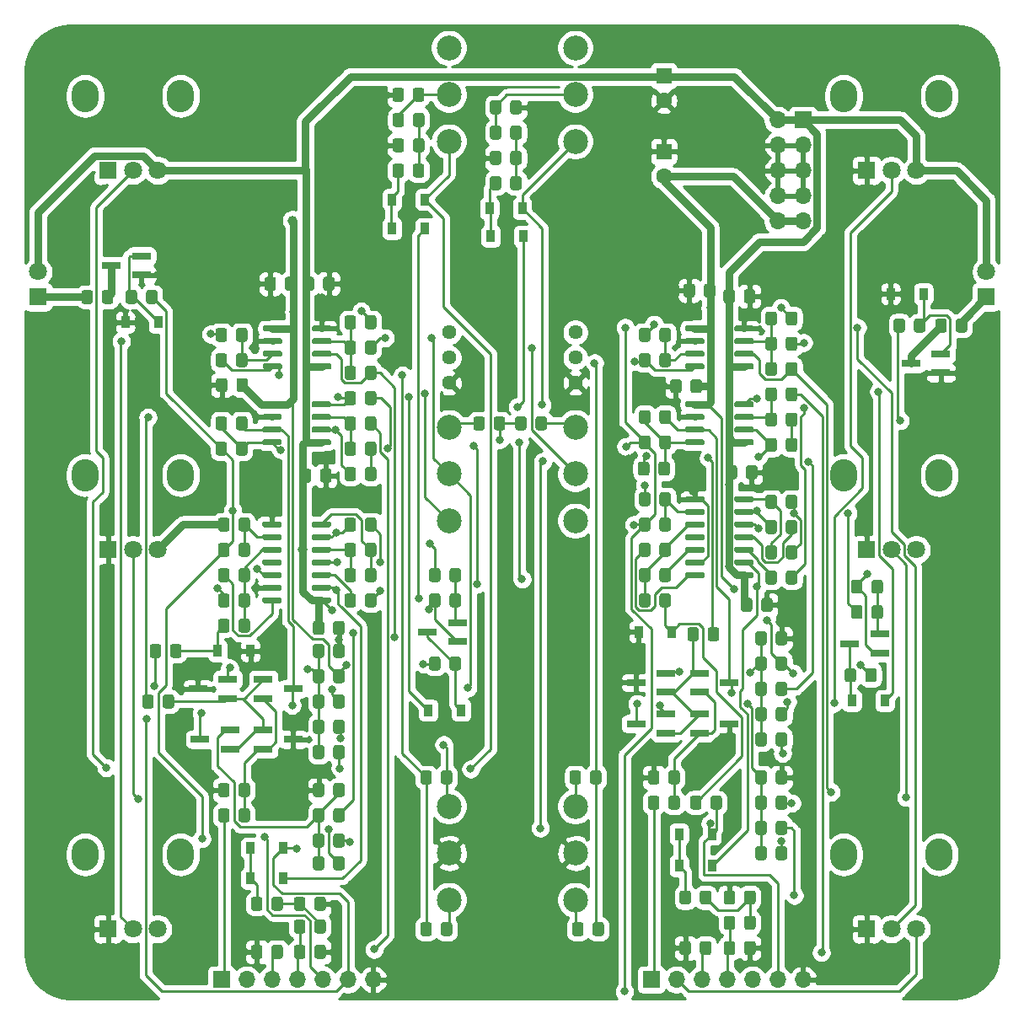
<source format=gbr>
G04 #@! TF.GenerationSoftware,KiCad,Pcbnew,5.1.6-c6e7f7d~86~ubuntu18.04.1*
G04 #@! TF.CreationDate,2020-06-20T10:00:21-04:00*
G04 #@! TF.ProjectId,slope_generators,736c6f70-655f-4676-956e-657261746f72,rev?*
G04 #@! TF.SameCoordinates,Original*
G04 #@! TF.FileFunction,Copper,L2,Bot*
G04 #@! TF.FilePolarity,Positive*
%FSLAX46Y46*%
G04 Gerber Fmt 4.6, Leading zero omitted, Abs format (unit mm)*
G04 Created by KiCad (PCBNEW 5.1.6-c6e7f7d~86~ubuntu18.04.1) date 2020-06-20 10:00:21*
%MOMM*%
%LPD*%
G01*
G04 APERTURE LIST*
G04 #@! TA.AperFunction,ComponentPad*
%ADD10C,1.440000*%
G04 #@! TD*
G04 #@! TA.AperFunction,SMDPad,CuDef*
%ADD11R,1.900000X0.800000*%
G04 #@! TD*
G04 #@! TA.AperFunction,ComponentPad*
%ADD12C,1.800000*%
G04 #@! TD*
G04 #@! TA.AperFunction,ComponentPad*
%ADD13R,1.800000X1.800000*%
G04 #@! TD*
G04 #@! TA.AperFunction,SMDPad,CuDef*
%ADD14R,0.900000X1.200000*%
G04 #@! TD*
G04 #@! TA.AperFunction,ComponentPad*
%ADD15C,1.600000*%
G04 #@! TD*
G04 #@! TA.AperFunction,ComponentPad*
%ADD16R,1.600000X1.600000*%
G04 #@! TD*
G04 #@! TA.AperFunction,ComponentPad*
%ADD17C,2.500000*%
G04 #@! TD*
G04 #@! TA.AperFunction,ComponentPad*
%ADD18O,2.720000X3.240000*%
G04 #@! TD*
G04 #@! TA.AperFunction,ComponentPad*
%ADD19O,1.700000X1.700000*%
G04 #@! TD*
G04 #@! TA.AperFunction,ComponentPad*
%ADD20R,1.700000X1.700000*%
G04 #@! TD*
G04 #@! TA.AperFunction,ViaPad*
%ADD21C,0.800000*%
G04 #@! TD*
G04 #@! TA.AperFunction,ViaPad*
%ADD22C,1.000000*%
G04 #@! TD*
G04 #@! TA.AperFunction,Conductor*
%ADD23C,0.250000*%
G04 #@! TD*
G04 #@! TA.AperFunction,Conductor*
%ADD24C,0.750000*%
G04 #@! TD*
G04 #@! TA.AperFunction,Conductor*
%ADD25C,0.254000*%
G04 #@! TD*
G04 APERTURE END LIST*
G04 #@! TA.AperFunction,SMDPad,CuDef*
G36*
G01*
X173458000Y-106830000D02*
X173458000Y-106530000D01*
G75*
G02*
X173608000Y-106380000I150000J0D01*
G01*
X175258000Y-106380000D01*
G75*
G02*
X175408000Y-106530000I0J-150000D01*
G01*
X175408000Y-106830000D01*
G75*
G02*
X175258000Y-106980000I-150000J0D01*
G01*
X173608000Y-106980000D01*
G75*
G02*
X173458000Y-106830000I0J150000D01*
G01*
G37*
G04 #@! TD.AperFunction*
G04 #@! TA.AperFunction,SMDPad,CuDef*
G36*
G01*
X173458000Y-105560000D02*
X173458000Y-105260000D01*
G75*
G02*
X173608000Y-105110000I150000J0D01*
G01*
X175258000Y-105110000D01*
G75*
G02*
X175408000Y-105260000I0J-150000D01*
G01*
X175408000Y-105560000D01*
G75*
G02*
X175258000Y-105710000I-150000J0D01*
G01*
X173608000Y-105710000D01*
G75*
G02*
X173458000Y-105560000I0J150000D01*
G01*
G37*
G04 #@! TD.AperFunction*
G04 #@! TA.AperFunction,SMDPad,CuDef*
G36*
G01*
X173458000Y-104290000D02*
X173458000Y-103990000D01*
G75*
G02*
X173608000Y-103840000I150000J0D01*
G01*
X175258000Y-103840000D01*
G75*
G02*
X175408000Y-103990000I0J-150000D01*
G01*
X175408000Y-104290000D01*
G75*
G02*
X175258000Y-104440000I-150000J0D01*
G01*
X173608000Y-104440000D01*
G75*
G02*
X173458000Y-104290000I0J150000D01*
G01*
G37*
G04 #@! TD.AperFunction*
G04 #@! TA.AperFunction,SMDPad,CuDef*
G36*
G01*
X173458000Y-103020000D02*
X173458000Y-102720000D01*
G75*
G02*
X173608000Y-102570000I150000J0D01*
G01*
X175258000Y-102570000D01*
G75*
G02*
X175408000Y-102720000I0J-150000D01*
G01*
X175408000Y-103020000D01*
G75*
G02*
X175258000Y-103170000I-150000J0D01*
G01*
X173608000Y-103170000D01*
G75*
G02*
X173458000Y-103020000I0J150000D01*
G01*
G37*
G04 #@! TD.AperFunction*
G04 #@! TA.AperFunction,SMDPad,CuDef*
G36*
G01*
X173458000Y-101750000D02*
X173458000Y-101450000D01*
G75*
G02*
X173608000Y-101300000I150000J0D01*
G01*
X175258000Y-101300000D01*
G75*
G02*
X175408000Y-101450000I0J-150000D01*
G01*
X175408000Y-101750000D01*
G75*
G02*
X175258000Y-101900000I-150000J0D01*
G01*
X173608000Y-101900000D01*
G75*
G02*
X173458000Y-101750000I0J150000D01*
G01*
G37*
G04 #@! TD.AperFunction*
G04 #@! TA.AperFunction,SMDPad,CuDef*
G36*
G01*
X173458000Y-100480000D02*
X173458000Y-100180000D01*
G75*
G02*
X173608000Y-100030000I150000J0D01*
G01*
X175258000Y-100030000D01*
G75*
G02*
X175408000Y-100180000I0J-150000D01*
G01*
X175408000Y-100480000D01*
G75*
G02*
X175258000Y-100630000I-150000J0D01*
G01*
X173608000Y-100630000D01*
G75*
G02*
X173458000Y-100480000I0J150000D01*
G01*
G37*
G04 #@! TD.AperFunction*
G04 #@! TA.AperFunction,SMDPad,CuDef*
G36*
G01*
X173458000Y-99210000D02*
X173458000Y-98910000D01*
G75*
G02*
X173608000Y-98760000I150000J0D01*
G01*
X175258000Y-98760000D01*
G75*
G02*
X175408000Y-98910000I0J-150000D01*
G01*
X175408000Y-99210000D01*
G75*
G02*
X175258000Y-99360000I-150000J0D01*
G01*
X173608000Y-99360000D01*
G75*
G02*
X173458000Y-99210000I0J150000D01*
G01*
G37*
G04 #@! TD.AperFunction*
G04 #@! TA.AperFunction,SMDPad,CuDef*
G36*
G01*
X168508000Y-99210000D02*
X168508000Y-98910000D01*
G75*
G02*
X168658000Y-98760000I150000J0D01*
G01*
X170308000Y-98760000D01*
G75*
G02*
X170458000Y-98910000I0J-150000D01*
G01*
X170458000Y-99210000D01*
G75*
G02*
X170308000Y-99360000I-150000J0D01*
G01*
X168658000Y-99360000D01*
G75*
G02*
X168508000Y-99210000I0J150000D01*
G01*
G37*
G04 #@! TD.AperFunction*
G04 #@! TA.AperFunction,SMDPad,CuDef*
G36*
G01*
X168508000Y-100480000D02*
X168508000Y-100180000D01*
G75*
G02*
X168658000Y-100030000I150000J0D01*
G01*
X170308000Y-100030000D01*
G75*
G02*
X170458000Y-100180000I0J-150000D01*
G01*
X170458000Y-100480000D01*
G75*
G02*
X170308000Y-100630000I-150000J0D01*
G01*
X168658000Y-100630000D01*
G75*
G02*
X168508000Y-100480000I0J150000D01*
G01*
G37*
G04 #@! TD.AperFunction*
G04 #@! TA.AperFunction,SMDPad,CuDef*
G36*
G01*
X168508000Y-101750000D02*
X168508000Y-101450000D01*
G75*
G02*
X168658000Y-101300000I150000J0D01*
G01*
X170308000Y-101300000D01*
G75*
G02*
X170458000Y-101450000I0J-150000D01*
G01*
X170458000Y-101750000D01*
G75*
G02*
X170308000Y-101900000I-150000J0D01*
G01*
X168658000Y-101900000D01*
G75*
G02*
X168508000Y-101750000I0J150000D01*
G01*
G37*
G04 #@! TD.AperFunction*
G04 #@! TA.AperFunction,SMDPad,CuDef*
G36*
G01*
X168508000Y-103020000D02*
X168508000Y-102720000D01*
G75*
G02*
X168658000Y-102570000I150000J0D01*
G01*
X170308000Y-102570000D01*
G75*
G02*
X170458000Y-102720000I0J-150000D01*
G01*
X170458000Y-103020000D01*
G75*
G02*
X170308000Y-103170000I-150000J0D01*
G01*
X168658000Y-103170000D01*
G75*
G02*
X168508000Y-103020000I0J150000D01*
G01*
G37*
G04 #@! TD.AperFunction*
G04 #@! TA.AperFunction,SMDPad,CuDef*
G36*
G01*
X168508000Y-104290000D02*
X168508000Y-103990000D01*
G75*
G02*
X168658000Y-103840000I150000J0D01*
G01*
X170308000Y-103840000D01*
G75*
G02*
X170458000Y-103990000I0J-150000D01*
G01*
X170458000Y-104290000D01*
G75*
G02*
X170308000Y-104440000I-150000J0D01*
G01*
X168658000Y-104440000D01*
G75*
G02*
X168508000Y-104290000I0J150000D01*
G01*
G37*
G04 #@! TD.AperFunction*
G04 #@! TA.AperFunction,SMDPad,CuDef*
G36*
G01*
X168508000Y-105560000D02*
X168508000Y-105260000D01*
G75*
G02*
X168658000Y-105110000I150000J0D01*
G01*
X170308000Y-105110000D01*
G75*
G02*
X170458000Y-105260000I0J-150000D01*
G01*
X170458000Y-105560000D01*
G75*
G02*
X170308000Y-105710000I-150000J0D01*
G01*
X168658000Y-105710000D01*
G75*
G02*
X168508000Y-105560000I0J150000D01*
G01*
G37*
G04 #@! TD.AperFunction*
G04 #@! TA.AperFunction,SMDPad,CuDef*
G36*
G01*
X168508000Y-106830000D02*
X168508000Y-106530000D01*
G75*
G02*
X168658000Y-106380000I150000J0D01*
G01*
X170308000Y-106380000D01*
G75*
G02*
X170458000Y-106530000I0J-150000D01*
G01*
X170458000Y-106830000D01*
G75*
G02*
X170308000Y-106980000I-150000J0D01*
G01*
X168658000Y-106980000D01*
G75*
G02*
X168508000Y-106830000I0J150000D01*
G01*
G37*
G04 #@! TD.AperFunction*
G04 #@! TA.AperFunction,SMDPad,CuDef*
G36*
G01*
X173458000Y-93495000D02*
X173458000Y-93195000D01*
G75*
G02*
X173608000Y-93045000I150000J0D01*
G01*
X175258000Y-93045000D01*
G75*
G02*
X175408000Y-93195000I0J-150000D01*
G01*
X175408000Y-93495000D01*
G75*
G02*
X175258000Y-93645000I-150000J0D01*
G01*
X173608000Y-93645000D01*
G75*
G02*
X173458000Y-93495000I0J150000D01*
G01*
G37*
G04 #@! TD.AperFunction*
G04 #@! TA.AperFunction,SMDPad,CuDef*
G36*
G01*
X173458000Y-92225000D02*
X173458000Y-91925000D01*
G75*
G02*
X173608000Y-91775000I150000J0D01*
G01*
X175258000Y-91775000D01*
G75*
G02*
X175408000Y-91925000I0J-150000D01*
G01*
X175408000Y-92225000D01*
G75*
G02*
X175258000Y-92375000I-150000J0D01*
G01*
X173608000Y-92375000D01*
G75*
G02*
X173458000Y-92225000I0J150000D01*
G01*
G37*
G04 #@! TD.AperFunction*
G04 #@! TA.AperFunction,SMDPad,CuDef*
G36*
G01*
X173458000Y-90955000D02*
X173458000Y-90655000D01*
G75*
G02*
X173608000Y-90505000I150000J0D01*
G01*
X175258000Y-90505000D01*
G75*
G02*
X175408000Y-90655000I0J-150000D01*
G01*
X175408000Y-90955000D01*
G75*
G02*
X175258000Y-91105000I-150000J0D01*
G01*
X173608000Y-91105000D01*
G75*
G02*
X173458000Y-90955000I0J150000D01*
G01*
G37*
G04 #@! TD.AperFunction*
G04 #@! TA.AperFunction,SMDPad,CuDef*
G36*
G01*
X173458000Y-89685000D02*
X173458000Y-89385000D01*
G75*
G02*
X173608000Y-89235000I150000J0D01*
G01*
X175258000Y-89235000D01*
G75*
G02*
X175408000Y-89385000I0J-150000D01*
G01*
X175408000Y-89685000D01*
G75*
G02*
X175258000Y-89835000I-150000J0D01*
G01*
X173608000Y-89835000D01*
G75*
G02*
X173458000Y-89685000I0J150000D01*
G01*
G37*
G04 #@! TD.AperFunction*
G04 #@! TA.AperFunction,SMDPad,CuDef*
G36*
G01*
X168508000Y-89685000D02*
X168508000Y-89385000D01*
G75*
G02*
X168658000Y-89235000I150000J0D01*
G01*
X170308000Y-89235000D01*
G75*
G02*
X170458000Y-89385000I0J-150000D01*
G01*
X170458000Y-89685000D01*
G75*
G02*
X170308000Y-89835000I-150000J0D01*
G01*
X168658000Y-89835000D01*
G75*
G02*
X168508000Y-89685000I0J150000D01*
G01*
G37*
G04 #@! TD.AperFunction*
G04 #@! TA.AperFunction,SMDPad,CuDef*
G36*
G01*
X168508000Y-90955000D02*
X168508000Y-90655000D01*
G75*
G02*
X168658000Y-90505000I150000J0D01*
G01*
X170308000Y-90505000D01*
G75*
G02*
X170458000Y-90655000I0J-150000D01*
G01*
X170458000Y-90955000D01*
G75*
G02*
X170308000Y-91105000I-150000J0D01*
G01*
X168658000Y-91105000D01*
G75*
G02*
X168508000Y-90955000I0J150000D01*
G01*
G37*
G04 #@! TD.AperFunction*
G04 #@! TA.AperFunction,SMDPad,CuDef*
G36*
G01*
X168508000Y-92225000D02*
X168508000Y-91925000D01*
G75*
G02*
X168658000Y-91775000I150000J0D01*
G01*
X170308000Y-91775000D01*
G75*
G02*
X170458000Y-91925000I0J-150000D01*
G01*
X170458000Y-92225000D01*
G75*
G02*
X170308000Y-92375000I-150000J0D01*
G01*
X168658000Y-92375000D01*
G75*
G02*
X168508000Y-92225000I0J150000D01*
G01*
G37*
G04 #@! TD.AperFunction*
G04 #@! TA.AperFunction,SMDPad,CuDef*
G36*
G01*
X168508000Y-93495000D02*
X168508000Y-93195000D01*
G75*
G02*
X168658000Y-93045000I150000J0D01*
G01*
X170308000Y-93045000D01*
G75*
G02*
X170458000Y-93195000I0J-150000D01*
G01*
X170458000Y-93495000D01*
G75*
G02*
X170308000Y-93645000I-150000J0D01*
G01*
X168658000Y-93645000D01*
G75*
G02*
X168508000Y-93495000I0J150000D01*
G01*
G37*
G04 #@! TD.AperFunction*
G04 #@! TA.AperFunction,SMDPad,CuDef*
G36*
G01*
X173458000Y-85875000D02*
X173458000Y-85575000D01*
G75*
G02*
X173608000Y-85425000I150000J0D01*
G01*
X175258000Y-85425000D01*
G75*
G02*
X175408000Y-85575000I0J-150000D01*
G01*
X175408000Y-85875000D01*
G75*
G02*
X175258000Y-86025000I-150000J0D01*
G01*
X173608000Y-86025000D01*
G75*
G02*
X173458000Y-85875000I0J150000D01*
G01*
G37*
G04 #@! TD.AperFunction*
G04 #@! TA.AperFunction,SMDPad,CuDef*
G36*
G01*
X173458000Y-84605000D02*
X173458000Y-84305000D01*
G75*
G02*
X173608000Y-84155000I150000J0D01*
G01*
X175258000Y-84155000D01*
G75*
G02*
X175408000Y-84305000I0J-150000D01*
G01*
X175408000Y-84605000D01*
G75*
G02*
X175258000Y-84755000I-150000J0D01*
G01*
X173608000Y-84755000D01*
G75*
G02*
X173458000Y-84605000I0J150000D01*
G01*
G37*
G04 #@! TD.AperFunction*
G04 #@! TA.AperFunction,SMDPad,CuDef*
G36*
G01*
X173458000Y-83335000D02*
X173458000Y-83035000D01*
G75*
G02*
X173608000Y-82885000I150000J0D01*
G01*
X175258000Y-82885000D01*
G75*
G02*
X175408000Y-83035000I0J-150000D01*
G01*
X175408000Y-83335000D01*
G75*
G02*
X175258000Y-83485000I-150000J0D01*
G01*
X173608000Y-83485000D01*
G75*
G02*
X173458000Y-83335000I0J150000D01*
G01*
G37*
G04 #@! TD.AperFunction*
G04 #@! TA.AperFunction,SMDPad,CuDef*
G36*
G01*
X173458000Y-82065000D02*
X173458000Y-81765000D01*
G75*
G02*
X173608000Y-81615000I150000J0D01*
G01*
X175258000Y-81615000D01*
G75*
G02*
X175408000Y-81765000I0J-150000D01*
G01*
X175408000Y-82065000D01*
G75*
G02*
X175258000Y-82215000I-150000J0D01*
G01*
X173608000Y-82215000D01*
G75*
G02*
X173458000Y-82065000I0J150000D01*
G01*
G37*
G04 #@! TD.AperFunction*
G04 #@! TA.AperFunction,SMDPad,CuDef*
G36*
G01*
X168508000Y-82065000D02*
X168508000Y-81765000D01*
G75*
G02*
X168658000Y-81615000I150000J0D01*
G01*
X170308000Y-81615000D01*
G75*
G02*
X170458000Y-81765000I0J-150000D01*
G01*
X170458000Y-82065000D01*
G75*
G02*
X170308000Y-82215000I-150000J0D01*
G01*
X168658000Y-82215000D01*
G75*
G02*
X168508000Y-82065000I0J150000D01*
G01*
G37*
G04 #@! TD.AperFunction*
G04 #@! TA.AperFunction,SMDPad,CuDef*
G36*
G01*
X168508000Y-83335000D02*
X168508000Y-83035000D01*
G75*
G02*
X168658000Y-82885000I150000J0D01*
G01*
X170308000Y-82885000D01*
G75*
G02*
X170458000Y-83035000I0J-150000D01*
G01*
X170458000Y-83335000D01*
G75*
G02*
X170308000Y-83485000I-150000J0D01*
G01*
X168658000Y-83485000D01*
G75*
G02*
X168508000Y-83335000I0J150000D01*
G01*
G37*
G04 #@! TD.AperFunction*
G04 #@! TA.AperFunction,SMDPad,CuDef*
G36*
G01*
X168508000Y-84605000D02*
X168508000Y-84305000D01*
G75*
G02*
X168658000Y-84155000I150000J0D01*
G01*
X170308000Y-84155000D01*
G75*
G02*
X170458000Y-84305000I0J-150000D01*
G01*
X170458000Y-84605000D01*
G75*
G02*
X170308000Y-84755000I-150000J0D01*
G01*
X168658000Y-84755000D01*
G75*
G02*
X168508000Y-84605000I0J150000D01*
G01*
G37*
G04 #@! TD.AperFunction*
G04 #@! TA.AperFunction,SMDPad,CuDef*
G36*
G01*
X168508000Y-85875000D02*
X168508000Y-85575000D01*
G75*
G02*
X168658000Y-85425000I150000J0D01*
G01*
X170308000Y-85425000D01*
G75*
G02*
X170458000Y-85575000I0J-150000D01*
G01*
X170458000Y-85875000D01*
G75*
G02*
X170308000Y-86025000I-150000J0D01*
G01*
X168658000Y-86025000D01*
G75*
G02*
X168508000Y-85875000I0J150000D01*
G01*
G37*
G04 #@! TD.AperFunction*
G04 #@! TA.AperFunction,SMDPad,CuDef*
G36*
G01*
X130975000Y-109370000D02*
X130975000Y-109070000D01*
G75*
G02*
X131125000Y-108920000I150000J0D01*
G01*
X132775000Y-108920000D01*
G75*
G02*
X132925000Y-109070000I0J-150000D01*
G01*
X132925000Y-109370000D01*
G75*
G02*
X132775000Y-109520000I-150000J0D01*
G01*
X131125000Y-109520000D01*
G75*
G02*
X130975000Y-109370000I0J150000D01*
G01*
G37*
G04 #@! TD.AperFunction*
G04 #@! TA.AperFunction,SMDPad,CuDef*
G36*
G01*
X130975000Y-108100000D02*
X130975000Y-107800000D01*
G75*
G02*
X131125000Y-107650000I150000J0D01*
G01*
X132775000Y-107650000D01*
G75*
G02*
X132925000Y-107800000I0J-150000D01*
G01*
X132925000Y-108100000D01*
G75*
G02*
X132775000Y-108250000I-150000J0D01*
G01*
X131125000Y-108250000D01*
G75*
G02*
X130975000Y-108100000I0J150000D01*
G01*
G37*
G04 #@! TD.AperFunction*
G04 #@! TA.AperFunction,SMDPad,CuDef*
G36*
G01*
X130975000Y-106830000D02*
X130975000Y-106530000D01*
G75*
G02*
X131125000Y-106380000I150000J0D01*
G01*
X132775000Y-106380000D01*
G75*
G02*
X132925000Y-106530000I0J-150000D01*
G01*
X132925000Y-106830000D01*
G75*
G02*
X132775000Y-106980000I-150000J0D01*
G01*
X131125000Y-106980000D01*
G75*
G02*
X130975000Y-106830000I0J150000D01*
G01*
G37*
G04 #@! TD.AperFunction*
G04 #@! TA.AperFunction,SMDPad,CuDef*
G36*
G01*
X130975000Y-105560000D02*
X130975000Y-105260000D01*
G75*
G02*
X131125000Y-105110000I150000J0D01*
G01*
X132775000Y-105110000D01*
G75*
G02*
X132925000Y-105260000I0J-150000D01*
G01*
X132925000Y-105560000D01*
G75*
G02*
X132775000Y-105710000I-150000J0D01*
G01*
X131125000Y-105710000D01*
G75*
G02*
X130975000Y-105560000I0J150000D01*
G01*
G37*
G04 #@! TD.AperFunction*
G04 #@! TA.AperFunction,SMDPad,CuDef*
G36*
G01*
X130975000Y-104290000D02*
X130975000Y-103990000D01*
G75*
G02*
X131125000Y-103840000I150000J0D01*
G01*
X132775000Y-103840000D01*
G75*
G02*
X132925000Y-103990000I0J-150000D01*
G01*
X132925000Y-104290000D01*
G75*
G02*
X132775000Y-104440000I-150000J0D01*
G01*
X131125000Y-104440000D01*
G75*
G02*
X130975000Y-104290000I0J150000D01*
G01*
G37*
G04 #@! TD.AperFunction*
G04 #@! TA.AperFunction,SMDPad,CuDef*
G36*
G01*
X130975000Y-103020000D02*
X130975000Y-102720000D01*
G75*
G02*
X131125000Y-102570000I150000J0D01*
G01*
X132775000Y-102570000D01*
G75*
G02*
X132925000Y-102720000I0J-150000D01*
G01*
X132925000Y-103020000D01*
G75*
G02*
X132775000Y-103170000I-150000J0D01*
G01*
X131125000Y-103170000D01*
G75*
G02*
X130975000Y-103020000I0J150000D01*
G01*
G37*
G04 #@! TD.AperFunction*
G04 #@! TA.AperFunction,SMDPad,CuDef*
G36*
G01*
X130975000Y-101750000D02*
X130975000Y-101450000D01*
G75*
G02*
X131125000Y-101300000I150000J0D01*
G01*
X132775000Y-101300000D01*
G75*
G02*
X132925000Y-101450000I0J-150000D01*
G01*
X132925000Y-101750000D01*
G75*
G02*
X132775000Y-101900000I-150000J0D01*
G01*
X131125000Y-101900000D01*
G75*
G02*
X130975000Y-101750000I0J150000D01*
G01*
G37*
G04 #@! TD.AperFunction*
G04 #@! TA.AperFunction,SMDPad,CuDef*
G36*
G01*
X126025000Y-101750000D02*
X126025000Y-101450000D01*
G75*
G02*
X126175000Y-101300000I150000J0D01*
G01*
X127825000Y-101300000D01*
G75*
G02*
X127975000Y-101450000I0J-150000D01*
G01*
X127975000Y-101750000D01*
G75*
G02*
X127825000Y-101900000I-150000J0D01*
G01*
X126175000Y-101900000D01*
G75*
G02*
X126025000Y-101750000I0J150000D01*
G01*
G37*
G04 #@! TD.AperFunction*
G04 #@! TA.AperFunction,SMDPad,CuDef*
G36*
G01*
X126025000Y-103020000D02*
X126025000Y-102720000D01*
G75*
G02*
X126175000Y-102570000I150000J0D01*
G01*
X127825000Y-102570000D01*
G75*
G02*
X127975000Y-102720000I0J-150000D01*
G01*
X127975000Y-103020000D01*
G75*
G02*
X127825000Y-103170000I-150000J0D01*
G01*
X126175000Y-103170000D01*
G75*
G02*
X126025000Y-103020000I0J150000D01*
G01*
G37*
G04 #@! TD.AperFunction*
G04 #@! TA.AperFunction,SMDPad,CuDef*
G36*
G01*
X126025000Y-104290000D02*
X126025000Y-103990000D01*
G75*
G02*
X126175000Y-103840000I150000J0D01*
G01*
X127825000Y-103840000D01*
G75*
G02*
X127975000Y-103990000I0J-150000D01*
G01*
X127975000Y-104290000D01*
G75*
G02*
X127825000Y-104440000I-150000J0D01*
G01*
X126175000Y-104440000D01*
G75*
G02*
X126025000Y-104290000I0J150000D01*
G01*
G37*
G04 #@! TD.AperFunction*
G04 #@! TA.AperFunction,SMDPad,CuDef*
G36*
G01*
X126025000Y-105560000D02*
X126025000Y-105260000D01*
G75*
G02*
X126175000Y-105110000I150000J0D01*
G01*
X127825000Y-105110000D01*
G75*
G02*
X127975000Y-105260000I0J-150000D01*
G01*
X127975000Y-105560000D01*
G75*
G02*
X127825000Y-105710000I-150000J0D01*
G01*
X126175000Y-105710000D01*
G75*
G02*
X126025000Y-105560000I0J150000D01*
G01*
G37*
G04 #@! TD.AperFunction*
G04 #@! TA.AperFunction,SMDPad,CuDef*
G36*
G01*
X126025000Y-106830000D02*
X126025000Y-106530000D01*
G75*
G02*
X126175000Y-106380000I150000J0D01*
G01*
X127825000Y-106380000D01*
G75*
G02*
X127975000Y-106530000I0J-150000D01*
G01*
X127975000Y-106830000D01*
G75*
G02*
X127825000Y-106980000I-150000J0D01*
G01*
X126175000Y-106980000D01*
G75*
G02*
X126025000Y-106830000I0J150000D01*
G01*
G37*
G04 #@! TD.AperFunction*
G04 #@! TA.AperFunction,SMDPad,CuDef*
G36*
G01*
X126025000Y-108100000D02*
X126025000Y-107800000D01*
G75*
G02*
X126175000Y-107650000I150000J0D01*
G01*
X127825000Y-107650000D01*
G75*
G02*
X127975000Y-107800000I0J-150000D01*
G01*
X127975000Y-108100000D01*
G75*
G02*
X127825000Y-108250000I-150000J0D01*
G01*
X126175000Y-108250000D01*
G75*
G02*
X126025000Y-108100000I0J150000D01*
G01*
G37*
G04 #@! TD.AperFunction*
G04 #@! TA.AperFunction,SMDPad,CuDef*
G36*
G01*
X126025000Y-109370000D02*
X126025000Y-109070000D01*
G75*
G02*
X126175000Y-108920000I150000J0D01*
G01*
X127825000Y-108920000D01*
G75*
G02*
X127975000Y-109070000I0J-150000D01*
G01*
X127975000Y-109370000D01*
G75*
G02*
X127825000Y-109520000I-150000J0D01*
G01*
X126175000Y-109520000D01*
G75*
G02*
X126025000Y-109370000I0J150000D01*
G01*
G37*
G04 #@! TD.AperFunction*
G04 #@! TA.AperFunction,SMDPad,CuDef*
G36*
G01*
X130975000Y-93495000D02*
X130975000Y-93195000D01*
G75*
G02*
X131125000Y-93045000I150000J0D01*
G01*
X132775000Y-93045000D01*
G75*
G02*
X132925000Y-93195000I0J-150000D01*
G01*
X132925000Y-93495000D01*
G75*
G02*
X132775000Y-93645000I-150000J0D01*
G01*
X131125000Y-93645000D01*
G75*
G02*
X130975000Y-93495000I0J150000D01*
G01*
G37*
G04 #@! TD.AperFunction*
G04 #@! TA.AperFunction,SMDPad,CuDef*
G36*
G01*
X130975000Y-92225000D02*
X130975000Y-91925000D01*
G75*
G02*
X131125000Y-91775000I150000J0D01*
G01*
X132775000Y-91775000D01*
G75*
G02*
X132925000Y-91925000I0J-150000D01*
G01*
X132925000Y-92225000D01*
G75*
G02*
X132775000Y-92375000I-150000J0D01*
G01*
X131125000Y-92375000D01*
G75*
G02*
X130975000Y-92225000I0J150000D01*
G01*
G37*
G04 #@! TD.AperFunction*
G04 #@! TA.AperFunction,SMDPad,CuDef*
G36*
G01*
X130975000Y-90955000D02*
X130975000Y-90655000D01*
G75*
G02*
X131125000Y-90505000I150000J0D01*
G01*
X132775000Y-90505000D01*
G75*
G02*
X132925000Y-90655000I0J-150000D01*
G01*
X132925000Y-90955000D01*
G75*
G02*
X132775000Y-91105000I-150000J0D01*
G01*
X131125000Y-91105000D01*
G75*
G02*
X130975000Y-90955000I0J150000D01*
G01*
G37*
G04 #@! TD.AperFunction*
G04 #@! TA.AperFunction,SMDPad,CuDef*
G36*
G01*
X130975000Y-89685000D02*
X130975000Y-89385000D01*
G75*
G02*
X131125000Y-89235000I150000J0D01*
G01*
X132775000Y-89235000D01*
G75*
G02*
X132925000Y-89385000I0J-150000D01*
G01*
X132925000Y-89685000D01*
G75*
G02*
X132775000Y-89835000I-150000J0D01*
G01*
X131125000Y-89835000D01*
G75*
G02*
X130975000Y-89685000I0J150000D01*
G01*
G37*
G04 #@! TD.AperFunction*
G04 #@! TA.AperFunction,SMDPad,CuDef*
G36*
G01*
X126025000Y-89685000D02*
X126025000Y-89385000D01*
G75*
G02*
X126175000Y-89235000I150000J0D01*
G01*
X127825000Y-89235000D01*
G75*
G02*
X127975000Y-89385000I0J-150000D01*
G01*
X127975000Y-89685000D01*
G75*
G02*
X127825000Y-89835000I-150000J0D01*
G01*
X126175000Y-89835000D01*
G75*
G02*
X126025000Y-89685000I0J150000D01*
G01*
G37*
G04 #@! TD.AperFunction*
G04 #@! TA.AperFunction,SMDPad,CuDef*
G36*
G01*
X126025000Y-90955000D02*
X126025000Y-90655000D01*
G75*
G02*
X126175000Y-90505000I150000J0D01*
G01*
X127825000Y-90505000D01*
G75*
G02*
X127975000Y-90655000I0J-150000D01*
G01*
X127975000Y-90955000D01*
G75*
G02*
X127825000Y-91105000I-150000J0D01*
G01*
X126175000Y-91105000D01*
G75*
G02*
X126025000Y-90955000I0J150000D01*
G01*
G37*
G04 #@! TD.AperFunction*
G04 #@! TA.AperFunction,SMDPad,CuDef*
G36*
G01*
X126025000Y-92225000D02*
X126025000Y-91925000D01*
G75*
G02*
X126175000Y-91775000I150000J0D01*
G01*
X127825000Y-91775000D01*
G75*
G02*
X127975000Y-91925000I0J-150000D01*
G01*
X127975000Y-92225000D01*
G75*
G02*
X127825000Y-92375000I-150000J0D01*
G01*
X126175000Y-92375000D01*
G75*
G02*
X126025000Y-92225000I0J150000D01*
G01*
G37*
G04 #@! TD.AperFunction*
G04 #@! TA.AperFunction,SMDPad,CuDef*
G36*
G01*
X126025000Y-93495000D02*
X126025000Y-93195000D01*
G75*
G02*
X126175000Y-93045000I150000J0D01*
G01*
X127825000Y-93045000D01*
G75*
G02*
X127975000Y-93195000I0J-150000D01*
G01*
X127975000Y-93495000D01*
G75*
G02*
X127825000Y-93645000I-150000J0D01*
G01*
X126175000Y-93645000D01*
G75*
G02*
X126025000Y-93495000I0J150000D01*
G01*
G37*
G04 #@! TD.AperFunction*
G04 #@! TA.AperFunction,SMDPad,CuDef*
G36*
G01*
X131040000Y-85875000D02*
X131040000Y-85575000D01*
G75*
G02*
X131190000Y-85425000I150000J0D01*
G01*
X132840000Y-85425000D01*
G75*
G02*
X132990000Y-85575000I0J-150000D01*
G01*
X132990000Y-85875000D01*
G75*
G02*
X132840000Y-86025000I-150000J0D01*
G01*
X131190000Y-86025000D01*
G75*
G02*
X131040000Y-85875000I0J150000D01*
G01*
G37*
G04 #@! TD.AperFunction*
G04 #@! TA.AperFunction,SMDPad,CuDef*
G36*
G01*
X131040000Y-84605000D02*
X131040000Y-84305000D01*
G75*
G02*
X131190000Y-84155000I150000J0D01*
G01*
X132840000Y-84155000D01*
G75*
G02*
X132990000Y-84305000I0J-150000D01*
G01*
X132990000Y-84605000D01*
G75*
G02*
X132840000Y-84755000I-150000J0D01*
G01*
X131190000Y-84755000D01*
G75*
G02*
X131040000Y-84605000I0J150000D01*
G01*
G37*
G04 #@! TD.AperFunction*
G04 #@! TA.AperFunction,SMDPad,CuDef*
G36*
G01*
X131040000Y-83335000D02*
X131040000Y-83035000D01*
G75*
G02*
X131190000Y-82885000I150000J0D01*
G01*
X132840000Y-82885000D01*
G75*
G02*
X132990000Y-83035000I0J-150000D01*
G01*
X132990000Y-83335000D01*
G75*
G02*
X132840000Y-83485000I-150000J0D01*
G01*
X131190000Y-83485000D01*
G75*
G02*
X131040000Y-83335000I0J150000D01*
G01*
G37*
G04 #@! TD.AperFunction*
G04 #@! TA.AperFunction,SMDPad,CuDef*
G36*
G01*
X131040000Y-82065000D02*
X131040000Y-81765000D01*
G75*
G02*
X131190000Y-81615000I150000J0D01*
G01*
X132840000Y-81615000D01*
G75*
G02*
X132990000Y-81765000I0J-150000D01*
G01*
X132990000Y-82065000D01*
G75*
G02*
X132840000Y-82215000I-150000J0D01*
G01*
X131190000Y-82215000D01*
G75*
G02*
X131040000Y-82065000I0J150000D01*
G01*
G37*
G04 #@! TD.AperFunction*
G04 #@! TA.AperFunction,SMDPad,CuDef*
G36*
G01*
X126090000Y-82065000D02*
X126090000Y-81765000D01*
G75*
G02*
X126240000Y-81615000I150000J0D01*
G01*
X127890000Y-81615000D01*
G75*
G02*
X128040000Y-81765000I0J-150000D01*
G01*
X128040000Y-82065000D01*
G75*
G02*
X127890000Y-82215000I-150000J0D01*
G01*
X126240000Y-82215000D01*
G75*
G02*
X126090000Y-82065000I0J150000D01*
G01*
G37*
G04 #@! TD.AperFunction*
G04 #@! TA.AperFunction,SMDPad,CuDef*
G36*
G01*
X126090000Y-83335000D02*
X126090000Y-83035000D01*
G75*
G02*
X126240000Y-82885000I150000J0D01*
G01*
X127890000Y-82885000D01*
G75*
G02*
X128040000Y-83035000I0J-150000D01*
G01*
X128040000Y-83335000D01*
G75*
G02*
X127890000Y-83485000I-150000J0D01*
G01*
X126240000Y-83485000D01*
G75*
G02*
X126090000Y-83335000I0J150000D01*
G01*
G37*
G04 #@! TD.AperFunction*
G04 #@! TA.AperFunction,SMDPad,CuDef*
G36*
G01*
X126090000Y-84605000D02*
X126090000Y-84305000D01*
G75*
G02*
X126240000Y-84155000I150000J0D01*
G01*
X127890000Y-84155000D01*
G75*
G02*
X128040000Y-84305000I0J-150000D01*
G01*
X128040000Y-84605000D01*
G75*
G02*
X127890000Y-84755000I-150000J0D01*
G01*
X126240000Y-84755000D01*
G75*
G02*
X126090000Y-84605000I0J150000D01*
G01*
G37*
G04 #@! TD.AperFunction*
G04 #@! TA.AperFunction,SMDPad,CuDef*
G36*
G01*
X126090000Y-85875000D02*
X126090000Y-85575000D01*
G75*
G02*
X126240000Y-85425000I150000J0D01*
G01*
X127890000Y-85425000D01*
G75*
G02*
X128040000Y-85575000I0J-150000D01*
G01*
X128040000Y-85875000D01*
G75*
G02*
X127890000Y-86025000I-150000J0D01*
G01*
X126240000Y-86025000D01*
G75*
G02*
X126090000Y-85875000I0J150000D01*
G01*
G37*
G04 #@! TD.AperFunction*
D10*
X157480000Y-82296000D03*
X157480000Y-84836000D03*
X157480000Y-87376000D03*
X144780000Y-82296000D03*
X144780000Y-84836000D03*
X144780000Y-87376000D03*
G04 #@! TA.AperFunction,SMDPad,CuDef*
G36*
G01*
X195699800Y-82060201D02*
X195699800Y-81160199D01*
G75*
G02*
X195949799Y-80910200I249999J0D01*
G01*
X196599801Y-80910200D01*
G75*
G02*
X196849800Y-81160199I0J-249999D01*
G01*
X196849800Y-82060201D01*
G75*
G02*
X196599801Y-82310200I-249999J0D01*
G01*
X195949799Y-82310200D01*
G75*
G02*
X195699800Y-82060201I0J249999D01*
G01*
G37*
G04 #@! TD.AperFunction*
G04 #@! TA.AperFunction,SMDPad,CuDef*
G36*
G01*
X193649800Y-82060201D02*
X193649800Y-81160199D01*
G75*
G02*
X193899799Y-80910200I249999J0D01*
G01*
X194549801Y-80910200D01*
G75*
G02*
X194799800Y-81160199I0J-249999D01*
G01*
X194799800Y-82060201D01*
G75*
G02*
X194549801Y-82310200I-249999J0D01*
G01*
X193899799Y-82310200D01*
G75*
G02*
X193649800Y-82060201I0J249999D01*
G01*
G37*
G04 #@! TD.AperFunction*
G04 #@! TA.AperFunction,SMDPad,CuDef*
G36*
G01*
X190599800Y-81160199D02*
X190599800Y-82060201D01*
G75*
G02*
X190349801Y-82310200I-249999J0D01*
G01*
X189699799Y-82310200D01*
G75*
G02*
X189449800Y-82060201I0J249999D01*
G01*
X189449800Y-81160199D01*
G75*
G02*
X189699799Y-80910200I249999J0D01*
G01*
X190349801Y-80910200D01*
G75*
G02*
X190599800Y-81160199I0J-249999D01*
G01*
G37*
G04 #@! TD.AperFunction*
G04 #@! TA.AperFunction,SMDPad,CuDef*
G36*
G01*
X192649800Y-81160199D02*
X192649800Y-82060201D01*
G75*
G02*
X192399801Y-82310200I-249999J0D01*
G01*
X191749799Y-82310200D01*
G75*
G02*
X191499800Y-82060201I0J249999D01*
G01*
X191499800Y-81160199D01*
G75*
G02*
X191749799Y-80910200I249999J0D01*
G01*
X192399801Y-80910200D01*
G75*
G02*
X192649800Y-81160199I0J-249999D01*
G01*
G37*
G04 #@! TD.AperFunction*
G04 #@! TA.AperFunction,SMDPad,CuDef*
G36*
G01*
X165931000Y-93795001D02*
X165931000Y-92894999D01*
G75*
G02*
X166180999Y-92645000I249999J0D01*
G01*
X166831001Y-92645000D01*
G75*
G02*
X167081000Y-92894999I0J-249999D01*
G01*
X167081000Y-93795001D01*
G75*
G02*
X166831001Y-94045000I-249999J0D01*
G01*
X166180999Y-94045000D01*
G75*
G02*
X165931000Y-93795001I0J249999D01*
G01*
G37*
G04 #@! TD.AperFunction*
G04 #@! TA.AperFunction,SMDPad,CuDef*
G36*
G01*
X163881000Y-93795001D02*
X163881000Y-92894999D01*
G75*
G02*
X164130999Y-92645000I249999J0D01*
G01*
X164781001Y-92645000D01*
G75*
G02*
X165031000Y-92894999I0J-249999D01*
G01*
X165031000Y-93795001D01*
G75*
G02*
X164781001Y-94045000I-249999J0D01*
G01*
X164130999Y-94045000D01*
G75*
G02*
X163881000Y-93795001I0J249999D01*
G01*
G37*
G04 #@! TD.AperFunction*
G04 #@! TA.AperFunction,SMDPad,CuDef*
G36*
G01*
X170155560Y-129084919D02*
X170155560Y-129984921D01*
G75*
G02*
X169905561Y-130234920I-249999J0D01*
G01*
X169255559Y-130234920D01*
G75*
G02*
X169005560Y-129984921I0J249999D01*
G01*
X169005560Y-129084919D01*
G75*
G02*
X169255559Y-128834920I249999J0D01*
G01*
X169905561Y-128834920D01*
G75*
G02*
X170155560Y-129084919I0J-249999D01*
G01*
G37*
G04 #@! TD.AperFunction*
G04 #@! TA.AperFunction,SMDPad,CuDef*
G36*
G01*
X172205560Y-129084919D02*
X172205560Y-129984921D01*
G75*
G02*
X171955561Y-130234920I-249999J0D01*
G01*
X171305559Y-130234920D01*
G75*
G02*
X171055560Y-129984921I0J249999D01*
G01*
X171055560Y-129084919D01*
G75*
G02*
X171305559Y-128834920I249999J0D01*
G01*
X171955561Y-128834920D01*
G75*
G02*
X172205560Y-129084919I0J-249999D01*
G01*
G37*
G04 #@! TD.AperFunction*
G04 #@! TA.AperFunction,SMDPad,CuDef*
G36*
G01*
X165031000Y-108769999D02*
X165031000Y-109670001D01*
G75*
G02*
X164781001Y-109920000I-249999J0D01*
G01*
X164130999Y-109920000D01*
G75*
G02*
X163881000Y-109670001I0J249999D01*
G01*
X163881000Y-108769999D01*
G75*
G02*
X164130999Y-108520000I249999J0D01*
G01*
X164781001Y-108520000D01*
G75*
G02*
X165031000Y-108769999I0J-249999D01*
G01*
G37*
G04 #@! TD.AperFunction*
G04 #@! TA.AperFunction,SMDPad,CuDef*
G36*
G01*
X167081000Y-108769999D02*
X167081000Y-109670001D01*
G75*
G02*
X166831001Y-109920000I-249999J0D01*
G01*
X166180999Y-109920000D01*
G75*
G02*
X165931000Y-109670001I0J249999D01*
G01*
X165931000Y-108769999D01*
G75*
G02*
X166180999Y-108520000I249999J0D01*
G01*
X166831001Y-108520000D01*
G75*
G02*
X167081000Y-108769999I0J-249999D01*
G01*
G37*
G04 #@! TD.AperFunction*
G04 #@! TA.AperFunction,SMDPad,CuDef*
G36*
G01*
X165931000Y-107130001D02*
X165931000Y-106229999D01*
G75*
G02*
X166180999Y-105980000I249999J0D01*
G01*
X166831001Y-105980000D01*
G75*
G02*
X167081000Y-106229999I0J-249999D01*
G01*
X167081000Y-107130001D01*
G75*
G02*
X166831001Y-107380000I-249999J0D01*
G01*
X166180999Y-107380000D01*
G75*
G02*
X165931000Y-107130001I0J249999D01*
G01*
G37*
G04 #@! TD.AperFunction*
G04 #@! TA.AperFunction,SMDPad,CuDef*
G36*
G01*
X163881000Y-107130001D02*
X163881000Y-106229999D01*
G75*
G02*
X164130999Y-105980000I249999J0D01*
G01*
X164781001Y-105980000D01*
G75*
G02*
X165031000Y-106229999I0J-249999D01*
G01*
X165031000Y-107130001D01*
G75*
G02*
X164781001Y-107380000I-249999J0D01*
G01*
X164130999Y-107380000D01*
G75*
G02*
X163881000Y-107130001I0J249999D01*
G01*
G37*
G04 #@! TD.AperFunction*
G04 #@! TA.AperFunction,SMDPad,CuDef*
G36*
G01*
X165031000Y-103689999D02*
X165031000Y-104590001D01*
G75*
G02*
X164781001Y-104840000I-249999J0D01*
G01*
X164130999Y-104840000D01*
G75*
G02*
X163881000Y-104590001I0J249999D01*
G01*
X163881000Y-103689999D01*
G75*
G02*
X164130999Y-103440000I249999J0D01*
G01*
X164781001Y-103440000D01*
G75*
G02*
X165031000Y-103689999I0J-249999D01*
G01*
G37*
G04 #@! TD.AperFunction*
G04 #@! TA.AperFunction,SMDPad,CuDef*
G36*
G01*
X167081000Y-103689999D02*
X167081000Y-104590001D01*
G75*
G02*
X166831001Y-104840000I-249999J0D01*
G01*
X166180999Y-104840000D01*
G75*
G02*
X165931000Y-104590001I0J249999D01*
G01*
X165931000Y-103689999D01*
G75*
G02*
X166180999Y-103440000I249999J0D01*
G01*
X166831001Y-103440000D01*
G75*
G02*
X167081000Y-103689999I0J-249999D01*
G01*
G37*
G04 #@! TD.AperFunction*
G04 #@! TA.AperFunction,SMDPad,CuDef*
G36*
G01*
X165031000Y-98609999D02*
X165031000Y-99510001D01*
G75*
G02*
X164781001Y-99760000I-249999J0D01*
G01*
X164130999Y-99760000D01*
G75*
G02*
X163881000Y-99510001I0J249999D01*
G01*
X163881000Y-98609999D01*
G75*
G02*
X164130999Y-98360000I249999J0D01*
G01*
X164781001Y-98360000D01*
G75*
G02*
X165031000Y-98609999I0J-249999D01*
G01*
G37*
G04 #@! TD.AperFunction*
G04 #@! TA.AperFunction,SMDPad,CuDef*
G36*
G01*
X167081000Y-98609999D02*
X167081000Y-99510001D01*
G75*
G02*
X166831001Y-99760000I-249999J0D01*
G01*
X166180999Y-99760000D01*
G75*
G02*
X165931000Y-99510001I0J249999D01*
G01*
X165931000Y-98609999D01*
G75*
G02*
X166180999Y-98360000I249999J0D01*
G01*
X166831001Y-98360000D01*
G75*
G02*
X167081000Y-98609999I0J-249999D01*
G01*
G37*
G04 #@! TD.AperFunction*
G04 #@! TA.AperFunction,SMDPad,CuDef*
G36*
G01*
X165031000Y-101149999D02*
X165031000Y-102050001D01*
G75*
G02*
X164781001Y-102300000I-249999J0D01*
G01*
X164130999Y-102300000D01*
G75*
G02*
X163881000Y-102050001I0J249999D01*
G01*
X163881000Y-101149999D01*
G75*
G02*
X164130999Y-100900000I249999J0D01*
G01*
X164781001Y-100900000D01*
G75*
G02*
X165031000Y-101149999I0J-249999D01*
G01*
G37*
G04 #@! TD.AperFunction*
G04 #@! TA.AperFunction,SMDPad,CuDef*
G36*
G01*
X167081000Y-101149999D02*
X167081000Y-102050001D01*
G75*
G02*
X166831001Y-102300000I-249999J0D01*
G01*
X166180999Y-102300000D01*
G75*
G02*
X165931000Y-102050001I0J249999D01*
G01*
X165931000Y-101149999D01*
G75*
G02*
X166180999Y-100900000I249999J0D01*
G01*
X166831001Y-100900000D01*
G75*
G02*
X167081000Y-101149999I0J-249999D01*
G01*
G37*
G04 #@! TD.AperFunction*
G04 #@! TA.AperFunction,SMDPad,CuDef*
G36*
G01*
X170781240Y-113058361D02*
X170781240Y-112158359D01*
G75*
G02*
X171031239Y-111908360I249999J0D01*
G01*
X171681241Y-111908360D01*
G75*
G02*
X171931240Y-112158359I0J-249999D01*
G01*
X171931240Y-113058361D01*
G75*
G02*
X171681241Y-113308360I-249999J0D01*
G01*
X171031239Y-113308360D01*
G75*
G02*
X170781240Y-113058361I0J249999D01*
G01*
G37*
G04 #@! TD.AperFunction*
G04 #@! TA.AperFunction,SMDPad,CuDef*
G36*
G01*
X168731240Y-113058361D02*
X168731240Y-112158359D01*
G75*
G02*
X168981239Y-111908360I249999J0D01*
G01*
X169631241Y-111908360D01*
G75*
G02*
X169881240Y-112158359I0J-249999D01*
G01*
X169881240Y-113058361D01*
G75*
G02*
X169631241Y-113308360I-249999J0D01*
G01*
X168981239Y-113308360D01*
G75*
G02*
X168731240Y-113058361I0J249999D01*
G01*
G37*
G04 #@! TD.AperFunction*
G04 #@! TA.AperFunction,SMDPad,CuDef*
G36*
G01*
X178631000Y-94049001D02*
X178631000Y-93148999D01*
G75*
G02*
X178880999Y-92899000I249999J0D01*
G01*
X179531001Y-92899000D01*
G75*
G02*
X179781000Y-93148999I0J-249999D01*
G01*
X179781000Y-94049001D01*
G75*
G02*
X179531001Y-94299000I-249999J0D01*
G01*
X178880999Y-94299000D01*
G75*
G02*
X178631000Y-94049001I0J249999D01*
G01*
G37*
G04 #@! TD.AperFunction*
G04 #@! TA.AperFunction,SMDPad,CuDef*
G36*
G01*
X176581000Y-94049001D02*
X176581000Y-93148999D01*
G75*
G02*
X176830999Y-92899000I249999J0D01*
G01*
X177481001Y-92899000D01*
G75*
G02*
X177731000Y-93148999I0J-249999D01*
G01*
X177731000Y-94049001D01*
G75*
G02*
X177481001Y-94299000I-249999J0D01*
G01*
X176830999Y-94299000D01*
G75*
G02*
X176581000Y-94049001I0J249999D01*
G01*
G37*
G04 #@! TD.AperFunction*
G04 #@! TA.AperFunction,SMDPad,CuDef*
G36*
G01*
X164920400Y-95536599D02*
X164920400Y-96436601D01*
G75*
G02*
X164670401Y-96686600I-249999J0D01*
G01*
X164020399Y-96686600D01*
G75*
G02*
X163770400Y-96436601I0J249999D01*
G01*
X163770400Y-95536599D01*
G75*
G02*
X164020399Y-95286600I249999J0D01*
G01*
X164670401Y-95286600D01*
G75*
G02*
X164920400Y-95536599I0J-249999D01*
G01*
G37*
G04 #@! TD.AperFunction*
G04 #@! TA.AperFunction,SMDPad,CuDef*
G36*
G01*
X166970400Y-95536599D02*
X166970400Y-96436601D01*
G75*
G02*
X166720401Y-96686600I-249999J0D01*
G01*
X166070399Y-96686600D01*
G75*
G02*
X165820400Y-96436601I0J249999D01*
G01*
X165820400Y-95536599D01*
G75*
G02*
X166070399Y-95286600I249999J0D01*
G01*
X166720401Y-95286600D01*
G75*
G02*
X166970400Y-95536599I0J-249999D01*
G01*
G37*
G04 #@! TD.AperFunction*
G04 #@! TA.AperFunction,SMDPad,CuDef*
G36*
G01*
X165920000Y-126549999D02*
X165920000Y-127450001D01*
G75*
G02*
X165670001Y-127700000I-249999J0D01*
G01*
X165019999Y-127700000D01*
G75*
G02*
X164770000Y-127450001I0J249999D01*
G01*
X164770000Y-126549999D01*
G75*
G02*
X165019999Y-126300000I249999J0D01*
G01*
X165670001Y-126300000D01*
G75*
G02*
X165920000Y-126549999I0J-249999D01*
G01*
G37*
G04 #@! TD.AperFunction*
G04 #@! TA.AperFunction,SMDPad,CuDef*
G36*
G01*
X167970000Y-126549999D02*
X167970000Y-127450001D01*
G75*
G02*
X167720001Y-127700000I-249999J0D01*
G01*
X167069999Y-127700000D01*
G75*
G02*
X166820000Y-127450001I0J249999D01*
G01*
X166820000Y-126549999D01*
G75*
G02*
X167069999Y-126300000I249999J0D01*
G01*
X167720001Y-126300000D01*
G75*
G02*
X167970000Y-126549999I0J-249999D01*
G01*
G37*
G04 #@! TD.AperFunction*
G04 #@! TA.AperFunction,SMDPad,CuDef*
G36*
G01*
X177615000Y-127450001D02*
X177615000Y-126549999D01*
G75*
G02*
X177864999Y-126300000I249999J0D01*
G01*
X178515001Y-126300000D01*
G75*
G02*
X178765000Y-126549999I0J-249999D01*
G01*
X178765000Y-127450001D01*
G75*
G02*
X178515001Y-127700000I-249999J0D01*
G01*
X177864999Y-127700000D01*
G75*
G02*
X177615000Y-127450001I0J249999D01*
G01*
G37*
G04 #@! TD.AperFunction*
G04 #@! TA.AperFunction,SMDPad,CuDef*
G36*
G01*
X175565000Y-127450001D02*
X175565000Y-126549999D01*
G75*
G02*
X175814999Y-126300000I249999J0D01*
G01*
X176465001Y-126300000D01*
G75*
G02*
X176715000Y-126549999I0J-249999D01*
G01*
X176715000Y-127450001D01*
G75*
G02*
X176465001Y-127700000I-249999J0D01*
G01*
X175814999Y-127700000D01*
G75*
G02*
X175565000Y-127450001I0J249999D01*
G01*
G37*
G04 #@! TD.AperFunction*
G04 #@! TA.AperFunction,SMDPad,CuDef*
G36*
G01*
X177615000Y-113480001D02*
X177615000Y-112579999D01*
G75*
G02*
X177864999Y-112330000I249999J0D01*
G01*
X178515001Y-112330000D01*
G75*
G02*
X178765000Y-112579999I0J-249999D01*
G01*
X178765000Y-113480001D01*
G75*
G02*
X178515001Y-113730000I-249999J0D01*
G01*
X177864999Y-113730000D01*
G75*
G02*
X177615000Y-113480001I0J249999D01*
G01*
G37*
G04 #@! TD.AperFunction*
G04 #@! TA.AperFunction,SMDPad,CuDef*
G36*
G01*
X175565000Y-113480001D02*
X175565000Y-112579999D01*
G75*
G02*
X175814999Y-112330000I249999J0D01*
G01*
X176465001Y-112330000D01*
G75*
G02*
X176715000Y-112579999I0J-249999D01*
G01*
X176715000Y-113480001D01*
G75*
G02*
X176465001Y-113730000I-249999J0D01*
G01*
X175814999Y-113730000D01*
G75*
G02*
X175565000Y-113480001I0J249999D01*
G01*
G37*
G04 #@! TD.AperFunction*
G04 #@! TA.AperFunction,SMDPad,CuDef*
G36*
G01*
X178631000Y-88969001D02*
X178631000Y-88068999D01*
G75*
G02*
X178880999Y-87819000I249999J0D01*
G01*
X179531001Y-87819000D01*
G75*
G02*
X179781000Y-88068999I0J-249999D01*
G01*
X179781000Y-88969001D01*
G75*
G02*
X179531001Y-89219000I-249999J0D01*
G01*
X178880999Y-89219000D01*
G75*
G02*
X178631000Y-88969001I0J249999D01*
G01*
G37*
G04 #@! TD.AperFunction*
G04 #@! TA.AperFunction,SMDPad,CuDef*
G36*
G01*
X176581000Y-88969001D02*
X176581000Y-88068999D01*
G75*
G02*
X176830999Y-87819000I249999J0D01*
G01*
X177481001Y-87819000D01*
G75*
G02*
X177731000Y-88068999I0J-249999D01*
G01*
X177731000Y-88969001D01*
G75*
G02*
X177481001Y-89219000I-249999J0D01*
G01*
X176830999Y-89219000D01*
G75*
G02*
X176581000Y-88969001I0J249999D01*
G01*
G37*
G04 #@! TD.AperFunction*
G04 #@! TA.AperFunction,SMDPad,CuDef*
G36*
G01*
X165920000Y-129089999D02*
X165920000Y-129990001D01*
G75*
G02*
X165670001Y-130240000I-249999J0D01*
G01*
X165019999Y-130240000D01*
G75*
G02*
X164770000Y-129990001I0J249999D01*
G01*
X164770000Y-129089999D01*
G75*
G02*
X165019999Y-128840000I249999J0D01*
G01*
X165670001Y-128840000D01*
G75*
G02*
X165920000Y-129089999I0J-249999D01*
G01*
G37*
G04 #@! TD.AperFunction*
G04 #@! TA.AperFunction,SMDPad,CuDef*
G36*
G01*
X167970000Y-129089999D02*
X167970000Y-129990001D01*
G75*
G02*
X167720001Y-130240000I-249999J0D01*
G01*
X167069999Y-130240000D01*
G75*
G02*
X166820000Y-129990001I0J249999D01*
G01*
X166820000Y-129089999D01*
G75*
G02*
X167069999Y-128840000I249999J0D01*
G01*
X167720001Y-128840000D01*
G75*
G02*
X167970000Y-129089999I0J-249999D01*
G01*
G37*
G04 #@! TD.AperFunction*
G04 #@! TA.AperFunction,SMDPad,CuDef*
G36*
G01*
X169995000Y-144595001D02*
X169995000Y-143694999D01*
G75*
G02*
X170244999Y-143445000I249999J0D01*
G01*
X170895001Y-143445000D01*
G75*
G02*
X171145000Y-143694999I0J-249999D01*
G01*
X171145000Y-144595001D01*
G75*
G02*
X170895001Y-144845000I-249999J0D01*
G01*
X170244999Y-144845000D01*
G75*
G02*
X169995000Y-144595001I0J249999D01*
G01*
G37*
G04 #@! TD.AperFunction*
G04 #@! TA.AperFunction,SMDPad,CuDef*
G36*
G01*
X167945000Y-144595001D02*
X167945000Y-143694999D01*
G75*
G02*
X168194999Y-143445000I249999J0D01*
G01*
X168845001Y-143445000D01*
G75*
G02*
X169095000Y-143694999I0J-249999D01*
G01*
X169095000Y-144595001D01*
G75*
G02*
X168845001Y-144845000I-249999J0D01*
G01*
X168194999Y-144845000D01*
G75*
G02*
X167945000Y-144595001I0J249999D01*
G01*
G37*
G04 #@! TD.AperFunction*
G04 #@! TA.AperFunction,SMDPad,CuDef*
G36*
G01*
X185697600Y-116288399D02*
X185697600Y-117188401D01*
G75*
G02*
X185447601Y-117438400I-249999J0D01*
G01*
X184797599Y-117438400D01*
G75*
G02*
X184547600Y-117188401I0J249999D01*
G01*
X184547600Y-116288399D01*
G75*
G02*
X184797599Y-116038400I249999J0D01*
G01*
X185447601Y-116038400D01*
G75*
G02*
X185697600Y-116288399I0J-249999D01*
G01*
G37*
G04 #@! TD.AperFunction*
G04 #@! TA.AperFunction,SMDPad,CuDef*
G36*
G01*
X187747600Y-116288399D02*
X187747600Y-117188401D01*
G75*
G02*
X187497601Y-117438400I-249999J0D01*
G01*
X186847599Y-117438400D01*
G75*
G02*
X186597600Y-117188401I0J249999D01*
G01*
X186597600Y-116288399D01*
G75*
G02*
X186847599Y-116038400I249999J0D01*
G01*
X187497601Y-116038400D01*
G75*
G02*
X187747600Y-116288399I0J-249999D01*
G01*
G37*
G04 #@! TD.AperFunction*
G04 #@! TA.AperFunction,SMDPad,CuDef*
G36*
G01*
X178631000Y-107384001D02*
X178631000Y-106483999D01*
G75*
G02*
X178880999Y-106234000I249999J0D01*
G01*
X179531001Y-106234000D01*
G75*
G02*
X179781000Y-106483999I0J-249999D01*
G01*
X179781000Y-107384001D01*
G75*
G02*
X179531001Y-107634000I-249999J0D01*
G01*
X178880999Y-107634000D01*
G75*
G02*
X178631000Y-107384001I0J249999D01*
G01*
G37*
G04 #@! TD.AperFunction*
G04 #@! TA.AperFunction,SMDPad,CuDef*
G36*
G01*
X176581000Y-107384001D02*
X176581000Y-106483999D01*
G75*
G02*
X176830999Y-106234000I249999J0D01*
G01*
X177481001Y-106234000D01*
G75*
G02*
X177731000Y-106483999I0J-249999D01*
G01*
X177731000Y-107384001D01*
G75*
G02*
X177481001Y-107634000I-249999J0D01*
G01*
X176830999Y-107634000D01*
G75*
G02*
X176581000Y-107384001I0J249999D01*
G01*
G37*
G04 #@! TD.AperFunction*
G04 #@! TA.AperFunction,SMDPad,CuDef*
G36*
G01*
X186332600Y-107398399D02*
X186332600Y-108298401D01*
G75*
G02*
X186082601Y-108548400I-249999J0D01*
G01*
X185432599Y-108548400D01*
G75*
G02*
X185182600Y-108298401I0J249999D01*
G01*
X185182600Y-107398399D01*
G75*
G02*
X185432599Y-107148400I249999J0D01*
G01*
X186082601Y-107148400D01*
G75*
G02*
X186332600Y-107398399I0J-249999D01*
G01*
G37*
G04 #@! TD.AperFunction*
G04 #@! TA.AperFunction,SMDPad,CuDef*
G36*
G01*
X188382600Y-107398399D02*
X188382600Y-108298401D01*
G75*
G02*
X188132601Y-108548400I-249999J0D01*
G01*
X187482599Y-108548400D01*
G75*
G02*
X187232600Y-108298401I0J249999D01*
G01*
X187232600Y-107398399D01*
G75*
G02*
X187482599Y-107148400I249999J0D01*
G01*
X188132601Y-107148400D01*
G75*
G02*
X188382600Y-107398399I0J-249999D01*
G01*
G37*
G04 #@! TD.AperFunction*
G04 #@! TA.AperFunction,SMDPad,CuDef*
G36*
G01*
X177731000Y-101403999D02*
X177731000Y-102304001D01*
G75*
G02*
X177481001Y-102554000I-249999J0D01*
G01*
X176830999Y-102554000D01*
G75*
G02*
X176581000Y-102304001I0J249999D01*
G01*
X176581000Y-101403999D01*
G75*
G02*
X176830999Y-101154000I249999J0D01*
G01*
X177481001Y-101154000D01*
G75*
G02*
X177731000Y-101403999I0J-249999D01*
G01*
G37*
G04 #@! TD.AperFunction*
G04 #@! TA.AperFunction,SMDPad,CuDef*
G36*
G01*
X179781000Y-101403999D02*
X179781000Y-102304001D01*
G75*
G02*
X179531001Y-102554000I-249999J0D01*
G01*
X178880999Y-102554000D01*
G75*
G02*
X178631000Y-102304001I0J249999D01*
G01*
X178631000Y-101403999D01*
G75*
G02*
X178880999Y-101154000I249999J0D01*
G01*
X179531001Y-101154000D01*
G75*
G02*
X179781000Y-101403999I0J-249999D01*
G01*
G37*
G04 #@! TD.AperFunction*
G04 #@! TA.AperFunction,SMDPad,CuDef*
G36*
G01*
X187232600Y-110838401D02*
X187232600Y-109938399D01*
G75*
G02*
X187482599Y-109688400I249999J0D01*
G01*
X188132601Y-109688400D01*
G75*
G02*
X188382600Y-109938399I0J-249999D01*
G01*
X188382600Y-110838401D01*
G75*
G02*
X188132601Y-111088400I-249999J0D01*
G01*
X187482599Y-111088400D01*
G75*
G02*
X187232600Y-110838401I0J249999D01*
G01*
G37*
G04 #@! TD.AperFunction*
G04 #@! TA.AperFunction,SMDPad,CuDef*
G36*
G01*
X185182600Y-110838401D02*
X185182600Y-109938399D01*
G75*
G02*
X185432599Y-109688400I249999J0D01*
G01*
X186082601Y-109688400D01*
G75*
G02*
X186332600Y-109938399I0J-249999D01*
G01*
X186332600Y-110838401D01*
G75*
G02*
X186082601Y-111088400I-249999J0D01*
G01*
X185432599Y-111088400D01*
G75*
G02*
X185182600Y-110838401I0J249999D01*
G01*
G37*
G04 #@! TD.AperFunction*
G04 #@! TA.AperFunction,SMDPad,CuDef*
G36*
G01*
X177731000Y-98863999D02*
X177731000Y-99764001D01*
G75*
G02*
X177481001Y-100014000I-249999J0D01*
G01*
X176830999Y-100014000D01*
G75*
G02*
X176581000Y-99764001I0J249999D01*
G01*
X176581000Y-98863999D01*
G75*
G02*
X176830999Y-98614000I249999J0D01*
G01*
X177481001Y-98614000D01*
G75*
G02*
X177731000Y-98863999I0J-249999D01*
G01*
G37*
G04 #@! TD.AperFunction*
G04 #@! TA.AperFunction,SMDPad,CuDef*
G36*
G01*
X179781000Y-98863999D02*
X179781000Y-99764001D01*
G75*
G02*
X179531001Y-100014000I-249999J0D01*
G01*
X178880999Y-100014000D01*
G75*
G02*
X178631000Y-99764001I0J249999D01*
G01*
X178631000Y-98863999D01*
G75*
G02*
X178880999Y-98614000I249999J0D01*
G01*
X179531001Y-98614000D01*
G75*
G02*
X179781000Y-98863999I0J-249999D01*
G01*
G37*
G04 #@! TD.AperFunction*
G04 #@! TA.AperFunction,SMDPad,CuDef*
G36*
G01*
X177615000Y-135070001D02*
X177615000Y-134169999D01*
G75*
G02*
X177864999Y-133920000I249999J0D01*
G01*
X178515001Y-133920000D01*
G75*
G02*
X178765000Y-134169999I0J-249999D01*
G01*
X178765000Y-135070001D01*
G75*
G02*
X178515001Y-135320000I-249999J0D01*
G01*
X177864999Y-135320000D01*
G75*
G02*
X177615000Y-135070001I0J249999D01*
G01*
G37*
G04 #@! TD.AperFunction*
G04 #@! TA.AperFunction,SMDPad,CuDef*
G36*
G01*
X175565000Y-135070001D02*
X175565000Y-134169999D01*
G75*
G02*
X175814999Y-133920000I249999J0D01*
G01*
X176465001Y-133920000D01*
G75*
G02*
X176715000Y-134169999I0J-249999D01*
G01*
X176715000Y-135070001D01*
G75*
G02*
X176465001Y-135320000I-249999J0D01*
G01*
X175814999Y-135320000D01*
G75*
G02*
X175565000Y-135070001I0J249999D01*
G01*
G37*
G04 #@! TD.AperFunction*
G04 #@! TA.AperFunction,SMDPad,CuDef*
G36*
G01*
X177615000Y-132530001D02*
X177615000Y-131629999D01*
G75*
G02*
X177864999Y-131380000I249999J0D01*
G01*
X178515001Y-131380000D01*
G75*
G02*
X178765000Y-131629999I0J-249999D01*
G01*
X178765000Y-132530001D01*
G75*
G02*
X178515001Y-132780000I-249999J0D01*
G01*
X177864999Y-132780000D01*
G75*
G02*
X177615000Y-132530001I0J249999D01*
G01*
G37*
G04 #@! TD.AperFunction*
G04 #@! TA.AperFunction,SMDPad,CuDef*
G36*
G01*
X175565000Y-132530001D02*
X175565000Y-131629999D01*
G75*
G02*
X175814999Y-131380000I249999J0D01*
G01*
X176465001Y-131380000D01*
G75*
G02*
X176715000Y-131629999I0J-249999D01*
G01*
X176715000Y-132530001D01*
G75*
G02*
X176465001Y-132780000I-249999J0D01*
G01*
X175814999Y-132780000D01*
G75*
G02*
X175565000Y-132530001I0J249999D01*
G01*
G37*
G04 #@! TD.AperFunction*
G04 #@! TA.AperFunction,SMDPad,CuDef*
G36*
G01*
X177615000Y-123640001D02*
X177615000Y-122739999D01*
G75*
G02*
X177864999Y-122490000I249999J0D01*
G01*
X178515001Y-122490000D01*
G75*
G02*
X178765000Y-122739999I0J-249999D01*
G01*
X178765000Y-123640001D01*
G75*
G02*
X178515001Y-123890000I-249999J0D01*
G01*
X177864999Y-123890000D01*
G75*
G02*
X177615000Y-123640001I0J249999D01*
G01*
G37*
G04 #@! TD.AperFunction*
G04 #@! TA.AperFunction,SMDPad,CuDef*
G36*
G01*
X175565000Y-123640001D02*
X175565000Y-122739999D01*
G75*
G02*
X175814999Y-122490000I249999J0D01*
G01*
X176465001Y-122490000D01*
G75*
G02*
X176715000Y-122739999I0J-249999D01*
G01*
X176715000Y-123640001D01*
G75*
G02*
X176465001Y-123890000I-249999J0D01*
G01*
X175814999Y-123890000D01*
G75*
G02*
X175565000Y-123640001I0J249999D01*
G01*
G37*
G04 #@! TD.AperFunction*
G04 #@! TA.AperFunction,SMDPad,CuDef*
G36*
G01*
X177615000Y-121100001D02*
X177615000Y-120199999D01*
G75*
G02*
X177864999Y-119950000I249999J0D01*
G01*
X178515001Y-119950000D01*
G75*
G02*
X178765000Y-120199999I0J-249999D01*
G01*
X178765000Y-121100001D01*
G75*
G02*
X178515001Y-121350000I-249999J0D01*
G01*
X177864999Y-121350000D01*
G75*
G02*
X177615000Y-121100001I0J249999D01*
G01*
G37*
G04 #@! TD.AperFunction*
G04 #@! TA.AperFunction,SMDPad,CuDef*
G36*
G01*
X175565000Y-121100001D02*
X175565000Y-120199999D01*
G75*
G02*
X175814999Y-119950000I249999J0D01*
G01*
X176465001Y-119950000D01*
G75*
G02*
X176715000Y-120199999I0J-249999D01*
G01*
X176715000Y-121100001D01*
G75*
G02*
X176465001Y-121350000I-249999J0D01*
G01*
X175814999Y-121350000D01*
G75*
G02*
X175565000Y-121100001I0J249999D01*
G01*
G37*
G04 #@! TD.AperFunction*
G04 #@! TA.AperFunction,SMDPad,CuDef*
G36*
G01*
X176715000Y-129089999D02*
X176715000Y-129990001D01*
G75*
G02*
X176465001Y-130240000I-249999J0D01*
G01*
X175814999Y-130240000D01*
G75*
G02*
X175565000Y-129990001I0J249999D01*
G01*
X175565000Y-129089999D01*
G75*
G02*
X175814999Y-128840000I249999J0D01*
G01*
X176465001Y-128840000D01*
G75*
G02*
X176715000Y-129089999I0J-249999D01*
G01*
G37*
G04 #@! TD.AperFunction*
G04 #@! TA.AperFunction,SMDPad,CuDef*
G36*
G01*
X178765000Y-129089999D02*
X178765000Y-129990001D01*
G75*
G02*
X178515001Y-130240000I-249999J0D01*
G01*
X177864999Y-130240000D01*
G75*
G02*
X177615000Y-129990001I0J249999D01*
G01*
X177615000Y-129089999D01*
G75*
G02*
X177864999Y-128840000I249999J0D01*
G01*
X178515001Y-128840000D01*
G75*
G02*
X178765000Y-129089999I0J-249999D01*
G01*
G37*
G04 #@! TD.AperFunction*
G04 #@! TA.AperFunction,SMDPad,CuDef*
G36*
G01*
X176715000Y-115119999D02*
X176715000Y-116020001D01*
G75*
G02*
X176465001Y-116270000I-249999J0D01*
G01*
X175814999Y-116270000D01*
G75*
G02*
X175565000Y-116020001I0J249999D01*
G01*
X175565000Y-115119999D01*
G75*
G02*
X175814999Y-114870000I249999J0D01*
G01*
X176465001Y-114870000D01*
G75*
G02*
X176715000Y-115119999I0J-249999D01*
G01*
G37*
G04 #@! TD.AperFunction*
G04 #@! TA.AperFunction,SMDPad,CuDef*
G36*
G01*
X178765000Y-115119999D02*
X178765000Y-116020001D01*
G75*
G02*
X178515001Y-116270000I-249999J0D01*
G01*
X177864999Y-116270000D01*
G75*
G02*
X177615000Y-116020001I0J249999D01*
G01*
X177615000Y-115119999D01*
G75*
G02*
X177864999Y-114870000I249999J0D01*
G01*
X178515001Y-114870000D01*
G75*
G02*
X178765000Y-115119999I0J-249999D01*
G01*
G37*
G04 #@! TD.AperFunction*
G04 #@! TA.AperFunction,SMDPad,CuDef*
G36*
G01*
X176715000Y-117659999D02*
X176715000Y-118560001D01*
G75*
G02*
X176465001Y-118810000I-249999J0D01*
G01*
X175814999Y-118810000D01*
G75*
G02*
X175565000Y-118560001I0J249999D01*
G01*
X175565000Y-117659999D01*
G75*
G02*
X175814999Y-117410000I249999J0D01*
G01*
X176465001Y-117410000D01*
G75*
G02*
X176715000Y-117659999I0J-249999D01*
G01*
G37*
G04 #@! TD.AperFunction*
G04 #@! TA.AperFunction,SMDPad,CuDef*
G36*
G01*
X178765000Y-117659999D02*
X178765000Y-118560001D01*
G75*
G02*
X178515001Y-118810000I-249999J0D01*
G01*
X177864999Y-118810000D01*
G75*
G02*
X177615000Y-118560001I0J249999D01*
G01*
X177615000Y-117659999D01*
G75*
G02*
X177864999Y-117410000I249999J0D01*
G01*
X178515001Y-117410000D01*
G75*
G02*
X178765000Y-117659999I0J-249999D01*
G01*
G37*
G04 #@! TD.AperFunction*
G04 #@! TA.AperFunction,SMDPad,CuDef*
G36*
G01*
X159200000Y-142690001D02*
X159200000Y-141789999D01*
G75*
G02*
X159449999Y-141540000I249999J0D01*
G01*
X160100001Y-141540000D01*
G75*
G02*
X160350000Y-141789999I0J-249999D01*
G01*
X160350000Y-142690001D01*
G75*
G02*
X160100001Y-142940000I-249999J0D01*
G01*
X159449999Y-142940000D01*
G75*
G02*
X159200000Y-142690001I0J249999D01*
G01*
G37*
G04 #@! TD.AperFunction*
G04 #@! TA.AperFunction,SMDPad,CuDef*
G36*
G01*
X157150000Y-142690001D02*
X157150000Y-141789999D01*
G75*
G02*
X157399999Y-141540000I249999J0D01*
G01*
X158050001Y-141540000D01*
G75*
G02*
X158300000Y-141789999I0J-249999D01*
G01*
X158300000Y-142690001D01*
G75*
G02*
X158050001Y-142940000I-249999J0D01*
G01*
X157399999Y-142940000D01*
G75*
G02*
X157150000Y-142690001I0J249999D01*
G01*
G37*
G04 #@! TD.AperFunction*
G04 #@! TA.AperFunction,SMDPad,CuDef*
G36*
G01*
X158955000Y-127450001D02*
X158955000Y-126549999D01*
G75*
G02*
X159204999Y-126300000I249999J0D01*
G01*
X159855001Y-126300000D01*
G75*
G02*
X160105000Y-126549999I0J-249999D01*
G01*
X160105000Y-127450001D01*
G75*
G02*
X159855001Y-127700000I-249999J0D01*
G01*
X159204999Y-127700000D01*
G75*
G02*
X158955000Y-127450001I0J249999D01*
G01*
G37*
G04 #@! TD.AperFunction*
G04 #@! TA.AperFunction,SMDPad,CuDef*
G36*
G01*
X156905000Y-127450001D02*
X156905000Y-126549999D01*
G75*
G02*
X157154999Y-126300000I249999J0D01*
G01*
X157805001Y-126300000D01*
G75*
G02*
X158055000Y-126549999I0J-249999D01*
G01*
X158055000Y-127450001D01*
G75*
G02*
X157805001Y-127700000I-249999J0D01*
G01*
X157154999Y-127700000D01*
G75*
G02*
X156905000Y-127450001I0J249999D01*
G01*
G37*
G04 #@! TD.AperFunction*
G04 #@! TA.AperFunction,SMDPad,CuDef*
G36*
G01*
X150945000Y-67760001D02*
X150945000Y-66859999D01*
G75*
G02*
X151194999Y-66610000I249999J0D01*
G01*
X151845001Y-66610000D01*
G75*
G02*
X152095000Y-66859999I0J-249999D01*
G01*
X152095000Y-67760001D01*
G75*
G02*
X151845001Y-68010000I-249999J0D01*
G01*
X151194999Y-68010000D01*
G75*
G02*
X150945000Y-67760001I0J249999D01*
G01*
G37*
G04 #@! TD.AperFunction*
G04 #@! TA.AperFunction,SMDPad,CuDef*
G36*
G01*
X148895000Y-67760001D02*
X148895000Y-66859999D01*
G75*
G02*
X149144999Y-66610000I249999J0D01*
G01*
X149795001Y-66610000D01*
G75*
G02*
X150045000Y-66859999I0J-249999D01*
G01*
X150045000Y-67760001D01*
G75*
G02*
X149795001Y-68010000I-249999J0D01*
G01*
X149144999Y-68010000D01*
G75*
G02*
X148895000Y-67760001I0J249999D01*
G01*
G37*
G04 #@! TD.AperFunction*
G04 #@! TA.AperFunction,SMDPad,CuDef*
G36*
G01*
X169995000Y-139515001D02*
X169995000Y-138614999D01*
G75*
G02*
X170244999Y-138365000I249999J0D01*
G01*
X170895001Y-138365000D01*
G75*
G02*
X171145000Y-138614999I0J-249999D01*
G01*
X171145000Y-139515001D01*
G75*
G02*
X170895001Y-139765000I-249999J0D01*
G01*
X170244999Y-139765000D01*
G75*
G02*
X169995000Y-139515001I0J249999D01*
G01*
G37*
G04 #@! TD.AperFunction*
G04 #@! TA.AperFunction,SMDPad,CuDef*
G36*
G01*
X167945000Y-139515001D02*
X167945000Y-138614999D01*
G75*
G02*
X168194999Y-138365000I249999J0D01*
G01*
X168845001Y-138365000D01*
G75*
G02*
X169095000Y-138614999I0J-249999D01*
G01*
X169095000Y-139515001D01*
G75*
G02*
X168845001Y-139765000I-249999J0D01*
G01*
X168194999Y-139765000D01*
G75*
G02*
X167945000Y-139515001I0J249999D01*
G01*
G37*
G04 #@! TD.AperFunction*
G04 #@! TA.AperFunction,SMDPad,CuDef*
G36*
G01*
X178631000Y-86429001D02*
X178631000Y-85528999D01*
G75*
G02*
X178880999Y-85279000I249999J0D01*
G01*
X179531001Y-85279000D01*
G75*
G02*
X179781000Y-85528999I0J-249999D01*
G01*
X179781000Y-86429001D01*
G75*
G02*
X179531001Y-86679000I-249999J0D01*
G01*
X178880999Y-86679000D01*
G75*
G02*
X178631000Y-86429001I0J249999D01*
G01*
G37*
G04 #@! TD.AperFunction*
G04 #@! TA.AperFunction,SMDPad,CuDef*
G36*
G01*
X176581000Y-86429001D02*
X176581000Y-85528999D01*
G75*
G02*
X176830999Y-85279000I249999J0D01*
G01*
X177481001Y-85279000D01*
G75*
G02*
X177731000Y-85528999I0J-249999D01*
G01*
X177731000Y-86429001D01*
G75*
G02*
X177481001Y-86679000I-249999J0D01*
G01*
X176830999Y-86679000D01*
G75*
G02*
X176581000Y-86429001I0J249999D01*
G01*
G37*
G04 #@! TD.AperFunction*
G04 #@! TA.AperFunction,SMDPad,CuDef*
G36*
G01*
X150045000Y-64319999D02*
X150045000Y-65220001D01*
G75*
G02*
X149795001Y-65470000I-249999J0D01*
G01*
X149144999Y-65470000D01*
G75*
G02*
X148895000Y-65220001I0J249999D01*
G01*
X148895000Y-64319999D01*
G75*
G02*
X149144999Y-64070000I249999J0D01*
G01*
X149795001Y-64070000D01*
G75*
G02*
X150045000Y-64319999I0J-249999D01*
G01*
G37*
G04 #@! TD.AperFunction*
G04 #@! TA.AperFunction,SMDPad,CuDef*
G36*
G01*
X152095000Y-64319999D02*
X152095000Y-65220001D01*
G75*
G02*
X151845001Y-65470000I-249999J0D01*
G01*
X151194999Y-65470000D01*
G75*
G02*
X150945000Y-65220001I0J249999D01*
G01*
X150945000Y-64319999D01*
G75*
G02*
X151194999Y-64070000I249999J0D01*
G01*
X151845001Y-64070000D01*
G75*
G02*
X152095000Y-64319999I0J-249999D01*
G01*
G37*
G04 #@! TD.AperFunction*
G04 #@! TA.AperFunction,SMDPad,CuDef*
G36*
G01*
X173540000Y-138614999D02*
X173540000Y-139515001D01*
G75*
G02*
X173290001Y-139765000I-249999J0D01*
G01*
X172639999Y-139765000D01*
G75*
G02*
X172390000Y-139515001I0J249999D01*
G01*
X172390000Y-138614999D01*
G75*
G02*
X172639999Y-138365000I249999J0D01*
G01*
X173290001Y-138365000D01*
G75*
G02*
X173540000Y-138614999I0J-249999D01*
G01*
G37*
G04 #@! TD.AperFunction*
G04 #@! TA.AperFunction,SMDPad,CuDef*
G36*
G01*
X175590000Y-138614999D02*
X175590000Y-139515001D01*
G75*
G02*
X175340001Y-139765000I-249999J0D01*
G01*
X174689999Y-139765000D01*
G75*
G02*
X174440000Y-139515001I0J249999D01*
G01*
X174440000Y-138614999D01*
G75*
G02*
X174689999Y-138365000I249999J0D01*
G01*
X175340001Y-138365000D01*
G75*
G02*
X175590000Y-138614999I0J-249999D01*
G01*
G37*
G04 #@! TD.AperFunction*
G04 #@! TA.AperFunction,SMDPad,CuDef*
G36*
G01*
X150945000Y-60140001D02*
X150945000Y-59239999D01*
G75*
G02*
X151194999Y-58990000I249999J0D01*
G01*
X151845001Y-58990000D01*
G75*
G02*
X152095000Y-59239999I0J-249999D01*
G01*
X152095000Y-60140001D01*
G75*
G02*
X151845001Y-60390000I-249999J0D01*
G01*
X151194999Y-60390000D01*
G75*
G02*
X150945000Y-60140001I0J249999D01*
G01*
G37*
G04 #@! TD.AperFunction*
G04 #@! TA.AperFunction,SMDPad,CuDef*
G36*
G01*
X148895000Y-60140001D02*
X148895000Y-59239999D01*
G75*
G02*
X149144999Y-58990000I249999J0D01*
G01*
X149795001Y-58990000D01*
G75*
G02*
X150045000Y-59239999I0J-249999D01*
G01*
X150045000Y-60140001D01*
G75*
G02*
X149795001Y-60390000I-249999J0D01*
G01*
X149144999Y-60390000D01*
G75*
G02*
X148895000Y-60140001I0J249999D01*
G01*
G37*
G04 #@! TD.AperFunction*
G04 #@! TA.AperFunction,SMDPad,CuDef*
G36*
G01*
X174440000Y-144595001D02*
X174440000Y-143694999D01*
G75*
G02*
X174689999Y-143445000I249999J0D01*
G01*
X175340001Y-143445000D01*
G75*
G02*
X175590000Y-143694999I0J-249999D01*
G01*
X175590000Y-144595001D01*
G75*
G02*
X175340001Y-144845000I-249999J0D01*
G01*
X174689999Y-144845000D01*
G75*
G02*
X174440000Y-144595001I0J249999D01*
G01*
G37*
G04 #@! TD.AperFunction*
G04 #@! TA.AperFunction,SMDPad,CuDef*
G36*
G01*
X172390000Y-144595001D02*
X172390000Y-143694999D01*
G75*
G02*
X172639999Y-143445000I249999J0D01*
G01*
X173290001Y-143445000D01*
G75*
G02*
X173540000Y-143694999I0J-249999D01*
G01*
X173540000Y-144595001D01*
G75*
G02*
X173290001Y-144845000I-249999J0D01*
G01*
X172639999Y-144845000D01*
G75*
G02*
X172390000Y-144595001I0J249999D01*
G01*
G37*
G04 #@! TD.AperFunction*
G04 #@! TA.AperFunction,SMDPad,CuDef*
G36*
G01*
X177731000Y-80448999D02*
X177731000Y-81349001D01*
G75*
G02*
X177481001Y-81599000I-249999J0D01*
G01*
X176830999Y-81599000D01*
G75*
G02*
X176581000Y-81349001I0J249999D01*
G01*
X176581000Y-80448999D01*
G75*
G02*
X176830999Y-80199000I249999J0D01*
G01*
X177481001Y-80199000D01*
G75*
G02*
X177731000Y-80448999I0J-249999D01*
G01*
G37*
G04 #@! TD.AperFunction*
G04 #@! TA.AperFunction,SMDPad,CuDef*
G36*
G01*
X179781000Y-80448999D02*
X179781000Y-81349001D01*
G75*
G02*
X179531001Y-81599000I-249999J0D01*
G01*
X178880999Y-81599000D01*
G75*
G02*
X178631000Y-81349001I0J249999D01*
G01*
X178631000Y-80448999D01*
G75*
G02*
X178880999Y-80199000I249999J0D01*
G01*
X179531001Y-80199000D01*
G75*
G02*
X179781000Y-80448999I0J-249999D01*
G01*
G37*
G04 #@! TD.AperFunction*
G04 #@! TA.AperFunction,SMDPad,CuDef*
G36*
G01*
X177731000Y-82988999D02*
X177731000Y-83889001D01*
G75*
G02*
X177481001Y-84139000I-249999J0D01*
G01*
X176830999Y-84139000D01*
G75*
G02*
X176581000Y-83889001I0J249999D01*
G01*
X176581000Y-82988999D01*
G75*
G02*
X176830999Y-82739000I249999J0D01*
G01*
X177481001Y-82739000D01*
G75*
G02*
X177731000Y-82988999I0J-249999D01*
G01*
G37*
G04 #@! TD.AperFunction*
G04 #@! TA.AperFunction,SMDPad,CuDef*
G36*
G01*
X179781000Y-82988999D02*
X179781000Y-83889001D01*
G75*
G02*
X179531001Y-84139000I-249999J0D01*
G01*
X178880999Y-84139000D01*
G75*
G02*
X178631000Y-83889001I0J249999D01*
G01*
X178631000Y-82988999D01*
G75*
G02*
X178880999Y-82739000I249999J0D01*
G01*
X179531001Y-82739000D01*
G75*
G02*
X179781000Y-82988999I0J-249999D01*
G01*
G37*
G04 #@! TD.AperFunction*
G04 #@! TA.AperFunction,SMDPad,CuDef*
G36*
G01*
X165931000Y-85540001D02*
X165931000Y-84639999D01*
G75*
G02*
X166180999Y-84390000I249999J0D01*
G01*
X166831001Y-84390000D01*
G75*
G02*
X167081000Y-84639999I0J-249999D01*
G01*
X167081000Y-85540001D01*
G75*
G02*
X166831001Y-85790000I-249999J0D01*
G01*
X166180999Y-85790000D01*
G75*
G02*
X165931000Y-85540001I0J249999D01*
G01*
G37*
G04 #@! TD.AperFunction*
G04 #@! TA.AperFunction,SMDPad,CuDef*
G36*
G01*
X163881000Y-85540001D02*
X163881000Y-84639999D01*
G75*
G02*
X164130999Y-84390000I249999J0D01*
G01*
X164781001Y-84390000D01*
G75*
G02*
X165031000Y-84639999I0J-249999D01*
G01*
X165031000Y-85540001D01*
G75*
G02*
X164781001Y-85790000I-249999J0D01*
G01*
X164130999Y-85790000D01*
G75*
G02*
X163881000Y-85540001I0J249999D01*
G01*
G37*
G04 #@! TD.AperFunction*
G04 #@! TA.AperFunction,SMDPad,CuDef*
G36*
G01*
X165031000Y-82099999D02*
X165031000Y-83000001D01*
G75*
G02*
X164781001Y-83250000I-249999J0D01*
G01*
X164130999Y-83250000D01*
G75*
G02*
X163881000Y-83000001I0J249999D01*
G01*
X163881000Y-82099999D01*
G75*
G02*
X164130999Y-81850000I249999J0D01*
G01*
X164781001Y-81850000D01*
G75*
G02*
X165031000Y-82099999I0J-249999D01*
G01*
G37*
G04 #@! TD.AperFunction*
G04 #@! TA.AperFunction,SMDPad,CuDef*
G36*
G01*
X167081000Y-82099999D02*
X167081000Y-83000001D01*
G75*
G02*
X166831001Y-83250000I-249999J0D01*
G01*
X166180999Y-83250000D01*
G75*
G02*
X165931000Y-83000001I0J249999D01*
G01*
X165931000Y-82099999D01*
G75*
G02*
X166180999Y-81850000I249999J0D01*
G01*
X166831001Y-81850000D01*
G75*
G02*
X167081000Y-82099999I0J-249999D01*
G01*
G37*
G04 #@! TD.AperFunction*
G04 #@! TA.AperFunction,SMDPad,CuDef*
G36*
G01*
X153485000Y-91890001D02*
X153485000Y-90989999D01*
G75*
G02*
X153734999Y-90740000I249999J0D01*
G01*
X154385001Y-90740000D01*
G75*
G02*
X154635000Y-90989999I0J-249999D01*
G01*
X154635000Y-91890001D01*
G75*
G02*
X154385001Y-92140000I-249999J0D01*
G01*
X153734999Y-92140000D01*
G75*
G02*
X153485000Y-91890001I0J249999D01*
G01*
G37*
G04 #@! TD.AperFunction*
G04 #@! TA.AperFunction,SMDPad,CuDef*
G36*
G01*
X151435000Y-91890001D02*
X151435000Y-90989999D01*
G75*
G02*
X151684999Y-90740000I249999J0D01*
G01*
X152335001Y-90740000D01*
G75*
G02*
X152585000Y-90989999I0J-249999D01*
G01*
X152585000Y-91890001D01*
G75*
G02*
X152335001Y-92140000I-249999J0D01*
G01*
X151684999Y-92140000D01*
G75*
G02*
X151435000Y-91890001I0J249999D01*
G01*
G37*
G04 #@! TD.AperFunction*
G04 #@! TA.AperFunction,SMDPad,CuDef*
G36*
G01*
X109015000Y-78289999D02*
X109015000Y-79190001D01*
G75*
G02*
X108765001Y-79440000I-249999J0D01*
G01*
X108114999Y-79440000D01*
G75*
G02*
X107865000Y-79190001I0J249999D01*
G01*
X107865000Y-78289999D01*
G75*
G02*
X108114999Y-78040000I249999J0D01*
G01*
X108765001Y-78040000D01*
G75*
G02*
X109015000Y-78289999I0J-249999D01*
G01*
G37*
G04 #@! TD.AperFunction*
G04 #@! TA.AperFunction,SMDPad,CuDef*
G36*
G01*
X111065000Y-78289999D02*
X111065000Y-79190001D01*
G75*
G02*
X110815001Y-79440000I-249999J0D01*
G01*
X110164999Y-79440000D01*
G75*
G02*
X109915000Y-79190001I0J249999D01*
G01*
X109915000Y-78289999D01*
G75*
G02*
X110164999Y-78040000I249999J0D01*
G01*
X110815001Y-78040000D01*
G75*
G02*
X111065000Y-78289999I0J-249999D01*
G01*
G37*
G04 #@! TD.AperFunction*
G04 #@! TA.AperFunction,SMDPad,CuDef*
G36*
G01*
X114360000Y-79190001D02*
X114360000Y-78289999D01*
G75*
G02*
X114609999Y-78040000I249999J0D01*
G01*
X115260001Y-78040000D01*
G75*
G02*
X115510000Y-78289999I0J-249999D01*
G01*
X115510000Y-79190001D01*
G75*
G02*
X115260001Y-79440000I-249999J0D01*
G01*
X114609999Y-79440000D01*
G75*
G02*
X114360000Y-79190001I0J249999D01*
G01*
G37*
G04 #@! TD.AperFunction*
G04 #@! TA.AperFunction,SMDPad,CuDef*
G36*
G01*
X112310000Y-79190001D02*
X112310000Y-78289999D01*
G75*
G02*
X112559999Y-78040000I249999J0D01*
G01*
X113210001Y-78040000D01*
G75*
G02*
X113460000Y-78289999I0J-249999D01*
G01*
X113460000Y-79190001D01*
G75*
G02*
X113210001Y-79440000I-249999J0D01*
G01*
X112559999Y-79440000D01*
G75*
G02*
X112310000Y-79190001I0J249999D01*
G01*
G37*
G04 #@! TD.AperFunction*
G04 #@! TA.AperFunction,SMDPad,CuDef*
G36*
G01*
X123395000Y-94430001D02*
X123395000Y-93529999D01*
G75*
G02*
X123644999Y-93280000I249999J0D01*
G01*
X124295001Y-93280000D01*
G75*
G02*
X124545000Y-93529999I0J-249999D01*
G01*
X124545000Y-94430001D01*
G75*
G02*
X124295001Y-94680000I-249999J0D01*
G01*
X123644999Y-94680000D01*
G75*
G02*
X123395000Y-94430001I0J249999D01*
G01*
G37*
G04 #@! TD.AperFunction*
G04 #@! TA.AperFunction,SMDPad,CuDef*
G36*
G01*
X121345000Y-94430001D02*
X121345000Y-93529999D01*
G75*
G02*
X121594999Y-93280000I249999J0D01*
G01*
X122245001Y-93280000D01*
G75*
G02*
X122495000Y-93529999I0J-249999D01*
G01*
X122495000Y-94430001D01*
G75*
G02*
X122245001Y-94680000I-249999J0D01*
G01*
X121594999Y-94680000D01*
G75*
G02*
X121345000Y-94430001I0J249999D01*
G01*
G37*
G04 #@! TD.AperFunction*
G04 #@! TA.AperFunction,SMDPad,CuDef*
G36*
G01*
X116773000Y-114750001D02*
X116773000Y-113849999D01*
G75*
G02*
X117022999Y-113600000I249999J0D01*
G01*
X117673001Y-113600000D01*
G75*
G02*
X117923000Y-113849999I0J-249999D01*
G01*
X117923000Y-114750001D01*
G75*
G02*
X117673001Y-115000000I-249999J0D01*
G01*
X117022999Y-115000000D01*
G75*
G02*
X116773000Y-114750001I0J249999D01*
G01*
G37*
G04 #@! TD.AperFunction*
G04 #@! TA.AperFunction,SMDPad,CuDef*
G36*
G01*
X114723000Y-114750001D02*
X114723000Y-113849999D01*
G75*
G02*
X114972999Y-113600000I249999J0D01*
G01*
X115623001Y-113600000D01*
G75*
G02*
X115873000Y-113849999I0J-249999D01*
G01*
X115873000Y-114750001D01*
G75*
G02*
X115623001Y-115000000I-249999J0D01*
G01*
X114972999Y-115000000D01*
G75*
G02*
X114723000Y-114750001I0J249999D01*
G01*
G37*
G04 #@! TD.AperFunction*
G04 #@! TA.AperFunction,SMDPad,CuDef*
G36*
G01*
X123640000Y-112210001D02*
X123640000Y-111309999D01*
G75*
G02*
X123889999Y-111060000I249999J0D01*
G01*
X124540001Y-111060000D01*
G75*
G02*
X124790000Y-111309999I0J-249999D01*
G01*
X124790000Y-112210001D01*
G75*
G02*
X124540001Y-112460000I-249999J0D01*
G01*
X123889999Y-112460000D01*
G75*
G02*
X123640000Y-112210001I0J249999D01*
G01*
G37*
G04 #@! TD.AperFunction*
G04 #@! TA.AperFunction,SMDPad,CuDef*
G36*
G01*
X121590000Y-112210001D02*
X121590000Y-111309999D01*
G75*
G02*
X121839999Y-111060000I249999J0D01*
G01*
X122490001Y-111060000D01*
G75*
G02*
X122740000Y-111309999I0J-249999D01*
G01*
X122740000Y-112210001D01*
G75*
G02*
X122490001Y-112460000I-249999J0D01*
G01*
X121839999Y-112460000D01*
G75*
G02*
X121590000Y-112210001I0J249999D01*
G01*
G37*
G04 #@! TD.AperFunction*
G04 #@! TA.AperFunction,SMDPad,CuDef*
G36*
G01*
X122740000Y-108769999D02*
X122740000Y-109670001D01*
G75*
G02*
X122490001Y-109920000I-249999J0D01*
G01*
X121839999Y-109920000D01*
G75*
G02*
X121590000Y-109670001I0J249999D01*
G01*
X121590000Y-108769999D01*
G75*
G02*
X121839999Y-108520000I249999J0D01*
G01*
X122490001Y-108520000D01*
G75*
G02*
X122740000Y-108769999I0J-249999D01*
G01*
G37*
G04 #@! TD.AperFunction*
G04 #@! TA.AperFunction,SMDPad,CuDef*
G36*
G01*
X124790000Y-108769999D02*
X124790000Y-109670001D01*
G75*
G02*
X124540001Y-109920000I-249999J0D01*
G01*
X123889999Y-109920000D01*
G75*
G02*
X123640000Y-109670001I0J249999D01*
G01*
X123640000Y-108769999D01*
G75*
G02*
X123889999Y-108520000I249999J0D01*
G01*
X124540001Y-108520000D01*
G75*
G02*
X124790000Y-108769999I0J-249999D01*
G01*
G37*
G04 #@! TD.AperFunction*
G04 #@! TA.AperFunction,SMDPad,CuDef*
G36*
G01*
X122740000Y-106229999D02*
X122740000Y-107130001D01*
G75*
G02*
X122490001Y-107380000I-249999J0D01*
G01*
X121839999Y-107380000D01*
G75*
G02*
X121590000Y-107130001I0J249999D01*
G01*
X121590000Y-106229999D01*
G75*
G02*
X121839999Y-105980000I249999J0D01*
G01*
X122490001Y-105980000D01*
G75*
G02*
X122740000Y-106229999I0J-249999D01*
G01*
G37*
G04 #@! TD.AperFunction*
G04 #@! TA.AperFunction,SMDPad,CuDef*
G36*
G01*
X124790000Y-106229999D02*
X124790000Y-107130001D01*
G75*
G02*
X124540001Y-107380000I-249999J0D01*
G01*
X123889999Y-107380000D01*
G75*
G02*
X123640000Y-107130001I0J249999D01*
G01*
X123640000Y-106229999D01*
G75*
G02*
X123889999Y-105980000I249999J0D01*
G01*
X124540001Y-105980000D01*
G75*
G02*
X124790000Y-106229999I0J-249999D01*
G01*
G37*
G04 #@! TD.AperFunction*
G04 #@! TA.AperFunction,SMDPad,CuDef*
G36*
G01*
X122740000Y-101149999D02*
X122740000Y-102050001D01*
G75*
G02*
X122490001Y-102300000I-249999J0D01*
G01*
X121839999Y-102300000D01*
G75*
G02*
X121590000Y-102050001I0J249999D01*
G01*
X121590000Y-101149999D01*
G75*
G02*
X121839999Y-100900000I249999J0D01*
G01*
X122490001Y-100900000D01*
G75*
G02*
X122740000Y-101149999I0J-249999D01*
G01*
G37*
G04 #@! TD.AperFunction*
G04 #@! TA.AperFunction,SMDPad,CuDef*
G36*
G01*
X124790000Y-101149999D02*
X124790000Y-102050001D01*
G75*
G02*
X124540001Y-102300000I-249999J0D01*
G01*
X123889999Y-102300000D01*
G75*
G02*
X123640000Y-102050001I0J249999D01*
G01*
X123640000Y-101149999D01*
G75*
G02*
X123889999Y-100900000I249999J0D01*
G01*
X124540001Y-100900000D01*
G75*
G02*
X124790000Y-101149999I0J-249999D01*
G01*
G37*
G04 #@! TD.AperFunction*
G04 #@! TA.AperFunction,SMDPad,CuDef*
G36*
G01*
X122740000Y-103689999D02*
X122740000Y-104590001D01*
G75*
G02*
X122490001Y-104840000I-249999J0D01*
G01*
X121839999Y-104840000D01*
G75*
G02*
X121590000Y-104590001I0J249999D01*
G01*
X121590000Y-103689999D01*
G75*
G02*
X121839999Y-103440000I249999J0D01*
G01*
X122490001Y-103440000D01*
G75*
G02*
X122740000Y-103689999I0J-249999D01*
G01*
G37*
G04 #@! TD.AperFunction*
G04 #@! TA.AperFunction,SMDPad,CuDef*
G36*
G01*
X124790000Y-103689999D02*
X124790000Y-104590001D01*
G75*
G02*
X124540001Y-104840000I-249999J0D01*
G01*
X123889999Y-104840000D01*
G75*
G02*
X123640000Y-104590001I0J249999D01*
G01*
X123640000Y-103689999D01*
G75*
G02*
X123889999Y-103440000I249999J0D01*
G01*
X124540001Y-103440000D01*
G75*
G02*
X124790000Y-103689999I0J-249999D01*
G01*
G37*
G04 #@! TD.AperFunction*
G04 #@! TA.AperFunction,SMDPad,CuDef*
G36*
G01*
X115120000Y-118929999D02*
X115120000Y-119830001D01*
G75*
G02*
X114870001Y-120080000I-249999J0D01*
G01*
X114219999Y-120080000D01*
G75*
G02*
X113970000Y-119830001I0J249999D01*
G01*
X113970000Y-118929999D01*
G75*
G02*
X114219999Y-118680000I249999J0D01*
G01*
X114870001Y-118680000D01*
G75*
G02*
X115120000Y-118929999I0J-249999D01*
G01*
G37*
G04 #@! TD.AperFunction*
G04 #@! TA.AperFunction,SMDPad,CuDef*
G36*
G01*
X117170000Y-118929999D02*
X117170000Y-119830001D01*
G75*
G02*
X116920001Y-120080000I-249999J0D01*
G01*
X116269999Y-120080000D01*
G75*
G02*
X116020000Y-119830001I0J249999D01*
G01*
X116020000Y-118929999D01*
G75*
G02*
X116269999Y-118680000I249999J0D01*
G01*
X116920001Y-118680000D01*
G75*
G02*
X117170000Y-118929999I0J-249999D01*
G01*
G37*
G04 #@! TD.AperFunction*
G04 #@! TA.AperFunction,SMDPad,CuDef*
G36*
G01*
X136340000Y-96970001D02*
X136340000Y-96069999D01*
G75*
G02*
X136589999Y-95820000I249999J0D01*
G01*
X137240001Y-95820000D01*
G75*
G02*
X137490000Y-96069999I0J-249999D01*
G01*
X137490000Y-96970001D01*
G75*
G02*
X137240001Y-97220000I-249999J0D01*
G01*
X136589999Y-97220000D01*
G75*
G02*
X136340000Y-96970001I0J249999D01*
G01*
G37*
G04 #@! TD.AperFunction*
G04 #@! TA.AperFunction,SMDPad,CuDef*
G36*
G01*
X134290000Y-96970001D02*
X134290000Y-96069999D01*
G75*
G02*
X134539999Y-95820000I249999J0D01*
G01*
X135190001Y-95820000D01*
G75*
G02*
X135440000Y-96069999I0J-249999D01*
G01*
X135440000Y-96970001D01*
G75*
G02*
X135190001Y-97220000I-249999J0D01*
G01*
X134539999Y-97220000D01*
G75*
G02*
X134290000Y-96970001I0J249999D01*
G01*
G37*
G04 #@! TD.AperFunction*
G04 #@! TA.AperFunction,SMDPad,CuDef*
G36*
G01*
X135440000Y-88449999D02*
X135440000Y-89350001D01*
G75*
G02*
X135190001Y-89600000I-249999J0D01*
G01*
X134539999Y-89600000D01*
G75*
G02*
X134290000Y-89350001I0J249999D01*
G01*
X134290000Y-88449999D01*
G75*
G02*
X134539999Y-88200000I249999J0D01*
G01*
X135190001Y-88200000D01*
G75*
G02*
X135440000Y-88449999I0J-249999D01*
G01*
G37*
G04 #@! TD.AperFunction*
G04 #@! TA.AperFunction,SMDPad,CuDef*
G36*
G01*
X137490000Y-88449999D02*
X137490000Y-89350001D01*
G75*
G02*
X137240001Y-89600000I-249999J0D01*
G01*
X136589999Y-89600000D01*
G75*
G02*
X136340000Y-89350001I0J249999D01*
G01*
X136340000Y-88449999D01*
G75*
G02*
X136589999Y-88200000I249999J0D01*
G01*
X137240001Y-88200000D01*
G75*
G02*
X137490000Y-88449999I0J-249999D01*
G01*
G37*
G04 #@! TD.AperFunction*
G04 #@! TA.AperFunction,SMDPad,CuDef*
G36*
G01*
X122740000Y-127819999D02*
X122740000Y-128720001D01*
G75*
G02*
X122490001Y-128970000I-249999J0D01*
G01*
X121839999Y-128970000D01*
G75*
G02*
X121590000Y-128720001I0J249999D01*
G01*
X121590000Y-127819999D01*
G75*
G02*
X121839999Y-127570000I249999J0D01*
G01*
X122490001Y-127570000D01*
G75*
G02*
X122740000Y-127819999I0J-249999D01*
G01*
G37*
G04 #@! TD.AperFunction*
G04 #@! TA.AperFunction,SMDPad,CuDef*
G36*
G01*
X124790000Y-127819999D02*
X124790000Y-128720001D01*
G75*
G02*
X124540001Y-128970000I-249999J0D01*
G01*
X123889999Y-128970000D01*
G75*
G02*
X123640000Y-128720001I0J249999D01*
G01*
X123640000Y-127819999D01*
G75*
G02*
X123889999Y-127570000I249999J0D01*
G01*
X124540001Y-127570000D01*
G75*
G02*
X124790000Y-127819999I0J-249999D01*
G01*
G37*
G04 #@! TD.AperFunction*
G04 #@! TA.AperFunction,SMDPad,CuDef*
G36*
G01*
X132265000Y-127819999D02*
X132265000Y-128720001D01*
G75*
G02*
X132015001Y-128970000I-249999J0D01*
G01*
X131364999Y-128970000D01*
G75*
G02*
X131115000Y-128720001I0J249999D01*
G01*
X131115000Y-127819999D01*
G75*
G02*
X131364999Y-127570000I249999J0D01*
G01*
X132015001Y-127570000D01*
G75*
G02*
X132265000Y-127819999I0J-249999D01*
G01*
G37*
G04 #@! TD.AperFunction*
G04 #@! TA.AperFunction,SMDPad,CuDef*
G36*
G01*
X134315000Y-127819999D02*
X134315000Y-128720001D01*
G75*
G02*
X134065001Y-128970000I-249999J0D01*
G01*
X133414999Y-128970000D01*
G75*
G02*
X133165000Y-128720001I0J249999D01*
G01*
X133165000Y-127819999D01*
G75*
G02*
X133414999Y-127570000I249999J0D01*
G01*
X134065001Y-127570000D01*
G75*
G02*
X134315000Y-127819999I0J-249999D01*
G01*
G37*
G04 #@! TD.AperFunction*
G04 #@! TA.AperFunction,SMDPad,CuDef*
G36*
G01*
X133165000Y-114750001D02*
X133165000Y-113849999D01*
G75*
G02*
X133414999Y-113600000I249999J0D01*
G01*
X134065001Y-113600000D01*
G75*
G02*
X134315000Y-113849999I0J-249999D01*
G01*
X134315000Y-114750001D01*
G75*
G02*
X134065001Y-115000000I-249999J0D01*
G01*
X133414999Y-115000000D01*
G75*
G02*
X133165000Y-114750001I0J249999D01*
G01*
G37*
G04 #@! TD.AperFunction*
G04 #@! TA.AperFunction,SMDPad,CuDef*
G36*
G01*
X131115000Y-114750001D02*
X131115000Y-113849999D01*
G75*
G02*
X131364999Y-113600000I249999J0D01*
G01*
X132015001Y-113600000D01*
G75*
G02*
X132265000Y-113849999I0J-249999D01*
G01*
X132265000Y-114750001D01*
G75*
G02*
X132015001Y-115000000I-249999J0D01*
G01*
X131364999Y-115000000D01*
G75*
G02*
X131115000Y-114750001I0J249999D01*
G01*
G37*
G04 #@! TD.AperFunction*
G04 #@! TA.AperFunction,SMDPad,CuDef*
G36*
G01*
X136340000Y-91890001D02*
X136340000Y-90989999D01*
G75*
G02*
X136589999Y-90740000I249999J0D01*
G01*
X137240001Y-90740000D01*
G75*
G02*
X137490000Y-90989999I0J-249999D01*
G01*
X137490000Y-91890001D01*
G75*
G02*
X137240001Y-92140000I-249999J0D01*
G01*
X136589999Y-92140000D01*
G75*
G02*
X136340000Y-91890001I0J249999D01*
G01*
G37*
G04 #@! TD.AperFunction*
G04 #@! TA.AperFunction,SMDPad,CuDef*
G36*
G01*
X134290000Y-91890001D02*
X134290000Y-90989999D01*
G75*
G02*
X134539999Y-90740000I249999J0D01*
G01*
X135190001Y-90740000D01*
G75*
G02*
X135440000Y-90989999I0J-249999D01*
G01*
X135440000Y-91890001D01*
G75*
G02*
X135190001Y-92140000I-249999J0D01*
G01*
X134539999Y-92140000D01*
G75*
G02*
X134290000Y-91890001I0J249999D01*
G01*
G37*
G04 #@! TD.AperFunction*
G04 #@! TA.AperFunction,SMDPad,CuDef*
G36*
G01*
X122740000Y-130359999D02*
X122740000Y-131260001D01*
G75*
G02*
X122490001Y-131510000I-249999J0D01*
G01*
X121839999Y-131510000D01*
G75*
G02*
X121590000Y-131260001I0J249999D01*
G01*
X121590000Y-130359999D01*
G75*
G02*
X121839999Y-130110000I249999J0D01*
G01*
X122490001Y-130110000D01*
G75*
G02*
X122740000Y-130359999I0J-249999D01*
G01*
G37*
G04 #@! TD.AperFunction*
G04 #@! TA.AperFunction,SMDPad,CuDef*
G36*
G01*
X124790000Y-130359999D02*
X124790000Y-131260001D01*
G75*
G02*
X124540001Y-131510000I-249999J0D01*
G01*
X123889999Y-131510000D01*
G75*
G02*
X123640000Y-131260001I0J249999D01*
G01*
X123640000Y-130359999D01*
G75*
G02*
X123889999Y-130110000I249999J0D01*
G01*
X124540001Y-130110000D01*
G75*
G02*
X124790000Y-130359999I0J-249999D01*
G01*
G37*
G04 #@! TD.AperFunction*
G04 #@! TA.AperFunction,SMDPad,CuDef*
G36*
G01*
X126942000Y-144976001D02*
X126942000Y-144075999D01*
G75*
G02*
X127191999Y-143826000I249999J0D01*
G01*
X127842001Y-143826000D01*
G75*
G02*
X128092000Y-144075999I0J-249999D01*
G01*
X128092000Y-144976001D01*
G75*
G02*
X127842001Y-145226000I-249999J0D01*
G01*
X127191999Y-145226000D01*
G75*
G02*
X126942000Y-144976001I0J249999D01*
G01*
G37*
G04 #@! TD.AperFunction*
G04 #@! TA.AperFunction,SMDPad,CuDef*
G36*
G01*
X124892000Y-144976001D02*
X124892000Y-144075999D01*
G75*
G02*
X125141999Y-143826000I249999J0D01*
G01*
X125792001Y-143826000D01*
G75*
G02*
X126042000Y-144075999I0J-249999D01*
G01*
X126042000Y-144976001D01*
G75*
G02*
X125792001Y-145226000I-249999J0D01*
G01*
X125141999Y-145226000D01*
G75*
G02*
X124892000Y-144976001I0J249999D01*
G01*
G37*
G04 #@! TD.AperFunction*
G04 #@! TA.AperFunction,SMDPad,CuDef*
G36*
G01*
X144840000Y-116020001D02*
X144840000Y-115119999D01*
G75*
G02*
X145089999Y-114870000I249999J0D01*
G01*
X145740001Y-114870000D01*
G75*
G02*
X145990000Y-115119999I0J-249999D01*
G01*
X145990000Y-116020001D01*
G75*
G02*
X145740001Y-116270000I-249999J0D01*
G01*
X145089999Y-116270000D01*
G75*
G02*
X144840000Y-116020001I0J249999D01*
G01*
G37*
G04 #@! TD.AperFunction*
G04 #@! TA.AperFunction,SMDPad,CuDef*
G36*
G01*
X142790000Y-116020001D02*
X142790000Y-115119999D01*
G75*
G02*
X143039999Y-114870000I249999J0D01*
G01*
X143690001Y-114870000D01*
G75*
G02*
X143940000Y-115119999I0J-249999D01*
G01*
X143940000Y-116020001D01*
G75*
G02*
X143690001Y-116270000I-249999J0D01*
G01*
X143039999Y-116270000D01*
G75*
G02*
X142790000Y-116020001I0J249999D01*
G01*
G37*
G04 #@! TD.AperFunction*
G04 #@! TA.AperFunction,SMDPad,CuDef*
G36*
G01*
X136340000Y-109670001D02*
X136340000Y-108769999D01*
G75*
G02*
X136589999Y-108520000I249999J0D01*
G01*
X137240001Y-108520000D01*
G75*
G02*
X137490000Y-108769999I0J-249999D01*
G01*
X137490000Y-109670001D01*
G75*
G02*
X137240001Y-109920000I-249999J0D01*
G01*
X136589999Y-109920000D01*
G75*
G02*
X136340000Y-109670001I0J249999D01*
G01*
G37*
G04 #@! TD.AperFunction*
G04 #@! TA.AperFunction,SMDPad,CuDef*
G36*
G01*
X134290000Y-109670001D02*
X134290000Y-108769999D01*
G75*
G02*
X134539999Y-108520000I249999J0D01*
G01*
X135190001Y-108520000D01*
G75*
G02*
X135440000Y-108769999I0J-249999D01*
G01*
X135440000Y-109670001D01*
G75*
G02*
X135190001Y-109920000I-249999J0D01*
G01*
X134539999Y-109920000D01*
G75*
G02*
X134290000Y-109670001I0J249999D01*
G01*
G37*
G04 #@! TD.AperFunction*
G04 #@! TA.AperFunction,SMDPad,CuDef*
G36*
G01*
X143940000Y-108769999D02*
X143940000Y-109670001D01*
G75*
G02*
X143690001Y-109920000I-249999J0D01*
G01*
X143039999Y-109920000D01*
G75*
G02*
X142790000Y-109670001I0J249999D01*
G01*
X142790000Y-108769999D01*
G75*
G02*
X143039999Y-108520000I249999J0D01*
G01*
X143690001Y-108520000D01*
G75*
G02*
X143940000Y-108769999I0J-249999D01*
G01*
G37*
G04 #@! TD.AperFunction*
G04 #@! TA.AperFunction,SMDPad,CuDef*
G36*
G01*
X145990000Y-108769999D02*
X145990000Y-109670001D01*
G75*
G02*
X145740001Y-109920000I-249999J0D01*
G01*
X145089999Y-109920000D01*
G75*
G02*
X144840000Y-109670001I0J249999D01*
G01*
X144840000Y-108769999D01*
G75*
G02*
X145089999Y-108520000I249999J0D01*
G01*
X145740001Y-108520000D01*
G75*
G02*
X145990000Y-108769999I0J-249999D01*
G01*
G37*
G04 #@! TD.AperFunction*
G04 #@! TA.AperFunction,SMDPad,CuDef*
G36*
G01*
X135440000Y-101149999D02*
X135440000Y-102050001D01*
G75*
G02*
X135190001Y-102300000I-249999J0D01*
G01*
X134539999Y-102300000D01*
G75*
G02*
X134290000Y-102050001I0J249999D01*
G01*
X134290000Y-101149999D01*
G75*
G02*
X134539999Y-100900000I249999J0D01*
G01*
X135190001Y-100900000D01*
G75*
G02*
X135440000Y-101149999I0J-249999D01*
G01*
G37*
G04 #@! TD.AperFunction*
G04 #@! TA.AperFunction,SMDPad,CuDef*
G36*
G01*
X137490000Y-101149999D02*
X137490000Y-102050001D01*
G75*
G02*
X137240001Y-102300000I-249999J0D01*
G01*
X136589999Y-102300000D01*
G75*
G02*
X136340000Y-102050001I0J249999D01*
G01*
X136340000Y-101149999D01*
G75*
G02*
X136589999Y-100900000I249999J0D01*
G01*
X137240001Y-100900000D01*
G75*
G02*
X137490000Y-101149999I0J-249999D01*
G01*
G37*
G04 #@! TD.AperFunction*
G04 #@! TA.AperFunction,SMDPad,CuDef*
G36*
G01*
X144840000Y-107130001D02*
X144840000Y-106229999D01*
G75*
G02*
X145089999Y-105980000I249999J0D01*
G01*
X145740001Y-105980000D01*
G75*
G02*
X145990000Y-106229999I0J-249999D01*
G01*
X145990000Y-107130001D01*
G75*
G02*
X145740001Y-107380000I-249999J0D01*
G01*
X145089999Y-107380000D01*
G75*
G02*
X144840000Y-107130001I0J249999D01*
G01*
G37*
G04 #@! TD.AperFunction*
G04 #@! TA.AperFunction,SMDPad,CuDef*
G36*
G01*
X142790000Y-107130001D02*
X142790000Y-106229999D01*
G75*
G02*
X143039999Y-105980000I249999J0D01*
G01*
X143690001Y-105980000D01*
G75*
G02*
X143940000Y-106229999I0J-249999D01*
G01*
X143940000Y-107130001D01*
G75*
G02*
X143690001Y-107380000I-249999J0D01*
G01*
X143039999Y-107380000D01*
G75*
G02*
X142790000Y-107130001I0J249999D01*
G01*
G37*
G04 #@! TD.AperFunction*
G04 #@! TA.AperFunction,SMDPad,CuDef*
G36*
G01*
X136340000Y-104590001D02*
X136340000Y-103689999D01*
G75*
G02*
X136589999Y-103440000I249999J0D01*
G01*
X137240001Y-103440000D01*
G75*
G02*
X137490000Y-103689999I0J-249999D01*
G01*
X137490000Y-104590001D01*
G75*
G02*
X137240001Y-104840000I-249999J0D01*
G01*
X136589999Y-104840000D01*
G75*
G02*
X136340000Y-104590001I0J249999D01*
G01*
G37*
G04 #@! TD.AperFunction*
G04 #@! TA.AperFunction,SMDPad,CuDef*
G36*
G01*
X134290000Y-104590001D02*
X134290000Y-103689999D01*
G75*
G02*
X134539999Y-103440000I249999J0D01*
G01*
X135190001Y-103440000D01*
G75*
G02*
X135440000Y-103689999I0J-249999D01*
G01*
X135440000Y-104590001D01*
G75*
G02*
X135190001Y-104840000I-249999J0D01*
G01*
X134539999Y-104840000D01*
G75*
G02*
X134290000Y-104590001I0J249999D01*
G01*
G37*
G04 #@! TD.AperFunction*
G04 #@! TA.AperFunction,SMDPad,CuDef*
G36*
G01*
X133165000Y-136086001D02*
X133165000Y-135185999D01*
G75*
G02*
X133414999Y-134936000I249999J0D01*
G01*
X134065001Y-134936000D01*
G75*
G02*
X134315000Y-135185999I0J-249999D01*
G01*
X134315000Y-136086001D01*
G75*
G02*
X134065001Y-136336000I-249999J0D01*
G01*
X133414999Y-136336000D01*
G75*
G02*
X133165000Y-136086001I0J249999D01*
G01*
G37*
G04 #@! TD.AperFunction*
G04 #@! TA.AperFunction,SMDPad,CuDef*
G36*
G01*
X131115000Y-136086001D02*
X131115000Y-135185999D01*
G75*
G02*
X131364999Y-134936000I249999J0D01*
G01*
X132015001Y-134936000D01*
G75*
G02*
X132265000Y-135185999I0J-249999D01*
G01*
X132265000Y-136086001D01*
G75*
G02*
X132015001Y-136336000I-249999J0D01*
G01*
X131364999Y-136336000D01*
G75*
G02*
X131115000Y-136086001I0J249999D01*
G01*
G37*
G04 #@! TD.AperFunction*
G04 #@! TA.AperFunction,SMDPad,CuDef*
G36*
G01*
X133165000Y-133800001D02*
X133165000Y-132899999D01*
G75*
G02*
X133414999Y-132650000I249999J0D01*
G01*
X134065001Y-132650000D01*
G75*
G02*
X134315000Y-132899999I0J-249999D01*
G01*
X134315000Y-133800001D01*
G75*
G02*
X134065001Y-134050000I-249999J0D01*
G01*
X133414999Y-134050000D01*
G75*
G02*
X133165000Y-133800001I0J249999D01*
G01*
G37*
G04 #@! TD.AperFunction*
G04 #@! TA.AperFunction,SMDPad,CuDef*
G36*
G01*
X131115000Y-133800001D02*
X131115000Y-132899999D01*
G75*
G02*
X131364999Y-132650000I249999J0D01*
G01*
X132015001Y-132650000D01*
G75*
G02*
X132265000Y-132899999I0J-249999D01*
G01*
X132265000Y-133800001D01*
G75*
G02*
X132015001Y-134050000I-249999J0D01*
G01*
X131364999Y-134050000D01*
G75*
G02*
X131115000Y-133800001I0J249999D01*
G01*
G37*
G04 #@! TD.AperFunction*
G04 #@! TA.AperFunction,SMDPad,CuDef*
G36*
G01*
X133165000Y-122370001D02*
X133165000Y-121469999D01*
G75*
G02*
X133414999Y-121220000I249999J0D01*
G01*
X134065001Y-121220000D01*
G75*
G02*
X134315000Y-121469999I0J-249999D01*
G01*
X134315000Y-122370001D01*
G75*
G02*
X134065001Y-122620000I-249999J0D01*
G01*
X133414999Y-122620000D01*
G75*
G02*
X133165000Y-122370001I0J249999D01*
G01*
G37*
G04 #@! TD.AperFunction*
G04 #@! TA.AperFunction,SMDPad,CuDef*
G36*
G01*
X131115000Y-122370001D02*
X131115000Y-121469999D01*
G75*
G02*
X131364999Y-121220000I249999J0D01*
G01*
X132015001Y-121220000D01*
G75*
G02*
X132265000Y-121469999I0J-249999D01*
G01*
X132265000Y-122370001D01*
G75*
G02*
X132015001Y-122620000I-249999J0D01*
G01*
X131364999Y-122620000D01*
G75*
G02*
X131115000Y-122370001I0J249999D01*
G01*
G37*
G04 #@! TD.AperFunction*
G04 #@! TA.AperFunction,SMDPad,CuDef*
G36*
G01*
X133165000Y-124910001D02*
X133165000Y-124009999D01*
G75*
G02*
X133414999Y-123760000I249999J0D01*
G01*
X134065001Y-123760000D01*
G75*
G02*
X134315000Y-124009999I0J-249999D01*
G01*
X134315000Y-124910001D01*
G75*
G02*
X134065001Y-125160000I-249999J0D01*
G01*
X133414999Y-125160000D01*
G75*
G02*
X133165000Y-124910001I0J249999D01*
G01*
G37*
G04 #@! TD.AperFunction*
G04 #@! TA.AperFunction,SMDPad,CuDef*
G36*
G01*
X131115000Y-124910001D02*
X131115000Y-124009999D01*
G75*
G02*
X131364999Y-123760000I249999J0D01*
G01*
X132015001Y-123760000D01*
G75*
G02*
X132265000Y-124009999I0J-249999D01*
G01*
X132265000Y-124910001D01*
G75*
G02*
X132015001Y-125160000I-249999J0D01*
G01*
X131364999Y-125160000D01*
G75*
G02*
X131115000Y-124910001I0J249999D01*
G01*
G37*
G04 #@! TD.AperFunction*
G04 #@! TA.AperFunction,SMDPad,CuDef*
G36*
G01*
X132265000Y-130359999D02*
X132265000Y-131260001D01*
G75*
G02*
X132015001Y-131510000I-249999J0D01*
G01*
X131364999Y-131510000D01*
G75*
G02*
X131115000Y-131260001I0J249999D01*
G01*
X131115000Y-130359999D01*
G75*
G02*
X131364999Y-130110000I249999J0D01*
G01*
X132015001Y-130110000D01*
G75*
G02*
X132265000Y-130359999I0J-249999D01*
G01*
G37*
G04 #@! TD.AperFunction*
G04 #@! TA.AperFunction,SMDPad,CuDef*
G36*
G01*
X134315000Y-130359999D02*
X134315000Y-131260001D01*
G75*
G02*
X134065001Y-131510000I-249999J0D01*
G01*
X133414999Y-131510000D01*
G75*
G02*
X133165000Y-131260001I0J249999D01*
G01*
X133165000Y-130359999D01*
G75*
G02*
X133414999Y-130110000I249999J0D01*
G01*
X134065001Y-130110000D01*
G75*
G02*
X134315000Y-130359999I0J-249999D01*
G01*
G37*
G04 #@! TD.AperFunction*
G04 #@! TA.AperFunction,SMDPad,CuDef*
G36*
G01*
X132265000Y-116389999D02*
X132265000Y-117290001D01*
G75*
G02*
X132015001Y-117540000I-249999J0D01*
G01*
X131364999Y-117540000D01*
G75*
G02*
X131115000Y-117290001I0J249999D01*
G01*
X131115000Y-116389999D01*
G75*
G02*
X131364999Y-116140000I249999J0D01*
G01*
X132015001Y-116140000D01*
G75*
G02*
X132265000Y-116389999I0J-249999D01*
G01*
G37*
G04 #@! TD.AperFunction*
G04 #@! TA.AperFunction,SMDPad,CuDef*
G36*
G01*
X134315000Y-116389999D02*
X134315000Y-117290001D01*
G75*
G02*
X134065001Y-117540000I-249999J0D01*
G01*
X133414999Y-117540000D01*
G75*
G02*
X133165000Y-117290001I0J249999D01*
G01*
X133165000Y-116389999D01*
G75*
G02*
X133414999Y-116140000I249999J0D01*
G01*
X134065001Y-116140000D01*
G75*
G02*
X134315000Y-116389999I0J-249999D01*
G01*
G37*
G04 #@! TD.AperFunction*
G04 #@! TA.AperFunction,SMDPad,CuDef*
G36*
G01*
X132265000Y-118929999D02*
X132265000Y-119830001D01*
G75*
G02*
X132015001Y-120080000I-249999J0D01*
G01*
X131364999Y-120080000D01*
G75*
G02*
X131115000Y-119830001I0J249999D01*
G01*
X131115000Y-118929999D01*
G75*
G02*
X131364999Y-118680000I249999J0D01*
G01*
X132015001Y-118680000D01*
G75*
G02*
X132265000Y-118929999I0J-249999D01*
G01*
G37*
G04 #@! TD.AperFunction*
G04 #@! TA.AperFunction,SMDPad,CuDef*
G36*
G01*
X134315000Y-118929999D02*
X134315000Y-119830001D01*
G75*
G02*
X134065001Y-120080000I-249999J0D01*
G01*
X133414999Y-120080000D01*
G75*
G02*
X133165000Y-119830001I0J249999D01*
G01*
X133165000Y-118929999D01*
G75*
G02*
X133414999Y-118680000I249999J0D01*
G01*
X134065001Y-118680000D01*
G75*
G02*
X134315000Y-118929999I0J-249999D01*
G01*
G37*
G04 #@! TD.AperFunction*
G04 #@! TA.AperFunction,SMDPad,CuDef*
G36*
G01*
X143060000Y-141789999D02*
X143060000Y-142690001D01*
G75*
G02*
X142810001Y-142940000I-249999J0D01*
G01*
X142159999Y-142940000D01*
G75*
G02*
X141910000Y-142690001I0J249999D01*
G01*
X141910000Y-141789999D01*
G75*
G02*
X142159999Y-141540000I249999J0D01*
G01*
X142810001Y-141540000D01*
G75*
G02*
X143060000Y-141789999I0J-249999D01*
G01*
G37*
G04 #@! TD.AperFunction*
G04 #@! TA.AperFunction,SMDPad,CuDef*
G36*
G01*
X145110000Y-141789999D02*
X145110000Y-142690001D01*
G75*
G02*
X144860001Y-142940000I-249999J0D01*
G01*
X144209999Y-142940000D01*
G75*
G02*
X143960000Y-142690001I0J249999D01*
G01*
X143960000Y-141789999D01*
G75*
G02*
X144209999Y-141540000I249999J0D01*
G01*
X144860001Y-141540000D01*
G75*
G02*
X145110000Y-141789999I0J-249999D01*
G01*
G37*
G04 #@! TD.AperFunction*
G04 #@! TA.AperFunction,SMDPad,CuDef*
G36*
G01*
X143060000Y-126549999D02*
X143060000Y-127450001D01*
G75*
G02*
X142810001Y-127700000I-249999J0D01*
G01*
X142159999Y-127700000D01*
G75*
G02*
X141910000Y-127450001I0J249999D01*
G01*
X141910000Y-126549999D01*
G75*
G02*
X142159999Y-126300000I249999J0D01*
G01*
X142810001Y-126300000D01*
G75*
G02*
X143060000Y-126549999I0J-249999D01*
G01*
G37*
G04 #@! TD.AperFunction*
G04 #@! TA.AperFunction,SMDPad,CuDef*
G36*
G01*
X145110000Y-126549999D02*
X145110000Y-127450001D01*
G75*
G02*
X144860001Y-127700000I-249999J0D01*
G01*
X144209999Y-127700000D01*
G75*
G02*
X143960000Y-127450001I0J249999D01*
G01*
X143960000Y-126549999D01*
G75*
G02*
X144209999Y-126300000I249999J0D01*
G01*
X144860001Y-126300000D01*
G75*
G02*
X145110000Y-126549999I0J-249999D01*
G01*
G37*
G04 #@! TD.AperFunction*
G04 #@! TA.AperFunction,SMDPad,CuDef*
G36*
G01*
X141157000Y-66490001D02*
X141157000Y-65589999D01*
G75*
G02*
X141406999Y-65340000I249999J0D01*
G01*
X142057001Y-65340000D01*
G75*
G02*
X142307000Y-65589999I0J-249999D01*
G01*
X142307000Y-66490001D01*
G75*
G02*
X142057001Y-66740000I-249999J0D01*
G01*
X141406999Y-66740000D01*
G75*
G02*
X141157000Y-66490001I0J249999D01*
G01*
G37*
G04 #@! TD.AperFunction*
G04 #@! TA.AperFunction,SMDPad,CuDef*
G36*
G01*
X139107000Y-66490001D02*
X139107000Y-65589999D01*
G75*
G02*
X139356999Y-65340000I249999J0D01*
G01*
X140007001Y-65340000D01*
G75*
G02*
X140257000Y-65589999I0J-249999D01*
G01*
X140257000Y-66490001D01*
G75*
G02*
X140007001Y-66740000I-249999J0D01*
G01*
X139356999Y-66740000D01*
G75*
G02*
X139107000Y-66490001I0J249999D01*
G01*
G37*
G04 #@! TD.AperFunction*
G04 #@! TA.AperFunction,SMDPad,CuDef*
G36*
G01*
X126942000Y-140150001D02*
X126942000Y-139249999D01*
G75*
G02*
X127191999Y-139000000I249999J0D01*
G01*
X127842001Y-139000000D01*
G75*
G02*
X128092000Y-139249999I0J-249999D01*
G01*
X128092000Y-140150001D01*
G75*
G02*
X127842001Y-140400000I-249999J0D01*
G01*
X127191999Y-140400000D01*
G75*
G02*
X126942000Y-140150001I0J249999D01*
G01*
G37*
G04 #@! TD.AperFunction*
G04 #@! TA.AperFunction,SMDPad,CuDef*
G36*
G01*
X124892000Y-140150001D02*
X124892000Y-139249999D01*
G75*
G02*
X125141999Y-139000000I249999J0D01*
G01*
X125792001Y-139000000D01*
G75*
G02*
X126042000Y-139249999I0J-249999D01*
G01*
X126042000Y-140150001D01*
G75*
G02*
X125792001Y-140400000I-249999J0D01*
G01*
X125141999Y-140400000D01*
G75*
G02*
X124892000Y-140150001I0J249999D01*
G01*
G37*
G04 #@! TD.AperFunction*
G04 #@! TA.AperFunction,SMDPad,CuDef*
G36*
G01*
X136340000Y-86810001D02*
X136340000Y-85909999D01*
G75*
G02*
X136589999Y-85660000I249999J0D01*
G01*
X137240001Y-85660000D01*
G75*
G02*
X137490000Y-85909999I0J-249999D01*
G01*
X137490000Y-86810001D01*
G75*
G02*
X137240001Y-87060000I-249999J0D01*
G01*
X136589999Y-87060000D01*
G75*
G02*
X136340000Y-86810001I0J249999D01*
G01*
G37*
G04 #@! TD.AperFunction*
G04 #@! TA.AperFunction,SMDPad,CuDef*
G36*
G01*
X134290000Y-86810001D02*
X134290000Y-85909999D01*
G75*
G02*
X134539999Y-85660000I249999J0D01*
G01*
X135190001Y-85660000D01*
G75*
G02*
X135440000Y-85909999I0J-249999D01*
G01*
X135440000Y-86810001D01*
G75*
G02*
X135190001Y-87060000I-249999J0D01*
G01*
X134539999Y-87060000D01*
G75*
G02*
X134290000Y-86810001I0J249999D01*
G01*
G37*
G04 #@! TD.AperFunction*
G04 #@! TA.AperFunction,SMDPad,CuDef*
G36*
G01*
X140275000Y-63049999D02*
X140275000Y-63950001D01*
G75*
G02*
X140025001Y-64200000I-249999J0D01*
G01*
X139374999Y-64200000D01*
G75*
G02*
X139125000Y-63950001I0J249999D01*
G01*
X139125000Y-63049999D01*
G75*
G02*
X139374999Y-62800000I249999J0D01*
G01*
X140025001Y-62800000D01*
G75*
G02*
X140275000Y-63049999I0J-249999D01*
G01*
G37*
G04 #@! TD.AperFunction*
G04 #@! TA.AperFunction,SMDPad,CuDef*
G36*
G01*
X142325000Y-63049999D02*
X142325000Y-63950001D01*
G75*
G02*
X142075001Y-64200000I-249999J0D01*
G01*
X141424999Y-64200000D01*
G75*
G02*
X141175000Y-63950001I0J249999D01*
G01*
X141175000Y-63049999D01*
G75*
G02*
X141424999Y-62800000I249999J0D01*
G01*
X142075001Y-62800000D01*
G75*
G02*
X142325000Y-63049999I0J-249999D01*
G01*
G37*
G04 #@! TD.AperFunction*
G04 #@! TA.AperFunction,SMDPad,CuDef*
G36*
G01*
X131260000Y-140150001D02*
X131260000Y-139249999D01*
G75*
G02*
X131509999Y-139000000I249999J0D01*
G01*
X132160001Y-139000000D01*
G75*
G02*
X132410000Y-139249999I0J-249999D01*
G01*
X132410000Y-140150001D01*
G75*
G02*
X132160001Y-140400000I-249999J0D01*
G01*
X131509999Y-140400000D01*
G75*
G02*
X131260000Y-140150001I0J249999D01*
G01*
G37*
G04 #@! TD.AperFunction*
G04 #@! TA.AperFunction,SMDPad,CuDef*
G36*
G01*
X129210000Y-140150001D02*
X129210000Y-139249999D01*
G75*
G02*
X129459999Y-139000000I249999J0D01*
G01*
X130110001Y-139000000D01*
G75*
G02*
X130360000Y-139249999I0J-249999D01*
G01*
X130360000Y-140150001D01*
G75*
G02*
X130110001Y-140400000I-249999J0D01*
G01*
X129459999Y-140400000D01*
G75*
G02*
X129210000Y-140150001I0J249999D01*
G01*
G37*
G04 #@! TD.AperFunction*
G04 #@! TA.AperFunction,SMDPad,CuDef*
G36*
G01*
X140257000Y-57969999D02*
X140257000Y-58870001D01*
G75*
G02*
X140007001Y-59120000I-249999J0D01*
G01*
X139356999Y-59120000D01*
G75*
G02*
X139107000Y-58870001I0J249999D01*
G01*
X139107000Y-57969999D01*
G75*
G02*
X139356999Y-57720000I249999J0D01*
G01*
X140007001Y-57720000D01*
G75*
G02*
X140257000Y-57969999I0J-249999D01*
G01*
G37*
G04 #@! TD.AperFunction*
G04 #@! TA.AperFunction,SMDPad,CuDef*
G36*
G01*
X142307000Y-57969999D02*
X142307000Y-58870001D01*
G75*
G02*
X142057001Y-59120000I-249999J0D01*
G01*
X141406999Y-59120000D01*
G75*
G02*
X141157000Y-58870001I0J249999D01*
G01*
X141157000Y-57969999D01*
G75*
G02*
X141406999Y-57720000I249999J0D01*
G01*
X142057001Y-57720000D01*
G75*
G02*
X142307000Y-57969999I0J-249999D01*
G01*
G37*
G04 #@! TD.AperFunction*
G04 #@! TA.AperFunction,SMDPad,CuDef*
G36*
G01*
X131260000Y-144976001D02*
X131260000Y-144075999D01*
G75*
G02*
X131509999Y-143826000I249999J0D01*
G01*
X132160001Y-143826000D01*
G75*
G02*
X132410000Y-144075999I0J-249999D01*
G01*
X132410000Y-144976001D01*
G75*
G02*
X132160001Y-145226000I-249999J0D01*
G01*
X131509999Y-145226000D01*
G75*
G02*
X131260000Y-144976001I0J249999D01*
G01*
G37*
G04 #@! TD.AperFunction*
G04 #@! TA.AperFunction,SMDPad,CuDef*
G36*
G01*
X129210000Y-144976001D02*
X129210000Y-144075999D01*
G75*
G02*
X129459999Y-143826000I249999J0D01*
G01*
X130110001Y-143826000D01*
G75*
G02*
X130360000Y-144075999I0J-249999D01*
G01*
X130360000Y-144976001D01*
G75*
G02*
X130110001Y-145226000I-249999J0D01*
G01*
X129459999Y-145226000D01*
G75*
G02*
X129210000Y-144976001I0J249999D01*
G01*
G37*
G04 #@! TD.AperFunction*
G04 #@! TA.AperFunction,SMDPad,CuDef*
G36*
G01*
X135440000Y-80829999D02*
X135440000Y-81730001D01*
G75*
G02*
X135190001Y-81980000I-249999J0D01*
G01*
X134539999Y-81980000D01*
G75*
G02*
X134290000Y-81730001I0J249999D01*
G01*
X134290000Y-80829999D01*
G75*
G02*
X134539999Y-80580000I249999J0D01*
G01*
X135190001Y-80580000D01*
G75*
G02*
X135440000Y-80829999I0J-249999D01*
G01*
G37*
G04 #@! TD.AperFunction*
G04 #@! TA.AperFunction,SMDPad,CuDef*
G36*
G01*
X137490000Y-80829999D02*
X137490000Y-81730001D01*
G75*
G02*
X137240001Y-81980000I-249999J0D01*
G01*
X136589999Y-81980000D01*
G75*
G02*
X136340000Y-81730001I0J249999D01*
G01*
X136340000Y-80829999D01*
G75*
G02*
X136589999Y-80580000I249999J0D01*
G01*
X137240001Y-80580000D01*
G75*
G02*
X137490000Y-80829999I0J-249999D01*
G01*
G37*
G04 #@! TD.AperFunction*
G04 #@! TA.AperFunction,SMDPad,CuDef*
G36*
G01*
X135440000Y-83369999D02*
X135440000Y-84270001D01*
G75*
G02*
X135190001Y-84520000I-249999J0D01*
G01*
X134539999Y-84520000D01*
G75*
G02*
X134290000Y-84270001I0J249999D01*
G01*
X134290000Y-83369999D01*
G75*
G02*
X134539999Y-83120000I249999J0D01*
G01*
X135190001Y-83120000D01*
G75*
G02*
X135440000Y-83369999I0J-249999D01*
G01*
G37*
G04 #@! TD.AperFunction*
G04 #@! TA.AperFunction,SMDPad,CuDef*
G36*
G01*
X137490000Y-83369999D02*
X137490000Y-84270001D01*
G75*
G02*
X137240001Y-84520000I-249999J0D01*
G01*
X136589999Y-84520000D01*
G75*
G02*
X136340000Y-84270001I0J249999D01*
G01*
X136340000Y-83369999D01*
G75*
G02*
X136589999Y-83120000I249999J0D01*
G01*
X137240001Y-83120000D01*
G75*
G02*
X137490000Y-83369999I0J-249999D01*
G01*
G37*
G04 #@! TD.AperFunction*
G04 #@! TA.AperFunction,SMDPad,CuDef*
G36*
G01*
X123395000Y-85540001D02*
X123395000Y-84639999D01*
G75*
G02*
X123644999Y-84390000I249999J0D01*
G01*
X124295001Y-84390000D01*
G75*
G02*
X124545000Y-84639999I0J-249999D01*
G01*
X124545000Y-85540001D01*
G75*
G02*
X124295001Y-85790000I-249999J0D01*
G01*
X123644999Y-85790000D01*
G75*
G02*
X123395000Y-85540001I0J249999D01*
G01*
G37*
G04 #@! TD.AperFunction*
G04 #@! TA.AperFunction,SMDPad,CuDef*
G36*
G01*
X121345000Y-85540001D02*
X121345000Y-84639999D01*
G75*
G02*
X121594999Y-84390000I249999J0D01*
G01*
X122245001Y-84390000D01*
G75*
G02*
X122495000Y-84639999I0J-249999D01*
G01*
X122495000Y-85540001D01*
G75*
G02*
X122245001Y-85790000I-249999J0D01*
G01*
X121594999Y-85790000D01*
G75*
G02*
X121345000Y-85540001I0J249999D01*
G01*
G37*
G04 #@! TD.AperFunction*
G04 #@! TA.AperFunction,SMDPad,CuDef*
G36*
G01*
X122495000Y-82099999D02*
X122495000Y-83000001D01*
G75*
G02*
X122245001Y-83250000I-249999J0D01*
G01*
X121594999Y-83250000D01*
G75*
G02*
X121345000Y-83000001I0J249999D01*
G01*
X121345000Y-82099999D01*
G75*
G02*
X121594999Y-81850000I249999J0D01*
G01*
X122245001Y-81850000D01*
G75*
G02*
X122495000Y-82099999I0J-249999D01*
G01*
G37*
G04 #@! TD.AperFunction*
G04 #@! TA.AperFunction,SMDPad,CuDef*
G36*
G01*
X124545000Y-82099999D02*
X124545000Y-83000001D01*
G75*
G02*
X124295001Y-83250000I-249999J0D01*
G01*
X123644999Y-83250000D01*
G75*
G02*
X123395000Y-83000001I0J249999D01*
G01*
X123395000Y-82099999D01*
G75*
G02*
X123644999Y-81850000I249999J0D01*
G01*
X124295001Y-81850000D01*
G75*
G02*
X124545000Y-82099999I0J-249999D01*
G01*
G37*
G04 #@! TD.AperFunction*
G04 #@! TA.AperFunction,SMDPad,CuDef*
G36*
G01*
X148385000Y-90989999D02*
X148385000Y-91890001D01*
G75*
G02*
X148135001Y-92140000I-249999J0D01*
G01*
X147484999Y-92140000D01*
G75*
G02*
X147235000Y-91890001I0J249999D01*
G01*
X147235000Y-90989999D01*
G75*
G02*
X147484999Y-90740000I249999J0D01*
G01*
X148135001Y-90740000D01*
G75*
G02*
X148385000Y-90989999I0J-249999D01*
G01*
G37*
G04 #@! TD.AperFunction*
G04 #@! TA.AperFunction,SMDPad,CuDef*
G36*
G01*
X150435000Y-90989999D02*
X150435000Y-91890001D01*
G75*
G02*
X150185001Y-92140000I-249999J0D01*
G01*
X149534999Y-92140000D01*
G75*
G02*
X149285000Y-91890001I0J249999D01*
G01*
X149285000Y-90989999D01*
G75*
G02*
X149534999Y-90740000I249999J0D01*
G01*
X150185001Y-90740000D01*
G75*
G02*
X150435000Y-90989999I0J-249999D01*
G01*
G37*
G04 #@! TD.AperFunction*
D11*
X191209800Y-85420200D03*
X194209800Y-86370200D03*
X194209800Y-84470200D03*
X172950000Y-117475000D03*
X169950000Y-116525000D03*
X169950000Y-118425000D03*
X163600000Y-121605000D03*
X166600000Y-122555000D03*
X166600000Y-120655000D03*
X163600000Y-117475000D03*
X166600000Y-118425000D03*
X166600000Y-116525000D03*
X172950000Y-121605000D03*
X169950000Y-120655000D03*
X169950000Y-122555000D03*
X185037600Y-113563400D03*
X188037600Y-114513400D03*
X188037600Y-112613400D03*
X110895000Y-75565000D03*
X113895000Y-76515000D03*
X113895000Y-74615000D03*
X129135000Y-118110000D03*
X126135000Y-117160000D03*
X126135000Y-119060000D03*
X119785000Y-123190000D03*
X122785000Y-124140000D03*
X122785000Y-122240000D03*
X119555000Y-118110000D03*
X122555000Y-119060000D03*
X122555000Y-117160000D03*
X129135000Y-123190000D03*
X126135000Y-122240000D03*
X126135000Y-124140000D03*
X142645000Y-112395000D03*
X145645000Y-113345000D03*
X145645000Y-111445000D03*
D12*
X198755000Y-76200000D03*
D13*
X198755000Y-78740000D03*
D14*
X189154800Y-78435200D03*
X192454800Y-78435200D03*
X163831000Y-112395000D03*
X167131000Y-112395000D03*
X188567600Y-119278400D03*
X185267600Y-119278400D03*
X148845000Y-69850000D03*
X152145000Y-69850000D03*
X148972000Y-72644000D03*
X152272000Y-72644000D03*
X167895000Y-132715000D03*
X171195000Y-132715000D03*
X167895000Y-135890000D03*
X171195000Y-135890000D03*
D12*
X103505000Y-76200000D03*
D13*
X103505000Y-78740000D03*
D14*
X112270000Y-81280000D03*
X115570000Y-81280000D03*
X124840000Y-114300000D03*
X121540000Y-114300000D03*
X142697200Y-120243600D03*
X145997200Y-120243600D03*
X139067000Y-68961000D03*
X142367000Y-68961000D03*
X139067000Y-71882000D03*
X142367000Y-71882000D03*
X124842000Y-134112000D03*
X128142000Y-134112000D03*
X124842000Y-137160000D03*
X128142000Y-137160000D03*
G04 #@! TA.AperFunction,SMDPad,CuDef*
G36*
G01*
X165931000Y-91255001D02*
X165931000Y-90354999D01*
G75*
G02*
X166180999Y-90105000I249999J0D01*
G01*
X166831001Y-90105000D01*
G75*
G02*
X167081000Y-90354999I0J-249999D01*
G01*
X167081000Y-91255001D01*
G75*
G02*
X166831001Y-91505000I-249999J0D01*
G01*
X166180999Y-91505000D01*
G75*
G02*
X165931000Y-91255001I0J249999D01*
G01*
G37*
G04 #@! TD.AperFunction*
G04 #@! TA.AperFunction,SMDPad,CuDef*
G36*
G01*
X163881000Y-91255001D02*
X163881000Y-90354999D01*
G75*
G02*
X164130999Y-90105000I249999J0D01*
G01*
X164781001Y-90105000D01*
G75*
G02*
X165031000Y-90354999I0J-249999D01*
G01*
X165031000Y-91255001D01*
G75*
G02*
X164781001Y-91505000I-249999J0D01*
G01*
X164130999Y-91505000D01*
G75*
G02*
X163881000Y-91255001I0J249999D01*
G01*
G37*
G04 #@! TD.AperFunction*
G04 #@! TA.AperFunction,SMDPad,CuDef*
G36*
G01*
X177731000Y-90608999D02*
X177731000Y-91509001D01*
G75*
G02*
X177481001Y-91759000I-249999J0D01*
G01*
X176830999Y-91759000D01*
G75*
G02*
X176581000Y-91509001I0J249999D01*
G01*
X176581000Y-90608999D01*
G75*
G02*
X176830999Y-90359000I249999J0D01*
G01*
X177481001Y-90359000D01*
G75*
G02*
X177731000Y-90608999I0J-249999D01*
G01*
G37*
G04 #@! TD.AperFunction*
G04 #@! TA.AperFunction,SMDPad,CuDef*
G36*
G01*
X179781000Y-90608999D02*
X179781000Y-91509001D01*
G75*
G02*
X179531001Y-91759000I-249999J0D01*
G01*
X178880999Y-91759000D01*
G75*
G02*
X178631000Y-91509001I0J249999D01*
G01*
X178631000Y-90608999D01*
G75*
G02*
X178880999Y-90359000I249999J0D01*
G01*
X179531001Y-90359000D01*
G75*
G02*
X179781000Y-90608999I0J-249999D01*
G01*
G37*
G04 #@! TD.AperFunction*
G04 #@! TA.AperFunction,SMDPad,CuDef*
G36*
G01*
X177731000Y-103943999D02*
X177731000Y-104844001D01*
G75*
G02*
X177481001Y-105094000I-249999J0D01*
G01*
X176830999Y-105094000D01*
G75*
G02*
X176581000Y-104844001I0J249999D01*
G01*
X176581000Y-103943999D01*
G75*
G02*
X176830999Y-103694000I249999J0D01*
G01*
X177481001Y-103694000D01*
G75*
G02*
X177731000Y-103943999I0J-249999D01*
G01*
G37*
G04 #@! TD.AperFunction*
G04 #@! TA.AperFunction,SMDPad,CuDef*
G36*
G01*
X179781000Y-103943999D02*
X179781000Y-104844001D01*
G75*
G02*
X179531001Y-105094000I-249999J0D01*
G01*
X178880999Y-105094000D01*
G75*
G02*
X178631000Y-104844001I0J249999D01*
G01*
X178631000Y-103943999D01*
G75*
G02*
X178880999Y-103694000I249999J0D01*
G01*
X179531001Y-103694000D01*
G75*
G02*
X179781000Y-103943999I0J-249999D01*
G01*
G37*
G04 #@! TD.AperFunction*
G04 #@! TA.AperFunction,SMDPad,CuDef*
G36*
G01*
X150045000Y-61779999D02*
X150045000Y-62680001D01*
G75*
G02*
X149795001Y-62930000I-249999J0D01*
G01*
X149144999Y-62930000D01*
G75*
G02*
X148895000Y-62680001I0J249999D01*
G01*
X148895000Y-61779999D01*
G75*
G02*
X149144999Y-61530000I249999J0D01*
G01*
X149795001Y-61530000D01*
G75*
G02*
X150045000Y-61779999I0J-249999D01*
G01*
G37*
G04 #@! TD.AperFunction*
G04 #@! TA.AperFunction,SMDPad,CuDef*
G36*
G01*
X152095000Y-61779999D02*
X152095000Y-62680001D01*
G75*
G02*
X151845001Y-62930000I-249999J0D01*
G01*
X151194999Y-62930000D01*
G75*
G02*
X150945000Y-62680001I0J249999D01*
G01*
X150945000Y-61779999D01*
G75*
G02*
X151194999Y-61530000I249999J0D01*
G01*
X151845001Y-61530000D01*
G75*
G02*
X152095000Y-61779999I0J-249999D01*
G01*
G37*
G04 #@! TD.AperFunction*
G04 #@! TA.AperFunction,SMDPad,CuDef*
G36*
G01*
X173540000Y-141154999D02*
X173540000Y-142055001D01*
G75*
G02*
X173290001Y-142305000I-249999J0D01*
G01*
X172639999Y-142305000D01*
G75*
G02*
X172390000Y-142055001I0J249999D01*
G01*
X172390000Y-141154999D01*
G75*
G02*
X172639999Y-140905000I249999J0D01*
G01*
X173290001Y-140905000D01*
G75*
G02*
X173540000Y-141154999I0J-249999D01*
G01*
G37*
G04 #@! TD.AperFunction*
G04 #@! TA.AperFunction,SMDPad,CuDef*
G36*
G01*
X175590000Y-141154999D02*
X175590000Y-142055001D01*
G75*
G02*
X175340001Y-142305000I-249999J0D01*
G01*
X174689999Y-142305000D01*
G75*
G02*
X174440000Y-142055001I0J249999D01*
G01*
X174440000Y-141154999D01*
G75*
G02*
X174689999Y-140905000I249999J0D01*
G01*
X175340001Y-140905000D01*
G75*
G02*
X175590000Y-141154999I0J-249999D01*
G01*
G37*
G04 #@! TD.AperFunction*
D15*
X166370000Y-66635000D03*
D16*
X166370000Y-64135000D03*
D15*
X166370000Y-59015000D03*
D16*
X166370000Y-56515000D03*
G04 #@! TA.AperFunction,SMDPad,CuDef*
G36*
G01*
X170400000Y-78550001D02*
X170400000Y-77649999D01*
G75*
G02*
X170649999Y-77400000I249999J0D01*
G01*
X171300001Y-77400000D01*
G75*
G02*
X171550000Y-77649999I0J-249999D01*
G01*
X171550000Y-78550001D01*
G75*
G02*
X171300001Y-78800000I-249999J0D01*
G01*
X170649999Y-78800000D01*
G75*
G02*
X170400000Y-78550001I0J249999D01*
G01*
G37*
G04 #@! TD.AperFunction*
G04 #@! TA.AperFunction,SMDPad,CuDef*
G36*
G01*
X168350000Y-78550001D02*
X168350000Y-77649999D01*
G75*
G02*
X168599999Y-77400000I249999J0D01*
G01*
X169250001Y-77400000D01*
G75*
G02*
X169500000Y-77649999I0J-249999D01*
G01*
X169500000Y-78550001D01*
G75*
G02*
X169250001Y-78800000I-249999J0D01*
G01*
X168599999Y-78800000D01*
G75*
G02*
X168350000Y-78550001I0J249999D01*
G01*
G37*
G04 #@! TD.AperFunction*
G04 #@! TA.AperFunction,SMDPad,CuDef*
G36*
G01*
X174413440Y-79126501D02*
X174413440Y-78226499D01*
G75*
G02*
X174663439Y-77976500I249999J0D01*
G01*
X175313441Y-77976500D01*
G75*
G02*
X175563440Y-78226499I0J-249999D01*
G01*
X175563440Y-79126501D01*
G75*
G02*
X175313441Y-79376500I-249999J0D01*
G01*
X174663439Y-79376500D01*
G75*
G02*
X174413440Y-79126501I0J249999D01*
G01*
G37*
G04 #@! TD.AperFunction*
G04 #@! TA.AperFunction,SMDPad,CuDef*
G36*
G01*
X172363440Y-79126501D02*
X172363440Y-78226499D01*
G75*
G02*
X172613439Y-77976500I249999J0D01*
G01*
X173263441Y-77976500D01*
G75*
G02*
X173513440Y-78226499I0J-249999D01*
G01*
X173513440Y-79126501D01*
G75*
G02*
X173263441Y-79376500I-249999J0D01*
G01*
X172613439Y-79376500D01*
G75*
G02*
X172363440Y-79126501I0J249999D01*
G01*
G37*
G04 #@! TD.AperFunction*
G04 #@! TA.AperFunction,SMDPad,CuDef*
G36*
G01*
X169050000Y-88150001D02*
X169050000Y-87249999D01*
G75*
G02*
X169299999Y-87000000I249999J0D01*
G01*
X169950001Y-87000000D01*
G75*
G02*
X170200000Y-87249999I0J-249999D01*
G01*
X170200000Y-88150001D01*
G75*
G02*
X169950001Y-88400000I-249999J0D01*
G01*
X169299999Y-88400000D01*
G75*
G02*
X169050000Y-88150001I0J249999D01*
G01*
G37*
G04 #@! TD.AperFunction*
G04 #@! TA.AperFunction,SMDPad,CuDef*
G36*
G01*
X167000000Y-88150001D02*
X167000000Y-87249999D01*
G75*
G02*
X167249999Y-87000000I249999J0D01*
G01*
X167900001Y-87000000D01*
G75*
G02*
X168150000Y-87249999I0J-249999D01*
G01*
X168150000Y-88150001D01*
G75*
G02*
X167900001Y-88400000I-249999J0D01*
G01*
X167249999Y-88400000D01*
G75*
G02*
X167000000Y-88150001I0J249999D01*
G01*
G37*
G04 #@! TD.AperFunction*
G04 #@! TA.AperFunction,SMDPad,CuDef*
G36*
G01*
X174625000Y-96800001D02*
X174625000Y-95899999D01*
G75*
G02*
X174874999Y-95650000I249999J0D01*
G01*
X175525001Y-95650000D01*
G75*
G02*
X175775000Y-95899999I0J-249999D01*
G01*
X175775000Y-96800001D01*
G75*
G02*
X175525001Y-97050000I-249999J0D01*
G01*
X174874999Y-97050000D01*
G75*
G02*
X174625000Y-96800001I0J249999D01*
G01*
G37*
G04 #@! TD.AperFunction*
G04 #@! TA.AperFunction,SMDPad,CuDef*
G36*
G01*
X172575000Y-96800001D02*
X172575000Y-95899999D01*
G75*
G02*
X172824999Y-95650000I249999J0D01*
G01*
X173475001Y-95650000D01*
G75*
G02*
X173725000Y-95899999I0J-249999D01*
G01*
X173725000Y-96800001D01*
G75*
G02*
X173475001Y-97050000I-249999J0D01*
G01*
X172824999Y-97050000D01*
G75*
G02*
X172575000Y-96800001I0J249999D01*
G01*
G37*
G04 #@! TD.AperFunction*
G04 #@! TA.AperFunction,SMDPad,CuDef*
G36*
G01*
X123435420Y-88044441D02*
X123435420Y-87144439D01*
G75*
G02*
X123685419Y-86894440I249999J0D01*
G01*
X124335421Y-86894440D01*
G75*
G02*
X124585420Y-87144439I0J-249999D01*
G01*
X124585420Y-88044441D01*
G75*
G02*
X124335421Y-88294440I-249999J0D01*
G01*
X123685419Y-88294440D01*
G75*
G02*
X123435420Y-88044441I0J249999D01*
G01*
G37*
G04 #@! TD.AperFunction*
G04 #@! TA.AperFunction,SMDPad,CuDef*
G36*
G01*
X121385420Y-88044441D02*
X121385420Y-87144439D01*
G75*
G02*
X121635419Y-86894440I249999J0D01*
G01*
X122285421Y-86894440D01*
G75*
G02*
X122535420Y-87144439I0J-249999D01*
G01*
X122535420Y-88044441D01*
G75*
G02*
X122285421Y-88294440I-249999J0D01*
G01*
X121635419Y-88294440D01*
G75*
G02*
X121385420Y-88044441I0J249999D01*
G01*
G37*
G04 #@! TD.AperFunction*
G04 #@! TA.AperFunction,SMDPad,CuDef*
G36*
G01*
X131843040Y-97137641D02*
X131843040Y-96237639D01*
G75*
G02*
X132093039Y-95987640I249999J0D01*
G01*
X132743041Y-95987640D01*
G75*
G02*
X132993040Y-96237639I0J-249999D01*
G01*
X132993040Y-97137641D01*
G75*
G02*
X132743041Y-97387640I-249999J0D01*
G01*
X132093039Y-97387640D01*
G75*
G02*
X131843040Y-97137641I0J249999D01*
G01*
G37*
G04 #@! TD.AperFunction*
G04 #@! TA.AperFunction,SMDPad,CuDef*
G36*
G01*
X129793040Y-97137641D02*
X129793040Y-96237639D01*
G75*
G02*
X130043039Y-95987640I249999J0D01*
G01*
X130693041Y-95987640D01*
G75*
G02*
X130943040Y-96237639I0J-249999D01*
G01*
X130943040Y-97137641D01*
G75*
G02*
X130693041Y-97387640I-249999J0D01*
G01*
X130043039Y-97387640D01*
G75*
G02*
X129793040Y-97137641I0J249999D01*
G01*
G37*
G04 #@! TD.AperFunction*
G04 #@! TA.AperFunction,SMDPad,CuDef*
G36*
G01*
X128303440Y-77869201D02*
X128303440Y-76969199D01*
G75*
G02*
X128553439Y-76719200I249999J0D01*
G01*
X129203441Y-76719200D01*
G75*
G02*
X129453440Y-76969199I0J-249999D01*
G01*
X129453440Y-77869201D01*
G75*
G02*
X129203441Y-78119200I-249999J0D01*
G01*
X128553439Y-78119200D01*
G75*
G02*
X128303440Y-77869201I0J249999D01*
G01*
G37*
G04 #@! TD.AperFunction*
G04 #@! TA.AperFunction,SMDPad,CuDef*
G36*
G01*
X126253440Y-77869201D02*
X126253440Y-76969199D01*
G75*
G02*
X126503439Y-76719200I249999J0D01*
G01*
X127153441Y-76719200D01*
G75*
G02*
X127403440Y-76969199I0J-249999D01*
G01*
X127403440Y-77869201D01*
G75*
G02*
X127153441Y-78119200I-249999J0D01*
G01*
X126503439Y-78119200D01*
G75*
G02*
X126253440Y-77869201I0J249999D01*
G01*
G37*
G04 #@! TD.AperFunction*
G04 #@! TA.AperFunction,SMDPad,CuDef*
G36*
G01*
X132145300Y-77856501D02*
X132145300Y-76956499D01*
G75*
G02*
X132395299Y-76706500I249999J0D01*
G01*
X133045301Y-76706500D01*
G75*
G02*
X133295300Y-76956499I0J-249999D01*
G01*
X133295300Y-77856501D01*
G75*
G02*
X133045301Y-78106500I-249999J0D01*
G01*
X132395299Y-78106500D01*
G75*
G02*
X132145300Y-77856501I0J249999D01*
G01*
G37*
G04 #@! TD.AperFunction*
G04 #@! TA.AperFunction,SMDPad,CuDef*
G36*
G01*
X130095300Y-77856501D02*
X130095300Y-76956499D01*
G75*
G02*
X130345299Y-76706500I249999J0D01*
G01*
X130995301Y-76706500D01*
G75*
G02*
X131245300Y-76956499I0J-249999D01*
G01*
X131245300Y-77856501D01*
G75*
G02*
X130995301Y-78106500I-249999J0D01*
G01*
X130345299Y-78106500D01*
G75*
G02*
X130095300Y-77856501I0J249999D01*
G01*
G37*
G04 #@! TD.AperFunction*
G04 #@! TA.AperFunction,SMDPad,CuDef*
G36*
G01*
X176150800Y-110127201D02*
X176150800Y-109227199D01*
G75*
G02*
X176400799Y-108977200I249999J0D01*
G01*
X177050801Y-108977200D01*
G75*
G02*
X177300800Y-109227199I0J-249999D01*
G01*
X177300800Y-110127201D01*
G75*
G02*
X177050801Y-110377200I-249999J0D01*
G01*
X176400799Y-110377200D01*
G75*
G02*
X176150800Y-110127201I0J249999D01*
G01*
G37*
G04 #@! TD.AperFunction*
G04 #@! TA.AperFunction,SMDPad,CuDef*
G36*
G01*
X174100800Y-110127201D02*
X174100800Y-109227199D01*
G75*
G02*
X174350799Y-108977200I249999J0D01*
G01*
X175000801Y-108977200D01*
G75*
G02*
X175250800Y-109227199I0J-249999D01*
G01*
X175250800Y-110127201D01*
G75*
G02*
X175000801Y-110377200I-249999J0D01*
G01*
X174350799Y-110377200D01*
G75*
G02*
X174100800Y-110127201I0J249999D01*
G01*
G37*
G04 #@! TD.AperFunction*
G04 #@! TA.AperFunction,SMDPad,CuDef*
G36*
G01*
X133156000Y-112438601D02*
X133156000Y-111538599D01*
G75*
G02*
X133405999Y-111288600I249999J0D01*
G01*
X134056001Y-111288600D01*
G75*
G02*
X134306000Y-111538599I0J-249999D01*
G01*
X134306000Y-112438601D01*
G75*
G02*
X134056001Y-112688600I-249999J0D01*
G01*
X133405999Y-112688600D01*
G75*
G02*
X133156000Y-112438601I0J249999D01*
G01*
G37*
G04 #@! TD.AperFunction*
G04 #@! TA.AperFunction,SMDPad,CuDef*
G36*
G01*
X131106000Y-112438601D02*
X131106000Y-111538599D01*
G75*
G02*
X131355999Y-111288600I249999J0D01*
G01*
X132006001Y-111288600D01*
G75*
G02*
X132256000Y-111538599I0J-249999D01*
G01*
X132256000Y-112438601D01*
G75*
G02*
X132006001Y-112688600I-249999J0D01*
G01*
X131355999Y-112688600D01*
G75*
G02*
X131106000Y-112438601I0J249999D01*
G01*
G37*
G04 #@! TD.AperFunction*
G04 #@! TA.AperFunction,SMDPad,CuDef*
G36*
G01*
X123395000Y-91890001D02*
X123395000Y-90989999D01*
G75*
G02*
X123644999Y-90740000I249999J0D01*
G01*
X124295001Y-90740000D01*
G75*
G02*
X124545000Y-90989999I0J-249999D01*
G01*
X124545000Y-91890001D01*
G75*
G02*
X124295001Y-92140000I-249999J0D01*
G01*
X123644999Y-92140000D01*
G75*
G02*
X123395000Y-91890001I0J249999D01*
G01*
G37*
G04 #@! TD.AperFunction*
G04 #@! TA.AperFunction,SMDPad,CuDef*
G36*
G01*
X121345000Y-91890001D02*
X121345000Y-90989999D01*
G75*
G02*
X121594999Y-90740000I249999J0D01*
G01*
X122245001Y-90740000D01*
G75*
G02*
X122495000Y-90989999I0J-249999D01*
G01*
X122495000Y-91890001D01*
G75*
G02*
X122245001Y-92140000I-249999J0D01*
G01*
X121594999Y-92140000D01*
G75*
G02*
X121345000Y-91890001I0J249999D01*
G01*
G37*
G04 #@! TD.AperFunction*
G04 #@! TA.AperFunction,SMDPad,CuDef*
G36*
G01*
X135440000Y-93529999D02*
X135440000Y-94430001D01*
G75*
G02*
X135190001Y-94680000I-249999J0D01*
G01*
X134539999Y-94680000D01*
G75*
G02*
X134290000Y-94430001I0J249999D01*
G01*
X134290000Y-93529999D01*
G75*
G02*
X134539999Y-93280000I249999J0D01*
G01*
X135190001Y-93280000D01*
G75*
G02*
X135440000Y-93529999I0J-249999D01*
G01*
G37*
G04 #@! TD.AperFunction*
G04 #@! TA.AperFunction,SMDPad,CuDef*
G36*
G01*
X137490000Y-93529999D02*
X137490000Y-94430001D01*
G75*
G02*
X137240001Y-94680000I-249999J0D01*
G01*
X136589999Y-94680000D01*
G75*
G02*
X136340000Y-94430001I0J249999D01*
G01*
X136340000Y-93529999D01*
G75*
G02*
X136589999Y-93280000I249999J0D01*
G01*
X137240001Y-93280000D01*
G75*
G02*
X137490000Y-93529999I0J-249999D01*
G01*
G37*
G04 #@! TD.AperFunction*
G04 #@! TA.AperFunction,SMDPad,CuDef*
G36*
G01*
X136340000Y-107130001D02*
X136340000Y-106229999D01*
G75*
G02*
X136589999Y-105980000I249999J0D01*
G01*
X137240001Y-105980000D01*
G75*
G02*
X137490000Y-106229999I0J-249999D01*
G01*
X137490000Y-107130001D01*
G75*
G02*
X137240001Y-107380000I-249999J0D01*
G01*
X136589999Y-107380000D01*
G75*
G02*
X136340000Y-107130001I0J249999D01*
G01*
G37*
G04 #@! TD.AperFunction*
G04 #@! TA.AperFunction,SMDPad,CuDef*
G36*
G01*
X134290000Y-107130001D02*
X134290000Y-106229999D01*
G75*
G02*
X134539999Y-105980000I249999J0D01*
G01*
X135190001Y-105980000D01*
G75*
G02*
X135440000Y-106229999I0J-249999D01*
G01*
X135440000Y-107130001D01*
G75*
G02*
X135190001Y-107380000I-249999J0D01*
G01*
X134539999Y-107380000D01*
G75*
G02*
X134290000Y-107130001I0J249999D01*
G01*
G37*
G04 #@! TD.AperFunction*
G04 #@! TA.AperFunction,SMDPad,CuDef*
G36*
G01*
X140275000Y-60509999D02*
X140275000Y-61410001D01*
G75*
G02*
X140025001Y-61660000I-249999J0D01*
G01*
X139374999Y-61660000D01*
G75*
G02*
X139125000Y-61410001I0J249999D01*
G01*
X139125000Y-60509999D01*
G75*
G02*
X139374999Y-60260000I249999J0D01*
G01*
X140025001Y-60260000D01*
G75*
G02*
X140275000Y-60509999I0J-249999D01*
G01*
G37*
G04 #@! TD.AperFunction*
G04 #@! TA.AperFunction,SMDPad,CuDef*
G36*
G01*
X142325000Y-60509999D02*
X142325000Y-61410001D01*
G75*
G02*
X142075001Y-61660000I-249999J0D01*
G01*
X141424999Y-61660000D01*
G75*
G02*
X141175000Y-61410001I0J249999D01*
G01*
X141175000Y-60509999D01*
G75*
G02*
X141424999Y-60260000I249999J0D01*
G01*
X142075001Y-60260000D01*
G75*
G02*
X142325000Y-60509999I0J-249999D01*
G01*
G37*
G04 #@! TD.AperFunction*
G04 #@! TA.AperFunction,SMDPad,CuDef*
G36*
G01*
X130360000Y-141535999D02*
X130360000Y-142436001D01*
G75*
G02*
X130110001Y-142686000I-249999J0D01*
G01*
X129459999Y-142686000D01*
G75*
G02*
X129210000Y-142436001I0J249999D01*
G01*
X129210000Y-141535999D01*
G75*
G02*
X129459999Y-141286000I249999J0D01*
G01*
X130110001Y-141286000D01*
G75*
G02*
X130360000Y-141535999I0J-249999D01*
G01*
G37*
G04 #@! TD.AperFunction*
G04 #@! TA.AperFunction,SMDPad,CuDef*
G36*
G01*
X132410000Y-141535999D02*
X132410000Y-142436001D01*
G75*
G02*
X132160001Y-142686000I-249999J0D01*
G01*
X131509999Y-142686000D01*
G75*
G02*
X131260000Y-142436001I0J249999D01*
G01*
X131260000Y-141535999D01*
G75*
G02*
X131509999Y-141286000I249999J0D01*
G01*
X132160001Y-141286000D01*
G75*
G02*
X132410000Y-141535999I0J-249999D01*
G01*
G37*
G04 #@! TD.AperFunction*
D17*
X157480000Y-139320000D03*
X157480000Y-134620000D03*
X157480000Y-129920000D03*
X157480000Y-63120000D03*
X157480000Y-58420000D03*
X157480000Y-53720000D03*
X157480000Y-101220000D03*
X157480000Y-96520000D03*
X157480000Y-91820000D03*
X144780000Y-139320000D03*
X144780000Y-134620000D03*
X144780000Y-129920000D03*
X144780000Y-63120000D03*
X144780000Y-58420000D03*
X144780000Y-53720000D03*
X144780000Y-101220000D03*
X144780000Y-96520000D03*
X144780000Y-91820000D03*
D18*
X184430000Y-96640000D03*
X194030000Y-96640000D03*
D12*
X191730000Y-104140000D03*
X189230000Y-104140000D03*
D13*
X186730000Y-104140000D03*
D18*
X184430000Y-58540000D03*
X194030000Y-58540000D03*
D12*
X191730000Y-66040000D03*
X189230000Y-66040000D03*
D13*
X186730000Y-66040000D03*
D18*
X184430000Y-134740000D03*
X194030000Y-134740000D03*
D12*
X191730000Y-142240000D03*
X189230000Y-142240000D03*
D13*
X186730000Y-142240000D03*
D18*
X108230000Y-96640000D03*
X117830000Y-96640000D03*
D12*
X115530000Y-104140000D03*
X113030000Y-104140000D03*
D13*
X110530000Y-104140000D03*
D18*
X108230000Y-58540000D03*
X117830000Y-58540000D03*
D12*
X115530000Y-66040000D03*
X113030000Y-66040000D03*
D13*
X110530000Y-66040000D03*
D18*
X108230000Y-134740000D03*
X117830000Y-134740000D03*
D12*
X115530000Y-142240000D03*
X113030000Y-142240000D03*
D13*
X110530000Y-142240000D03*
D19*
X177800000Y-71120000D03*
X180340000Y-71120000D03*
X177800000Y-68580000D03*
X180340000Y-68580000D03*
X177800000Y-66040000D03*
X180340000Y-66040000D03*
X177800000Y-63500000D03*
X180340000Y-63500000D03*
X177800000Y-60960000D03*
D20*
X180340000Y-60960000D03*
D19*
X180340000Y-147320000D03*
X177800000Y-147320000D03*
X175260000Y-147320000D03*
X172720000Y-147320000D03*
X170180000Y-147320000D03*
X167640000Y-147320000D03*
D20*
X165100000Y-147320000D03*
D19*
X137160000Y-147320000D03*
X134620000Y-147320000D03*
X132080000Y-147320000D03*
X129540000Y-147320000D03*
X127000000Y-147320000D03*
X124460000Y-147320000D03*
D20*
X121920000Y-147320000D03*
D21*
X119938800Y-120573800D03*
X129032000Y-119761000D03*
X127882379Y-94081600D03*
X138619390Y-93980000D03*
X129108200Y-121742200D03*
X126060200Y-114249200D03*
X133426200Y-139979400D03*
X124256800Y-144526000D03*
X127000000Y-100101400D03*
X119532400Y-116992400D03*
X120751600Y-128193800D03*
X118008400Y-123266200D03*
X116205000Y-127609600D03*
X110337600Y-128016000D03*
X130454400Y-128320800D03*
X125425200Y-107950000D03*
X115519200Y-76504800D03*
X111150400Y-81280000D03*
X165074600Y-123774200D03*
X163779200Y-128244600D03*
X163499800Y-116205000D03*
X163753800Y-113766600D03*
X162864800Y-94945200D03*
X162661600Y-97815400D03*
X176606200Y-142748000D03*
X176403000Y-145719800D03*
X176530000Y-138150600D03*
X169087800Y-134391400D03*
X170637200Y-141554200D03*
X169326560Y-94899480D03*
X163850320Y-88036400D03*
X178013360Y-111399320D03*
X179826920Y-114178080D03*
X186969400Y-119105680D03*
X172750480Y-123184920D03*
X172862240Y-130906520D03*
X166497000Y-134452360D03*
X186278520Y-87007700D03*
X194276980Y-87845900D03*
X196400420Y-86438740D03*
X169306240Y-98305620D03*
X190500000Y-69215000D03*
X187883800Y-74650600D03*
X195427600Y-75311000D03*
X187553600Y-83896200D03*
X182295800Y-77851000D03*
X183184800Y-84531200D03*
X191541400Y-89001600D03*
X106807000Y-71602600D03*
X104622600Y-63931800D03*
X125603000Y-57404000D03*
X139547600Y-53568600D03*
X151561800Y-53695600D03*
X163322000Y-53695600D03*
X178663600Y-55118000D03*
X197078600Y-55626000D03*
X198120000Y-65100200D03*
X138506200Y-58470800D03*
X138404600Y-63500000D03*
X135915400Y-73787000D03*
X132029200Y-78765400D03*
X140512800Y-84074000D03*
X140284200Y-81330800D03*
X124993400Y-80492600D03*
X149047200Y-82499200D03*
X133731000Y-113157000D03*
X178485800Y-108991400D03*
X132435600Y-95285560D03*
X133771640Y-98257360D03*
X125387100Y-90797380D03*
X178150000Y-95275000D03*
X177925000Y-97650000D03*
X166400000Y-87700000D03*
X158800000Y-75800000D03*
X165700000Y-73525000D03*
X146950000Y-74450000D03*
X146400000Y-69650000D03*
X146825000Y-60875000D03*
X161075000Y-61425000D03*
X173100000Y-70125000D03*
X196675000Y-108925000D03*
X196975000Y-120650000D03*
X198600000Y-137075000D03*
X192950000Y-146675000D03*
X152550000Y-146575000D03*
X151600000Y-122925000D03*
X151550000Y-113175000D03*
X156925000Y-122200000D03*
X156700000Y-113400000D03*
X156550000Y-104450000D03*
X150050000Y-102950000D03*
X150575000Y-95125000D03*
X150450000Y-87200000D03*
X125325000Y-96175000D03*
X137225000Y-99550000D03*
X127600000Y-112525000D03*
X118925000Y-115700000D03*
X120700000Y-137150000D03*
X116375000Y-146800000D03*
X120725000Y-144075000D03*
X124175000Y-141775000D03*
X108925000Y-146950000D03*
X104500000Y-136100000D03*
X103850000Y-119675000D03*
X104600000Y-101075000D03*
X105550000Y-83600000D03*
X198350000Y-83375000D03*
X137160000Y-140970000D03*
X140335000Y-140970000D03*
X140436600Y-134797800D03*
X140284200Y-127990600D03*
X141960600Y-124333000D03*
X141274800Y-121335800D03*
X137414000Y-133985000D03*
X137337800Y-128244600D03*
X137515600Y-124663200D03*
X137287000Y-120624600D03*
X137439400Y-116865400D03*
X137312400Y-114071400D03*
X137210800Y-111328200D03*
X126390400Y-129235200D03*
X129209800Y-124663200D03*
X123393200Y-135483600D03*
X133006340Y-110230030D03*
X142748000Y-110109000D03*
D22*
X130073400Y-104140000D03*
D21*
X149910800Y-93065600D03*
X130378200Y-93243400D03*
X164470080Y-97655380D03*
X172882990Y-97550810D03*
X186789060Y-106560620D03*
X172900660Y-105842642D03*
X134440000Y-115747800D03*
X142214600Y-115620800D03*
X179344320Y-116550440D03*
X186161680Y-115735100D03*
D22*
X129057400Y-71069200D03*
D21*
X178130200Y-79806800D03*
X171033010Y-79842790D03*
X135966200Y-80162400D03*
X129184400Y-80213200D03*
X176758600Y-111252000D03*
X173431202Y-108102400D03*
X175895000Y-102031800D03*
X179425600Y-100507800D03*
X163703000Y-119583200D03*
X173202600Y-118465600D03*
X133502400Y-108204000D03*
X141775899Y-109029500D03*
X129463800Y-134188200D03*
X146964400Y-126161800D03*
X114401600Y-121158000D03*
X115214406Y-117805200D03*
X140780600Y-88798400D03*
X133654797Y-88798397D03*
X151688800Y-89789000D03*
X151866600Y-93319600D03*
X152120600Y-107086400D03*
X175755300Y-107861100D03*
X154127200Y-89585800D03*
X154228800Y-95250000D03*
X153974800Y-132105400D03*
X171018200Y-131648200D03*
X187934600Y-88239600D03*
X175742600Y-88950800D03*
X164649310Y-94736920D03*
X123065010Y-100200990D03*
X126238000Y-133019800D03*
X119964200Y-133172200D03*
X142392400Y-88417400D03*
X137261600Y-144272000D03*
X162483800Y-81813400D03*
X163372800Y-101625400D03*
X162407600Y-148513800D03*
X162562540Y-93759020D03*
X190096140Y-91163140D03*
X182194200Y-144602200D03*
X122758200Y-116001800D03*
X130581400Y-116154200D03*
X175031400Y-116433600D03*
X167944800Y-116382800D03*
X174777400Y-119608600D03*
X165989000Y-119735600D03*
X120853200Y-82473800D03*
X111861600Y-83185000D03*
X127711200Y-86563190D03*
X140106400Y-86588600D03*
X146659600Y-118033800D03*
X133045200Y-118160800D03*
X143053636Y-82855636D03*
X138354640Y-82855640D03*
X135165000Y-112471200D03*
X139330590Y-112943400D03*
X144246600Y-123723400D03*
X133908800Y-123088400D03*
X134797800Y-133502400D03*
X133832600Y-126085600D03*
X110363000Y-126034800D03*
X132664201Y-132181600D03*
X113579989Y-129184400D03*
X133435365Y-102378235D03*
X142875000Y-103555800D03*
X133527800Y-105359200D03*
X137880578Y-105359200D03*
X147645001Y-107569000D03*
X147294600Y-93726000D03*
X137880578Y-108229400D03*
X133375400Y-92100400D03*
X114546380Y-90827860D03*
X121539000Y-107975400D03*
X125501400Y-106019600D03*
X185826400Y-81813400D03*
X165404800Y-81483200D03*
X159410400Y-85369400D03*
X163398200Y-85191600D03*
X180873400Y-95275400D03*
X180416200Y-83337400D03*
X153085800Y-83896200D03*
X179222400Y-129590800D03*
X183159400Y-128477170D03*
X178308000Y-124587000D03*
X179476400Y-138861800D03*
X183469990Y-119557800D03*
X178790600Y-119405400D03*
X178196176Y-133419591D03*
X190713360Y-129024378D03*
X184861200Y-100457000D03*
X175686686Y-100191069D03*
X180441600Y-89916000D03*
X175900080Y-94762320D03*
X170829130Y-94914720D03*
D23*
X129540000Y-144771000D02*
X129785000Y-144526000D01*
X129540000Y-147320000D02*
X129540000Y-144771000D01*
X129785000Y-144526000D02*
X129785000Y-141986000D01*
X131835000Y-141750000D02*
X129785000Y-139700000D01*
X131835000Y-141986000D02*
X131835000Y-141750000D01*
X129785000Y-139700000D02*
X127517000Y-139700000D01*
X141732000Y-58420000D02*
X144780000Y-58420000D01*
X139700000Y-60452000D02*
X141732000Y-58420000D01*
X139700000Y-60960000D02*
X139700000Y-60452000D01*
X141750000Y-60960000D02*
X141750000Y-63500000D01*
X141750000Y-66022000D02*
X141732000Y-66040000D01*
X141750000Y-63500000D02*
X141750000Y-66022000D01*
X136014990Y-103239990D02*
X136915000Y-104140000D01*
X136014990Y-101161800D02*
X136014990Y-103239990D01*
X135428180Y-100574990D02*
X136014990Y-101161800D01*
X132975010Y-100574990D02*
X135428180Y-100574990D01*
X131950000Y-101600000D02*
X132975010Y-100574990D01*
X136915000Y-104140000D02*
X136915000Y-106680000D01*
X131950000Y-104140000D02*
X134865000Y-104140000D01*
X134865000Y-104140000D02*
X134865000Y-106680000D01*
X134230000Y-90805000D02*
X134865000Y-91440000D01*
X131950000Y-90805000D02*
X134230000Y-90805000D01*
X134865000Y-91440000D02*
X134865000Y-93980000D01*
X136915000Y-96520000D02*
X136915000Y-93980000D01*
X119785000Y-123190000D02*
X119785000Y-120727600D01*
X119785000Y-120727600D02*
X119938800Y-120573800D01*
X129032000Y-118213000D02*
X129135000Y-118110000D01*
X129032000Y-119761000D02*
X129032000Y-118213000D01*
X126974600Y-92049600D02*
X127000000Y-92075000D01*
X124333000Y-92049600D02*
X126974600Y-92049600D01*
X123970000Y-91440000D02*
X123970000Y-91686600D01*
X123970000Y-91686600D02*
X124333000Y-92049600D01*
X127975000Y-92075000D02*
X127000000Y-92075000D01*
X128607389Y-92707389D02*
X127975000Y-92075000D01*
X128607389Y-111286000D02*
X128607389Y-92707389D01*
X129135000Y-118110000D02*
X129135000Y-111813610D01*
X129135000Y-111813610D02*
X128607389Y-111286000D01*
X124605000Y-93345000D02*
X123970000Y-93980000D01*
X127000000Y-93345000D02*
X124605000Y-93345000D01*
X121920000Y-91930000D02*
X123970000Y-93980000D01*
X121920000Y-91440000D02*
X121920000Y-91930000D01*
X127000000Y-93345000D02*
X127736600Y-94081600D01*
X127736600Y-94081600D02*
X127882379Y-94081600D01*
X138880579Y-93718811D02*
X138619390Y-93980000D01*
X138880579Y-89807779D02*
X138880579Y-93718811D01*
X136915000Y-88900000D02*
X137972800Y-88900000D01*
X137972800Y-88900000D02*
X138880579Y-89807779D01*
X125806200Y-107950000D02*
X127000000Y-107950000D01*
X125425200Y-107950000D02*
X125806200Y-107950000D01*
X170129200Y-105410000D02*
X169483000Y-105410000D01*
X170783010Y-104756190D02*
X170129200Y-105410000D01*
X170783010Y-99713810D02*
X170783010Y-104756190D01*
X169483000Y-99060000D02*
X170129200Y-99060000D01*
X170129200Y-99060000D02*
X170783010Y-99713810D01*
D24*
X130479800Y-85725000D02*
X132015000Y-85725000D01*
X130378200Y-85826600D02*
X130479800Y-85725000D01*
X130378200Y-93243400D02*
X130378200Y-85826600D01*
X130429000Y-93345000D02*
X131950000Y-93345000D01*
X130378200Y-93243400D02*
X130378200Y-93294200D01*
X130378200Y-93294200D02*
X130429000Y-93345000D01*
D23*
X145609998Y-113345000D02*
X145645000Y-113345000D01*
X143365000Y-111100002D02*
X145609998Y-113345000D01*
X143365000Y-109220000D02*
X143365000Y-111100002D01*
X131950000Y-109220000D02*
X131996310Y-109220000D01*
X131996310Y-109220000D02*
X133006340Y-110230030D01*
X142748000Y-109837000D02*
X143365000Y-109220000D01*
X142748000Y-110109000D02*
X142748000Y-109837000D01*
D24*
X114054999Y-64564999D02*
X115530000Y-66040000D01*
X103505000Y-70229998D02*
X109169999Y-64564999D01*
X109169999Y-64564999D02*
X114054999Y-64564999D01*
X103505000Y-76200000D02*
X103505000Y-70229998D01*
X130098800Y-93522800D02*
X130378200Y-93243400D01*
X130098800Y-108343800D02*
X130098800Y-93522800D01*
X131950000Y-109220000D02*
X130975000Y-109220000D01*
X130975000Y-109220000D02*
X130098800Y-108343800D01*
D23*
X149860000Y-91440000D02*
X149860000Y-93014800D01*
X149860000Y-93014800D02*
X149910800Y-93065600D01*
D24*
X115530000Y-104140000D02*
X118070000Y-101600000D01*
X118070000Y-101600000D02*
X122165000Y-101600000D01*
D23*
X149860000Y-91440000D02*
X152010000Y-91440000D01*
D24*
X173202600Y-85725000D02*
X174433000Y-85725000D01*
X172882990Y-86044610D02*
X173202600Y-85725000D01*
X174433000Y-93345000D02*
X173380400Y-93345000D01*
X173380400Y-93345000D02*
X172882990Y-92847590D01*
X172882990Y-92847590D02*
X172882990Y-86044610D01*
D23*
X164456000Y-99060000D02*
X164456000Y-97669460D01*
X164456000Y-97669460D02*
X164470080Y-97655380D01*
D24*
X172882990Y-97550810D02*
X172882990Y-92847590D01*
X172882990Y-105860312D02*
X172882990Y-97550810D01*
X174433000Y-106680000D02*
X173702678Y-106680000D01*
X173702678Y-106680000D02*
X172882990Y-105860312D01*
D23*
X185757600Y-107848400D02*
X185757600Y-107592080D01*
X185757600Y-107592080D02*
X186789060Y-106560620D01*
D24*
X180340000Y-60960000D02*
X177800000Y-60960000D01*
X130352800Y-65807456D02*
X130327400Y-65832856D01*
X130352800Y-61112400D02*
X130352800Y-65807456D01*
X134870201Y-56594999D02*
X130352800Y-61112400D01*
X177800000Y-60960000D02*
X173434999Y-56594999D01*
X173434999Y-56594999D02*
X134870201Y-56594999D01*
X130302000Y-66040000D02*
X115530000Y-66040000D01*
X130378200Y-85826600D02*
X130378200Y-65963800D01*
X130378200Y-65963800D02*
X130302000Y-66040000D01*
X190119000Y-60960000D02*
X180340000Y-60960000D01*
X191730000Y-66040000D02*
X191730000Y-62571000D01*
X191730000Y-62571000D02*
X190119000Y-60960000D01*
X198755000Y-76200000D02*
X198755000Y-69037200D01*
X195757800Y-66040000D02*
X191730000Y-66040000D01*
X198755000Y-69037200D02*
X195757800Y-66040000D01*
X131681000Y-109489000D02*
X131950000Y-109220000D01*
X131681000Y-111988600D02*
X131681000Y-109489000D01*
X174433000Y-109434400D02*
X174675800Y-109677200D01*
X174433000Y-106680000D02*
X174433000Y-109434400D01*
X181765001Y-71804001D02*
X181765001Y-62385001D01*
X181765001Y-62385001D02*
X180340000Y-60960000D01*
X172882990Y-86044610D02*
X172882990Y-76267010D01*
X180366202Y-73202800D02*
X181765001Y-71804001D01*
X175947200Y-73202800D02*
X180366202Y-73202800D01*
X172882990Y-76267010D02*
X175947200Y-73202800D01*
D23*
X187462200Y-114513400D02*
X188037600Y-114513400D01*
X186657610Y-113708810D02*
X187462200Y-114513400D01*
X185757600Y-107848400D02*
X186657610Y-108748410D01*
X186657610Y-108748410D02*
X186657610Y-113708810D01*
D24*
X128574800Y-89535000D02*
X127000000Y-89535000D01*
X129184400Y-88925400D02*
X128574800Y-89535000D01*
X129184400Y-83059400D02*
X129184400Y-88925400D01*
D23*
X133740000Y-116840000D02*
X133740000Y-116447800D01*
X133740000Y-116447800D02*
X134440000Y-115747800D01*
X143314200Y-115620800D02*
X143365000Y-115570000D01*
X142214600Y-115620800D02*
X143314200Y-115620800D01*
D24*
X169483000Y-89535000D02*
X170764200Y-89535000D01*
X170764200Y-89535000D02*
X171033010Y-89266190D01*
D23*
X178190000Y-115570000D02*
X178363880Y-115570000D01*
X178363880Y-115570000D02*
X179344320Y-116550440D01*
X186169300Y-115735100D02*
X187172600Y-116738400D01*
X186161680Y-115735100D02*
X186169300Y-115735100D01*
D24*
X180340000Y-71120000D02*
X177800000Y-71120000D01*
X171043600Y-82016600D02*
X170942000Y-81915000D01*
X171033010Y-82734688D02*
X171043600Y-82724098D01*
X170942000Y-81915000D02*
X169483000Y-81915000D01*
X171043600Y-82724098D02*
X171043600Y-82016600D01*
X129184400Y-81915000D02*
X129184400Y-83059400D01*
X127065000Y-81915000D02*
X129184400Y-81915000D01*
X129057400Y-71069200D02*
X129184400Y-71196200D01*
D23*
X179206000Y-80899000D02*
X179206000Y-80882600D01*
X179206000Y-80882600D02*
X178130200Y-79806800D01*
D24*
X171033010Y-82734688D02*
X171033010Y-79842790D01*
D23*
X136915000Y-81280000D02*
X136915000Y-81111200D01*
X136915000Y-81111200D02*
X135966200Y-80162400D01*
D24*
X129184400Y-71196200D02*
X129184400Y-80213200D01*
X129184400Y-80213200D02*
X129184400Y-83059400D01*
X176530000Y-69850000D02*
X177800000Y-71120000D01*
X166370000Y-66635000D02*
X173315000Y-66635000D01*
X173315000Y-66635000D02*
X176530000Y-69850000D01*
D23*
X132689600Y-115789600D02*
X132689600Y-113711410D01*
X129057400Y-89052400D02*
X129184400Y-88925400D01*
X132689600Y-113711410D02*
X132084390Y-113106200D01*
X133740000Y-116840000D02*
X132689600Y-115789600D01*
X132084390Y-113106200D02*
X131064000Y-113106200D01*
X129057400Y-111099600D02*
X129057400Y-89052400D01*
X131064000Y-113106200D02*
X129057400Y-111099600D01*
X178190000Y-115570000D02*
X177158599Y-114538599D01*
X177158599Y-111651999D02*
X176758600Y-111252000D01*
X177158599Y-114538599D02*
X177158599Y-111651999D01*
X170764200Y-89535000D02*
X172133042Y-90903842D01*
X172133042Y-106804240D02*
X173431202Y-108102400D01*
X172133042Y-90903842D02*
X172133042Y-106804240D01*
D24*
X125950980Y-89535000D02*
X124010420Y-87594440D01*
X127000000Y-89535000D02*
X125950980Y-89535000D01*
X171033010Y-71733010D02*
X171033010Y-79842790D01*
X166370000Y-66635000D02*
X166370000Y-67070000D01*
X166370000Y-67070000D02*
X171033010Y-71733010D01*
X170925000Y-87700000D02*
X171033010Y-87591990D01*
X169625000Y-87700000D02*
X170925000Y-87700000D01*
X171033010Y-89266190D02*
X171033010Y-87591990D01*
X171033010Y-87591990D02*
X171033010Y-82734688D01*
D23*
X172720000Y-144390000D02*
X172965000Y-144145000D01*
X172720000Y-147320000D02*
X172720000Y-144390000D01*
X172965000Y-144145000D02*
X172965000Y-141605000D01*
X175015000Y-141605000D02*
X175015000Y-139065000D01*
X171814600Y-140309600D02*
X170570000Y-139065000D01*
X175015000Y-139065000D02*
X173770400Y-140309600D01*
X173770400Y-140309600D02*
X171814600Y-140309600D01*
X149470000Y-62230000D02*
X149470000Y-59690000D01*
X149470000Y-59690000D02*
X149470000Y-59546600D01*
X150596600Y-58420000D02*
X157480000Y-58420000D01*
X149470000Y-59546600D02*
X150596600Y-58420000D01*
X151520000Y-62230000D02*
X151520000Y-64770000D01*
X151520000Y-67310000D02*
X151520000Y-64770000D01*
X176902000Y-99060000D02*
X177156000Y-99314000D01*
X174433000Y-99060000D02*
X176902000Y-99060000D01*
X178056010Y-102563190D02*
X178056010Y-100214010D01*
X177156000Y-104394000D02*
X177156000Y-103463200D01*
X178056010Y-100214010D02*
X177156000Y-99314000D01*
X177156000Y-103463200D02*
X178056010Y-102563190D01*
X174433000Y-101600000D02*
X175463200Y-101600000D01*
X175463200Y-101600000D02*
X175895000Y-102031800D01*
X179425600Y-99533600D02*
X179206000Y-99314000D01*
X179425600Y-100507800D02*
X179425600Y-99533600D01*
X179447990Y-100507800D02*
X179425600Y-100507800D01*
X180106010Y-101165820D02*
X179447990Y-100507800D01*
X180106010Y-103493990D02*
X180106010Y-101165820D01*
X179206000Y-104394000D02*
X180106010Y-103493990D01*
X176902000Y-90805000D02*
X177156000Y-91059000D01*
X174433000Y-90805000D02*
X176902000Y-90805000D01*
X177156000Y-91059000D02*
X177156000Y-88519000D01*
X179206000Y-93599000D02*
X179206000Y-91059000D01*
X167776000Y-92075000D02*
X166506000Y-90805000D01*
X169483000Y-92075000D02*
X167776000Y-92075000D01*
X163600000Y-121605000D02*
X163600000Y-119686200D01*
X163600000Y-119686200D02*
X163703000Y-119583200D01*
X173202600Y-117727600D02*
X172950000Y-117475000D01*
X173202600Y-118465600D02*
X173202600Y-117727600D01*
X172950000Y-109075204D02*
X172950000Y-117475000D01*
X171683031Y-92892231D02*
X171683031Y-107808235D01*
X171683031Y-107808235D02*
X172950000Y-109075204D01*
X169483000Y-92075000D02*
X170865800Y-92075000D01*
X170865800Y-92075000D02*
X171683031Y-92892231D01*
X164456000Y-91295000D02*
X166506000Y-93345000D01*
X164456000Y-90805000D02*
X164456000Y-91295000D01*
X166506000Y-93345000D02*
X169483000Y-93345000D01*
X166506000Y-95876000D02*
X166395400Y-95986600D01*
X166506000Y-93345000D02*
X166506000Y-95876000D01*
X125467000Y-137785000D02*
X124842000Y-137160000D01*
X125467000Y-139700000D02*
X125467000Y-137785000D01*
X124842000Y-137160000D02*
X124842000Y-134112000D01*
X133248400Y-107950000D02*
X131950000Y-107950000D01*
X141667399Y-108921000D02*
X141775899Y-109029500D01*
X142367000Y-71882000D02*
X141667399Y-72581601D01*
X141667399Y-72581601D02*
X141667399Y-108921000D01*
X133502400Y-108204000D02*
X133248400Y-107950000D01*
X133654800Y-109575600D02*
X133654800Y-108356400D01*
X133964990Y-109908180D02*
X133964990Y-109885790D01*
X133654800Y-108356400D02*
X133502400Y-108204000D01*
X133964990Y-109885790D02*
X133654800Y-109575600D01*
X134086600Y-137160000D02*
X135890000Y-135356600D01*
X135890000Y-135356600D02*
X135890000Y-111810800D01*
X135890000Y-111810800D02*
X134324210Y-110245010D01*
X128142000Y-137160000D02*
X134086600Y-137160000D01*
X134301820Y-110245010D02*
X133964990Y-109908180D01*
X134324210Y-110245010D02*
X134301820Y-110245010D01*
X128142000Y-134112000D02*
X129387600Y-134112000D01*
X129387600Y-134112000D02*
X129463800Y-134188200D01*
X134620000Y-139522200D02*
X134620000Y-147320000D01*
X128021988Y-138674990D02*
X133772790Y-138674990D01*
X133772790Y-138674990D02*
X134620000Y-139522200D01*
X127152400Y-137805402D02*
X128021988Y-138674990D01*
X128142000Y-134112000D02*
X127152400Y-135101600D01*
X127152400Y-135101600D02*
X127152400Y-137805402D01*
X114304999Y-146867799D02*
X114304999Y-121254601D01*
X133444999Y-148495001D02*
X115932201Y-148495001D01*
X114304999Y-121254601D02*
X114401600Y-121158000D01*
X115932201Y-148495001D02*
X114304999Y-146867799D01*
X134620000Y-147320000D02*
X133444999Y-148495001D01*
X115298000Y-114300000D02*
X115298000Y-117721606D01*
X115298000Y-117721606D02*
X115214406Y-117805200D01*
X142367000Y-68910200D02*
X142367000Y-68961000D01*
X144780000Y-63120000D02*
X144780000Y-66497200D01*
X144780000Y-66497200D02*
X142367000Y-68910200D01*
X144221200Y-70815200D02*
X142367000Y-68961000D01*
X144221200Y-79730600D02*
X144221200Y-70815200D01*
X148959990Y-84469390D02*
X144221200Y-79730600D01*
X146964400Y-126161800D02*
X148959990Y-124166210D01*
X148959990Y-124166210D02*
X148959990Y-84469390D01*
X139682000Y-68092000D02*
X138940000Y-68834000D01*
X139682000Y-66040000D02*
X139682000Y-68092000D01*
X138940000Y-71880000D02*
X138938000Y-71882000D01*
X138940000Y-68834000D02*
X138940000Y-71880000D01*
X134230000Y-89535000D02*
X134865000Y-88900000D01*
X131950000Y-89535000D02*
X134230000Y-89535000D01*
X142697200Y-120243600D02*
X140780600Y-118327000D01*
X140780600Y-118327000D02*
X140780600Y-88798400D01*
X133756400Y-88900000D02*
X133654797Y-88798397D01*
X134865000Y-88900000D02*
X133756400Y-88900000D01*
X145415000Y-119661400D02*
X145415000Y-115570000D01*
X145997200Y-120243600D02*
X145415000Y-119661400D01*
X145288000Y-115570000D02*
X145415000Y-115570000D01*
X142645000Y-112395000D02*
X142645000Y-112927000D01*
X142645000Y-112927000D02*
X145288000Y-115570000D01*
X121540000Y-112385000D02*
X122165000Y-111760000D01*
X121540000Y-114300000D02*
X121540000Y-112385000D01*
X117348000Y-114300000D02*
X121540000Y-114300000D01*
X112619999Y-78474999D02*
X112885000Y-78740000D01*
X112619999Y-74690001D02*
X112619999Y-78474999D01*
X112695000Y-74615000D02*
X112619999Y-74690001D01*
X113895000Y-74615000D02*
X112695000Y-74615000D01*
X113030000Y-78740000D02*
X115570000Y-81280000D01*
X112885000Y-78740000D02*
X113030000Y-78740000D01*
D24*
X103505000Y-78740000D02*
X108440000Y-78740000D01*
D23*
X168520000Y-136515000D02*
X167895000Y-135890000D01*
X168520000Y-139065000D02*
X168520000Y-136515000D01*
X167895000Y-132715000D02*
X167895000Y-135890000D01*
X175920400Y-106520632D02*
X175920400Y-107696000D01*
X174433000Y-105410000D02*
X174809768Y-105410000D01*
X174809768Y-105410000D02*
X175920400Y-106520632D01*
X152272000Y-72644000D02*
X152272000Y-89205800D01*
X152272000Y-89205800D02*
X151688800Y-89789000D01*
X151866600Y-93319600D02*
X151866600Y-106832400D01*
X151866600Y-106832400D02*
X152120600Y-107086400D01*
X175755300Y-107861100D02*
X175920400Y-107696000D01*
X175755300Y-110680500D02*
X175755300Y-107861100D01*
X174306399Y-112129401D02*
X175755300Y-110680500D01*
X174752000Y-120656202D02*
X174052399Y-119956601D01*
X171195000Y-135890000D02*
X174752000Y-132333000D01*
X174752000Y-132333000D02*
X174752000Y-120656202D01*
X174052399Y-118307603D02*
X174306399Y-118053603D01*
X174052399Y-119956601D02*
X174052399Y-118307603D01*
X174306399Y-118053603D02*
X174306399Y-112129401D01*
X170419999Y-133490001D02*
X171195000Y-132715000D01*
X170419999Y-136750001D02*
X170419999Y-133490001D01*
X170484999Y-136815001D02*
X170419999Y-136750001D01*
X176997801Y-136815001D02*
X170484999Y-136815001D01*
X177800000Y-147320000D02*
X177800000Y-137617200D01*
X177800000Y-137617200D02*
X176997801Y-136815001D01*
X171630560Y-132279440D02*
X171195000Y-132715000D01*
X171630560Y-129534920D02*
X171630560Y-132279440D01*
X152145000Y-68455000D02*
X157480000Y-63120000D01*
X152145000Y-69850000D02*
X152145000Y-68455000D01*
X152145000Y-69850000D02*
X154127200Y-71832200D01*
X154127200Y-71832200D02*
X154127200Y-89585800D01*
X171399200Y-132613400D02*
X170891200Y-132105400D01*
X170891200Y-132105400D02*
X170891200Y-131775200D01*
X170891200Y-131775200D02*
X171018200Y-131648200D01*
X153974800Y-95504000D02*
X153974800Y-132105400D01*
X154228800Y-95250000D02*
X153974800Y-95504000D01*
X148972000Y-69977000D02*
X148845000Y-69850000D01*
X148972000Y-72644000D02*
X148972000Y-69977000D01*
X148845000Y-67935000D02*
X149470000Y-67310000D01*
X148845000Y-69850000D02*
X148845000Y-67935000D01*
X188004999Y-88309999D02*
X187934600Y-88239600D01*
X188004999Y-104728001D02*
X188004999Y-88309999D01*
X188567600Y-119278400D02*
X189312601Y-118533399D01*
X189312601Y-106035603D02*
X188004999Y-104728001D01*
X189312601Y-118533399D02*
X189312601Y-106035603D01*
X174433000Y-89535000D02*
X175017200Y-88950800D01*
X175017200Y-88950800D02*
X175742600Y-88950800D01*
X164345400Y-95986600D02*
X164345400Y-95040830D01*
X164345400Y-95040830D02*
X164649310Y-94736920D01*
X185037600Y-116653400D02*
X185122600Y-116738400D01*
X185037600Y-113563400D02*
X185037600Y-116653400D01*
X185122600Y-119133400D02*
X185267600Y-119278400D01*
X185122600Y-116738400D02*
X185122600Y-119133400D01*
X166506000Y-111770000D02*
X167131000Y-112395000D01*
X166506000Y-109220000D02*
X166506000Y-111770000D01*
X174225001Y-120944999D02*
X174225001Y-124890479D01*
X171674999Y-118394997D02*
X174225001Y-120944999D01*
X167942650Y-111583350D02*
X169869420Y-111583350D01*
X174225001Y-124890479D02*
X169580560Y-129534920D01*
X167131000Y-112395000D02*
X167942650Y-111583350D01*
X171674999Y-116314997D02*
X171674999Y-118394997D01*
X169869420Y-111583350D02*
X170307000Y-112020930D01*
X170307000Y-112020930D02*
X170307000Y-114946998D01*
X170307000Y-114946998D02*
X171674999Y-116314997D01*
X192454800Y-81230200D02*
X192074800Y-81610200D01*
X192454800Y-78435200D02*
X192454800Y-81230200D01*
X193099810Y-80585190D02*
X192074800Y-81610200D01*
X195124810Y-80922020D02*
X194787980Y-80585190D01*
X194787980Y-80585190D02*
X193099810Y-80585190D01*
X195124810Y-83555190D02*
X195124810Y-80922020D01*
X194209800Y-84470200D02*
X195124810Y-83555190D01*
D24*
X196274800Y-81220200D02*
X198755000Y-78740000D01*
X196274800Y-81610200D02*
X196274800Y-81220200D01*
D23*
X123065010Y-95125010D02*
X121920000Y-93980000D01*
X123065010Y-103239990D02*
X123065010Y-100200990D01*
X122165000Y-104140000D02*
X123065010Y-103239990D01*
X123065010Y-100200990D02*
X123065010Y-95125010D01*
X144780000Y-101220000D02*
X142392400Y-98832400D01*
X142392400Y-98832400D02*
X142392400Y-88417400D01*
X116345001Y-88405001D02*
X121920000Y-93980000D01*
X116345001Y-80150001D02*
X116345001Y-88405001D01*
X114935000Y-78740000D02*
X116345001Y-80150001D01*
X126492000Y-133273800D02*
X126238000Y-133019800D01*
X130266190Y-140817600D02*
X127046410Y-140817600D01*
X127046410Y-140817600D02*
X126492000Y-140263190D01*
X126492000Y-140263190D02*
X126492000Y-133273800D01*
X130810000Y-146050000D02*
X130810000Y-141361410D01*
X132080000Y-147320000D02*
X130810000Y-146050000D01*
X130810000Y-141361410D02*
X130266190Y-140817600D01*
X122165000Y-104225200D02*
X122165000Y-104140000D01*
X115570000Y-124485400D02*
X115570000Y-118522604D01*
X119964200Y-133172200D02*
X119964200Y-128879600D01*
X115570000Y-118522604D02*
X116332000Y-117760604D01*
X119964200Y-128879600D02*
X115570000Y-124485400D01*
X116332000Y-117760604D02*
X116332000Y-110058200D01*
X116332000Y-110058200D02*
X122165000Y-104225200D01*
X127000000Y-145043000D02*
X127517000Y-144526000D01*
X127000000Y-147320000D02*
X127000000Y-145043000D01*
X136915000Y-91440000D02*
X137894389Y-92419389D01*
X138605588Y-95039200D02*
X138605588Y-142928012D01*
X137894389Y-94328001D02*
X138605588Y-95039200D01*
X138605588Y-142928012D02*
X137261600Y-144272000D01*
X137894389Y-92419389D02*
X137894389Y-94328001D01*
X122165000Y-147075000D02*
X121920000Y-147320000D01*
X122165000Y-130810000D02*
X122165000Y-147075000D01*
X164456000Y-101600000D02*
X163398200Y-101600000D01*
X163398200Y-101600000D02*
X163372800Y-101625400D01*
X164456000Y-93345000D02*
X162976560Y-93345000D01*
X162976560Y-93345000D02*
X162562540Y-93759020D01*
X162483800Y-91287600D02*
X162483800Y-81813400D01*
X164456000Y-93345000D02*
X164456000Y-93259800D01*
X164456000Y-93259800D02*
X162483800Y-91287600D01*
X162407600Y-124732402D02*
X162407600Y-148513800D01*
X165100000Y-122040002D02*
X162407600Y-124732402D01*
X165100000Y-112088600D02*
X165100000Y-122040002D01*
X164456000Y-101600000D02*
X163105981Y-102950019D01*
X163105981Y-110094581D02*
X165100000Y-112088600D01*
X163105981Y-102950019D02*
X163105981Y-110094581D01*
X189814200Y-90881200D02*
X190096140Y-91163140D01*
X190024800Y-81610200D02*
X189814200Y-81820800D01*
X189814200Y-81820800D02*
X189814200Y-90881200D01*
X165495390Y-100560610D02*
X164456000Y-101600000D01*
X165495390Y-94476990D02*
X165495390Y-100560610D01*
X164456000Y-93345000D02*
X164456000Y-93437600D01*
X164456000Y-93437600D02*
X165495390Y-94476990D01*
X170180000Y-144535000D02*
X170570000Y-144145000D01*
X170180000Y-147320000D02*
X170180000Y-144535000D01*
X182294979Y-144501421D02*
X182194200Y-144602200D01*
X182294979Y-90696377D02*
X182294979Y-144501421D01*
X179206000Y-88519000D02*
X180117602Y-88519000D01*
X180117602Y-88519000D02*
X182294979Y-90696377D01*
X190036199Y-148495001D02*
X191730000Y-146801200D01*
X191730000Y-146801200D02*
X191730000Y-142240000D01*
X167640000Y-147320000D02*
X168815001Y-148495001D01*
X168815001Y-148495001D02*
X190036199Y-148495001D01*
X165345000Y-147075000D02*
X165100000Y-147320000D01*
X165345000Y-129540000D02*
X165345000Y-147075000D01*
X124215000Y-130810000D02*
X124215000Y-128270000D01*
X127410001Y-123414999D02*
X127410001Y-120335001D01*
X126135000Y-124140000D02*
X126685000Y-124140000D01*
X127410001Y-120335001D02*
X126135000Y-119060000D01*
X126685000Y-124140000D02*
X127410001Y-123414999D01*
X125592800Y-124140000D02*
X126135000Y-124140000D01*
X124215000Y-128270000D02*
X124215000Y-125517800D01*
X124215000Y-125517800D02*
X125592800Y-124140000D01*
X124235000Y-119060000D02*
X126135000Y-117160000D01*
X122555000Y-119060000D02*
X124235000Y-119060000D01*
X122235000Y-119380000D02*
X122555000Y-119060000D01*
X116595000Y-119380000D02*
X122235000Y-119380000D01*
X125410000Y-122240000D02*
X126135000Y-122240000D01*
X122785000Y-124140000D02*
X123510000Y-124140000D01*
X123510000Y-124140000D02*
X125410000Y-122240000D01*
X124038400Y-119060000D02*
X122555000Y-119060000D01*
X126135000Y-122240000D02*
X126135000Y-121156600D01*
X126135000Y-121156600D02*
X124038400Y-119060000D01*
X131690000Y-114300000D02*
X131690000Y-116840000D01*
X131690000Y-116840000D02*
X131690000Y-119380000D01*
X131690000Y-119380000D02*
X131690000Y-121920000D01*
X131690000Y-121920000D02*
X131690000Y-124460000D01*
X122555000Y-117160000D02*
X122555000Y-116205000D01*
X122555000Y-116205000D02*
X122758200Y-116001800D01*
X131004200Y-116154200D02*
X131690000Y-116840000D01*
X130581400Y-116154200D02*
X131004200Y-116154200D01*
X131690000Y-130810000D02*
X131690000Y-133350000D01*
X131690000Y-133350000D02*
X131690000Y-135636000D01*
X131690000Y-130810000D02*
X131690000Y-130590400D01*
X133740000Y-128540400D02*
X133740000Y-128270000D01*
X131690000Y-130590400D02*
X133740000Y-128540400D01*
X123795210Y-131978400D02*
X130521600Y-131978400D01*
X122260400Y-122240000D02*
X121509999Y-122990401D01*
X123190000Y-127508000D02*
X123190000Y-131373190D01*
X123190000Y-131373190D02*
X123795210Y-131978400D01*
X130521600Y-131978400D02*
X131690000Y-130810000D01*
X122785000Y-122240000D02*
X122260400Y-122240000D01*
X121509999Y-125827999D02*
X123190000Y-127508000D01*
X121509999Y-122990401D02*
X121509999Y-125827999D01*
D24*
X110895000Y-78335000D02*
X110490000Y-78740000D01*
X110895000Y-75565000D02*
X110895000Y-78335000D01*
D23*
X176140000Y-115570000D02*
X176140000Y-118110000D01*
X176140000Y-118110000D02*
X176140000Y-120650000D01*
X176140000Y-123190000D02*
X176140000Y-120650000D01*
X176140000Y-113030000D02*
X176140000Y-115570000D01*
X175919989Y-115349989D02*
X176140000Y-115570000D01*
X176140000Y-115570000D02*
X175895000Y-115570000D01*
X175895000Y-115570000D02*
X175031400Y-116433600D01*
X166742200Y-116382800D02*
X166600000Y-116525000D01*
X167944800Y-116382800D02*
X166742200Y-116382800D01*
X176140000Y-134620000D02*
X176140000Y-132080000D01*
X176140000Y-132080000D02*
X176140000Y-129540000D01*
X176140000Y-129540000D02*
X176140000Y-127000000D01*
X165989000Y-120044000D02*
X166600000Y-120655000D01*
X165989000Y-119735600D02*
X165989000Y-120044000D01*
X175202011Y-120033211D02*
X174777400Y-119608600D01*
X175202011Y-126062011D02*
X175202011Y-120033211D01*
X176140000Y-127000000D02*
X175202011Y-126062011D01*
D24*
X191209800Y-84625200D02*
X191209800Y-85420200D01*
X194224800Y-81610200D02*
X191209800Y-84625200D01*
D23*
X145160000Y-91440000D02*
X144780000Y-91820000D01*
X147810000Y-91440000D02*
X145160000Y-91440000D01*
X121843800Y-82473800D02*
X121920000Y-82550000D01*
X120853200Y-82473800D02*
X121843800Y-82473800D01*
X111804999Y-141014999D02*
X111804999Y-83241601D01*
X113030000Y-142240000D02*
X111804999Y-141014999D01*
X111804999Y-83241601D02*
X111861600Y-83185000D01*
X123970000Y-82550000D02*
X123970000Y-85090000D01*
X126430000Y-85090000D02*
X127065000Y-84455000D01*
X123970000Y-85090000D02*
X126430000Y-85090000D01*
X122945010Y-86115010D02*
X126674990Y-86115010D01*
X126674990Y-86115010D02*
X127065000Y-85725000D01*
X121920000Y-85090000D02*
X122945010Y-86115010D01*
X142485000Y-127000000D02*
X142485000Y-142240000D01*
X127711200Y-85801200D02*
X127711200Y-86563190D01*
X127065000Y-85725000D02*
X127635000Y-85725000D01*
X127635000Y-85725000D02*
X127711200Y-85801200D01*
X140055600Y-124570600D02*
X140055600Y-86639400D01*
X142485000Y-127000000D02*
X140055600Y-124570600D01*
X140055600Y-86639400D02*
X140106400Y-86588600D01*
X134230000Y-83185000D02*
X134865000Y-83820000D01*
X132015000Y-83185000D02*
X134230000Y-83185000D01*
X134865000Y-81280000D02*
X134865000Y-83820000D01*
X134865000Y-83820000D02*
X134865000Y-86360000D01*
X146920001Y-117773399D02*
X146659600Y-118033800D01*
X144780000Y-96520000D02*
X146920001Y-98660001D01*
X146920001Y-98660001D02*
X146920001Y-117773399D01*
X133045200Y-118685200D02*
X133740000Y-119380000D01*
X133045200Y-118160800D02*
X133045200Y-118685200D01*
X143204999Y-87496597D02*
X143204999Y-83006999D01*
X143204999Y-83006999D02*
X143053636Y-82855636D01*
X143204999Y-94944999D02*
X143204999Y-87496597D01*
X144780000Y-96520000D02*
X143204999Y-94944999D01*
X143053636Y-82855636D02*
X143053636Y-82855636D01*
X137879360Y-82855640D02*
X136915000Y-83820000D01*
X138354640Y-82855640D02*
X137879360Y-82855640D01*
X139344400Y-87833200D02*
X139344400Y-112929590D01*
X136915000Y-86360000D02*
X137871200Y-86360000D01*
X139344400Y-112929590D02*
X139330590Y-112943400D01*
X137871200Y-86360000D02*
X139344400Y-87833200D01*
X135165000Y-129249000D02*
X135165000Y-112471200D01*
X133740000Y-130810000D02*
X133740000Y-130674000D01*
X133740000Y-130674000D02*
X135165000Y-129249000D01*
X135889990Y-87385010D02*
X136915000Y-86360000D01*
X134301820Y-87385010D02*
X135889990Y-87385010D01*
X133964990Y-87048180D02*
X134301820Y-87385010D01*
X133964990Y-84993790D02*
X133964990Y-87048180D01*
X132015000Y-84455000D02*
X133426200Y-84455000D01*
X133426200Y-84455000D02*
X133964990Y-84993790D01*
X144535000Y-129675000D02*
X144780000Y-129920000D01*
X144535000Y-127000000D02*
X144535000Y-129675000D01*
X144535000Y-127000000D02*
X144535000Y-124011800D01*
X144535000Y-124011800D02*
X144246600Y-123723400D01*
X133908800Y-122088800D02*
X133740000Y-121920000D01*
X133908800Y-123088400D02*
X133908800Y-122088800D01*
X144780000Y-141995000D02*
X144535000Y-142240000D01*
X144780000Y-139320000D02*
X144780000Y-141995000D01*
X133740000Y-133350000D02*
X134645400Y-133350000D01*
X134645400Y-133350000D02*
X134797800Y-133502400D01*
X133740000Y-124460000D02*
X133740000Y-125993000D01*
X133740000Y-125993000D02*
X133832600Y-126085600D01*
X109016800Y-124688600D02*
X110363000Y-126034800D01*
X109372400Y-69697600D02*
X109372400Y-94234000D01*
X113030000Y-66040000D02*
X109372400Y-69697600D01*
X109372400Y-94234000D02*
X109982000Y-94843600D01*
X109982000Y-94843600D02*
X109982000Y-98348800D01*
X109982000Y-98348800D02*
X109016800Y-99314000D01*
X109016800Y-99314000D02*
X109016800Y-124688600D01*
X133740000Y-135636000D02*
X132664201Y-134560201D01*
X132664201Y-134560201D02*
X132664201Y-132181600D01*
X113030000Y-128634411D02*
X113579989Y-129184400D01*
X113030000Y-104140000D02*
X113030000Y-128634411D01*
X132943600Y-102870000D02*
X131950000Y-102870000D01*
X133435365Y-102378235D02*
X132943600Y-102870000D01*
X134086765Y-102378235D02*
X134865000Y-101600000D01*
X133435365Y-102378235D02*
X134086765Y-102378235D01*
X143365000Y-106680000D02*
X143365000Y-104045800D01*
X143365000Y-104045800D02*
X142875000Y-103555800D01*
X131950000Y-105410000D02*
X133477000Y-105410000D01*
X133477000Y-105410000D02*
X133527800Y-105359200D01*
X137880578Y-102565578D02*
X137880578Y-105359200D01*
X136915000Y-101600000D02*
X137880578Y-102565578D01*
X147645001Y-107569000D02*
X147645001Y-94076401D01*
X147645001Y-94076401D02*
X147294600Y-93726000D01*
X137880578Y-108254422D02*
X137880578Y-108229400D01*
X136915000Y-109220000D02*
X137880578Y-108254422D01*
X133286500Y-106680000D02*
X131950000Y-106680000D01*
X134865000Y-109220000D02*
X134865000Y-108258500D01*
X134311510Y-107705010D02*
X134301820Y-107705010D01*
X134301820Y-107705010D02*
X133964990Y-107368180D01*
X133964990Y-107368180D02*
X133964990Y-107358490D01*
X134865000Y-108258500D02*
X134311510Y-107705010D01*
X133964990Y-107358490D02*
X133286500Y-106680000D01*
X131975400Y-92100400D02*
X131950000Y-92075000D01*
X133375400Y-92100400D02*
X131975400Y-92100400D01*
X133964990Y-95619990D02*
X134865000Y-96520000D01*
X133964990Y-92689990D02*
X133964990Y-95619990D01*
X131950000Y-92075000D02*
X133350000Y-92075000D01*
X133350000Y-92075000D02*
X133964990Y-92689990D01*
X114300000Y-91074240D02*
X114546380Y-90827860D01*
X114300000Y-119135000D02*
X114300000Y-91074240D01*
X114545000Y-119380000D02*
X114300000Y-119135000D01*
X125485000Y-102870000D02*
X124215000Y-101600000D01*
X127000000Y-102870000D02*
X125485000Y-102870000D01*
X124215000Y-101600000D02*
X124215000Y-104140000D01*
X123065010Y-107580010D02*
X122165000Y-106680000D01*
X123065010Y-112198200D02*
X123065010Y-107580010D01*
X123651820Y-112785010D02*
X123065010Y-112198200D01*
X124778180Y-112785010D02*
X123651820Y-112785010D01*
X127000000Y-110563190D02*
X124778180Y-112785010D01*
X127000000Y-109220000D02*
X127000000Y-110563190D01*
X126055000Y-104140000D02*
X127000000Y-104140000D01*
X124215000Y-105980000D02*
X126055000Y-104140000D01*
X124215000Y-106680000D02*
X124215000Y-105980000D01*
X124215000Y-106680000D02*
X124215000Y-109220000D01*
X124215000Y-109220000D02*
X124215000Y-111760000D01*
X122165000Y-109220000D02*
X122165000Y-108601400D01*
X122165000Y-108601400D02*
X121539000Y-107975400D01*
X126161800Y-106680000D02*
X127000000Y-106680000D01*
X125501400Y-106019600D02*
X126161800Y-106680000D01*
X157100000Y-91440000D02*
X157480000Y-91820000D01*
X154060000Y-91440000D02*
X157100000Y-91440000D01*
X165404800Y-81601200D02*
X165404800Y-81483200D01*
X164456000Y-82550000D02*
X165404800Y-81601200D01*
X185826400Y-84937600D02*
X185826400Y-81813400D01*
X189230000Y-88341200D02*
X185826400Y-84937600D01*
X191617600Y-139852400D02*
X191617600Y-105840602D01*
X189230000Y-142240000D02*
X191617600Y-139852400D01*
X191617600Y-105840602D02*
X190504999Y-104728001D01*
X189230000Y-102326998D02*
X189230000Y-88341200D01*
X190504999Y-103601997D02*
X189230000Y-102326998D01*
X190504999Y-104728001D02*
X190504999Y-103601997D01*
X166506000Y-85090000D02*
X166506000Y-82550000D01*
X168097200Y-84429600D02*
X169457600Y-84429600D01*
X169457600Y-84429600D02*
X169483000Y-84455000D01*
X166506000Y-85090000D02*
X167436800Y-85090000D01*
X167436800Y-85090000D02*
X168097200Y-84429600D01*
X165481010Y-86115010D02*
X164456000Y-85090000D01*
X169092990Y-86115010D02*
X165481010Y-86115010D01*
X169483000Y-85725000D02*
X169092990Y-86115010D01*
X159530000Y-127000000D02*
X159530000Y-85489000D01*
X159530000Y-85489000D02*
X159410400Y-85369400D01*
X164354400Y-85191600D02*
X164456000Y-85090000D01*
X163398200Y-85191600D02*
X164354400Y-85191600D01*
X159530000Y-141995000D02*
X159775000Y-142240000D01*
X159530000Y-127000000D02*
X159530000Y-141995000D01*
X176902000Y-83185000D02*
X177156000Y-83439000D01*
X174433000Y-83185000D02*
X176902000Y-83185000D01*
X177156000Y-80899000D02*
X177156000Y-83439000D01*
X177156000Y-85979000D02*
X177156000Y-83439000D01*
X178190000Y-118110000D02*
X179654200Y-118110000D01*
X181273399Y-95675399D02*
X180873400Y-95275400D01*
X179654200Y-118110000D02*
X181273399Y-116490801D01*
X181273399Y-116490801D02*
X181273399Y-95675399D01*
X179206000Y-83439000D02*
X180314600Y-83439000D01*
X180314600Y-83439000D02*
X180416200Y-83337400D01*
X157480000Y-96520000D02*
X153085800Y-92125800D01*
X153085800Y-92125800D02*
X153085800Y-83896200D01*
X178240800Y-129590800D02*
X178190000Y-129540000D01*
X179222400Y-129590800D02*
X178240800Y-129590800D01*
X182744990Y-89517990D02*
X182744990Y-128062760D01*
X182744990Y-128062760D02*
X183159400Y-128477170D01*
X179206000Y-85979000D02*
X182744990Y-89517990D01*
X176592820Y-87004010D02*
X178180990Y-87004010D01*
X175971200Y-85018200D02*
X175971200Y-86382390D01*
X178180990Y-87004010D02*
X179206000Y-85979000D01*
X175971200Y-86382390D02*
X176592820Y-87004010D01*
X174433000Y-84455000D02*
X175408000Y-84455000D01*
X175408000Y-84455000D02*
X175971200Y-85018200D01*
X157480000Y-127000000D02*
X157480000Y-129920000D01*
X178190000Y-123190000D02*
X178190000Y-124469000D01*
X178190000Y-124469000D02*
X178308000Y-124587000D01*
X157480000Y-141995000D02*
X157725000Y-142240000D01*
X157480000Y-139320000D02*
X157480000Y-141995000D01*
X179476400Y-132410200D02*
X179476400Y-138861800D01*
X178190000Y-132080000D02*
X179146200Y-132080000D01*
X179146200Y-132080000D02*
X179476400Y-132410200D01*
X178790600Y-120049400D02*
X178190000Y-120650000D01*
X178790600Y-119405400D02*
X178790600Y-120049400D01*
X183469990Y-100775208D02*
X183469990Y-119557800D01*
X189230000Y-68122800D02*
X185101399Y-72251401D01*
X185101399Y-93712199D02*
X186283600Y-94894400D01*
X189230000Y-66040000D02*
X189230000Y-68122800D01*
X185101399Y-72251401D02*
X185101399Y-93712199D01*
X186283600Y-94894400D02*
X186283600Y-97961598D01*
X186283600Y-97961598D02*
X183469990Y-100775208D01*
X178196176Y-134613824D02*
X178190000Y-134620000D01*
X178196176Y-133419591D02*
X178196176Y-134613824D01*
X189230000Y-104140000D02*
X190713360Y-105623360D01*
X190713360Y-105623360D02*
X190713360Y-129024378D01*
X175632000Y-100330000D02*
X177156000Y-101854000D01*
X174433000Y-100330000D02*
X175632000Y-100330000D01*
X184857590Y-100460610D02*
X184861200Y-100457000D01*
X185757600Y-110388400D02*
X184857590Y-109488390D01*
X184857590Y-109488390D02*
X184857590Y-100460610D01*
X174571931Y-100191069D02*
X174433000Y-100330000D01*
X175686686Y-100191069D02*
X174571931Y-100191069D01*
X175408000Y-102870000D02*
X176255990Y-103717990D01*
X178305990Y-103454010D02*
X179206000Y-102554000D01*
X177719180Y-105419010D02*
X178305990Y-104832200D01*
X174433000Y-102870000D02*
X175408000Y-102870000D01*
X176592820Y-105419010D02*
X177719180Y-105419010D01*
X176255990Y-103717990D02*
X176255990Y-105082180D01*
X178305990Y-104832200D02*
X178305990Y-103454010D01*
X179206000Y-102554000D02*
X179206000Y-101854000D01*
X176255990Y-105082180D02*
X176592820Y-105419010D01*
X180148399Y-90774886D02*
X180441600Y-90481685D01*
X179206000Y-106934000D02*
X180575789Y-105564211D01*
X180441600Y-90481685D02*
X180441600Y-89916000D01*
X180148399Y-95623401D02*
X180148399Y-90774886D01*
X180575789Y-105564211D02*
X180575789Y-96050791D01*
X180575789Y-96050791D02*
X180148399Y-95623401D01*
X174809768Y-104140000D02*
X174433000Y-104140000D01*
X175805979Y-105136211D02*
X174809768Y-104140000D01*
X175805979Y-105268580D02*
X175805979Y-105136211D01*
X177190400Y-106653001D02*
X175805979Y-105268580D01*
X177156000Y-106934000D02*
X177190400Y-106968400D01*
X177190400Y-106968400D02*
X177190400Y-106653001D01*
X175632000Y-92075000D02*
X174433000Y-92075000D01*
X177156000Y-93599000D02*
X175632000Y-92075000D01*
X175992680Y-94762320D02*
X177156000Y-93599000D01*
X175900080Y-94762320D02*
X175992680Y-94762320D01*
X171229129Y-95314719D02*
X170829130Y-94914720D01*
X171233020Y-95318610D02*
X171229129Y-95314719D01*
X171356240Y-112608360D02*
X171356240Y-112496380D01*
X171233020Y-112332960D02*
X171233020Y-95318610D01*
X171376340Y-112476280D02*
X171233020Y-112332960D01*
X171356240Y-112496380D02*
X171376340Y-112476280D01*
X167776000Y-100330000D02*
X166506000Y-99060000D01*
X169483000Y-100330000D02*
X167776000Y-100330000D01*
X166506000Y-99060000D02*
X166506000Y-101600000D01*
X163555990Y-105040010D02*
X164456000Y-104140000D01*
X163555990Y-109908180D02*
X163555990Y-105040010D01*
X163892820Y-110245010D02*
X163555990Y-109908180D01*
X168833800Y-106680000D02*
X167563800Y-107950000D01*
X169483000Y-106680000D02*
X168833800Y-106680000D01*
X165019180Y-110245010D02*
X163892820Y-110245010D01*
X165506400Y-108631410D02*
X165506400Y-109757790D01*
X167563800Y-107950000D02*
X166187810Y-107950000D01*
X166187810Y-107950000D02*
X165506400Y-108631410D01*
X165506400Y-109757790D02*
X165019180Y-110245010D01*
X164456000Y-109220000D02*
X164456000Y-106680000D01*
X164456000Y-106680000D02*
X164456000Y-106409600D01*
X166506000Y-104359600D02*
X166506000Y-104140000D01*
X164456000Y-106409600D02*
X166506000Y-104359600D01*
X166506000Y-103953200D02*
X166506000Y-104140000D01*
X169483000Y-101600000D02*
X168859200Y-101600000D01*
X168859200Y-101600000D02*
X166506000Y-103953200D01*
X168884600Y-104140000D02*
X169483000Y-104140000D01*
X166506000Y-106680000D02*
X166506000Y-106518600D01*
X166506000Y-106518600D02*
X168884600Y-104140000D01*
X145415000Y-106680000D02*
X145415000Y-109220000D01*
X145415000Y-111215000D02*
X145645000Y-111445000D01*
X145415000Y-109220000D02*
X145415000Y-111215000D01*
X187807600Y-107848400D02*
X187807600Y-110388400D01*
X187807600Y-112383400D02*
X188037600Y-112613400D01*
X187807600Y-110388400D02*
X187807600Y-112383400D01*
X168050000Y-122555000D02*
X169950000Y-120655000D01*
X166600000Y-122555000D02*
X168050000Y-122555000D01*
X169550040Y-116525000D02*
X169950000Y-116525000D01*
X169306240Y-112608360D02*
X169306240Y-116281200D01*
X169306240Y-116281200D02*
X169550040Y-116525000D01*
X167167600Y-118425000D02*
X166600000Y-118425000D01*
X169950000Y-120655000D02*
X169397600Y-120655000D01*
X169397600Y-120655000D02*
X167167600Y-118425000D01*
X169275800Y-116525000D02*
X169950000Y-116525000D01*
X166600000Y-118425000D02*
X167375800Y-118425000D01*
X167375800Y-118425000D02*
X169275800Y-116525000D01*
X167395000Y-129540000D02*
X167395000Y-127000000D01*
X167395000Y-125110000D02*
X169950000Y-122555000D01*
X167395000Y-127000000D02*
X167395000Y-125110000D01*
X171475400Y-119405400D02*
X170495000Y-118425000D01*
X171475400Y-122229600D02*
X171475400Y-119405400D01*
X170495000Y-118425000D02*
X169950000Y-118425000D01*
X169950000Y-122555000D02*
X171150000Y-122555000D01*
X171150000Y-122555000D02*
X171475400Y-122229600D01*
D25*
G36*
X107487038Y-79817962D02*
G01*
X107621613Y-79928405D01*
X107775149Y-80010472D01*
X107941745Y-80061008D01*
X108114999Y-80078072D01*
X108612400Y-80078072D01*
X108612401Y-94196667D01*
X108608724Y-94234000D01*
X108612401Y-94271333D01*
X108623398Y-94382986D01*
X108633942Y-94417745D01*
X108633949Y-94417768D01*
X108621088Y-94413867D01*
X108230000Y-94375348D01*
X107838913Y-94413867D01*
X107462854Y-94527943D01*
X107116276Y-94713193D01*
X106812498Y-94962497D01*
X106563193Y-95266275D01*
X106377943Y-95612853D01*
X106263867Y-95988912D01*
X106235000Y-96282002D01*
X106235000Y-96997997D01*
X106263867Y-97291087D01*
X106377943Y-97667146D01*
X106563193Y-98013725D01*
X106812497Y-98317503D01*
X107116275Y-98566807D01*
X107462853Y-98752057D01*
X107838912Y-98866133D01*
X108230000Y-98904652D01*
X108381849Y-98889696D01*
X108381826Y-98889724D01*
X108348407Y-98952247D01*
X108311254Y-99021754D01*
X108267797Y-99165015D01*
X108256800Y-99276668D01*
X108256800Y-99276678D01*
X108253124Y-99314000D01*
X108256800Y-99351322D01*
X108256801Y-124651267D01*
X108253124Y-124688600D01*
X108256801Y-124725933D01*
X108267798Y-124837586D01*
X108275461Y-124862847D01*
X108311254Y-124980846D01*
X108381826Y-125112876D01*
X108453001Y-125199602D01*
X108476800Y-125228601D01*
X108505798Y-125252399D01*
X109328000Y-126074602D01*
X109328000Y-126136739D01*
X109367774Y-126336698D01*
X109445795Y-126525056D01*
X109559063Y-126694574D01*
X109703226Y-126838737D01*
X109872744Y-126952005D01*
X110061102Y-127030026D01*
X110261061Y-127069800D01*
X110464939Y-127069800D01*
X110664898Y-127030026D01*
X110853256Y-126952005D01*
X111022774Y-126838737D01*
X111044999Y-126816512D01*
X111044999Y-140703853D01*
X110815750Y-140705000D01*
X110657000Y-140863750D01*
X110657000Y-142113000D01*
X110677000Y-142113000D01*
X110677000Y-142367000D01*
X110657000Y-142367000D01*
X110657000Y-143616250D01*
X110815750Y-143775000D01*
X111430000Y-143778072D01*
X111554482Y-143765812D01*
X111674180Y-143729502D01*
X111784494Y-143670537D01*
X111881185Y-143591185D01*
X111960537Y-143494494D01*
X112013880Y-143394697D01*
X112051495Y-143432312D01*
X112302905Y-143600299D01*
X112582257Y-143716011D01*
X112878816Y-143775000D01*
X113181184Y-143775000D01*
X113477743Y-143716011D01*
X113544999Y-143688152D01*
X113544999Y-146830477D01*
X113541323Y-146867799D01*
X113544999Y-146905121D01*
X113544999Y-146905131D01*
X113555996Y-147016784D01*
X113584980Y-147112333D01*
X113599453Y-147160045D01*
X113670025Y-147292075D01*
X113692942Y-147319999D01*
X113764998Y-147407800D01*
X113794002Y-147431603D01*
X115368402Y-149006004D01*
X115392200Y-149035002D01*
X115421198Y-149058800D01*
X115507924Y-149129975D01*
X115609012Y-149184008D01*
X115638931Y-149200000D01*
X106709392Y-149200000D01*
X105897751Y-149127563D01*
X105140226Y-148920328D01*
X104431373Y-148582221D01*
X103793590Y-148123928D01*
X103247054Y-147559945D01*
X102809022Y-146908085D01*
X102493349Y-146188963D01*
X102308794Y-145420232D01*
X102260000Y-144755792D01*
X102260000Y-143140000D01*
X108991928Y-143140000D01*
X109004188Y-143264482D01*
X109040498Y-143384180D01*
X109099463Y-143494494D01*
X109178815Y-143591185D01*
X109275506Y-143670537D01*
X109385820Y-143729502D01*
X109505518Y-143765812D01*
X109630000Y-143778072D01*
X110244250Y-143775000D01*
X110403000Y-143616250D01*
X110403000Y-142367000D01*
X109153750Y-142367000D01*
X108995000Y-142525750D01*
X108991928Y-143140000D01*
X102260000Y-143140000D01*
X102260000Y-141340000D01*
X108991928Y-141340000D01*
X108995000Y-141954250D01*
X109153750Y-142113000D01*
X110403000Y-142113000D01*
X110403000Y-140863750D01*
X110244250Y-140705000D01*
X109630000Y-140701928D01*
X109505518Y-140714188D01*
X109385820Y-140750498D01*
X109275506Y-140809463D01*
X109178815Y-140888815D01*
X109099463Y-140985506D01*
X109040498Y-141095820D01*
X109004188Y-141215518D01*
X108991928Y-141340000D01*
X102260000Y-141340000D01*
X102260000Y-134382002D01*
X106235000Y-134382002D01*
X106235000Y-135097997D01*
X106263867Y-135391087D01*
X106377943Y-135767146D01*
X106563193Y-136113725D01*
X106812497Y-136417503D01*
X107116275Y-136666807D01*
X107462853Y-136852057D01*
X107838912Y-136966133D01*
X108230000Y-137004652D01*
X108621087Y-136966133D01*
X108997146Y-136852057D01*
X109343725Y-136666807D01*
X109647503Y-136417503D01*
X109896807Y-136113725D01*
X110082057Y-135767147D01*
X110196133Y-135391088D01*
X110225000Y-135097998D01*
X110225000Y-134382003D01*
X110196133Y-134088913D01*
X110082057Y-133712853D01*
X109896807Y-133366275D01*
X109647503Y-133062497D01*
X109343725Y-132813193D01*
X108997147Y-132627943D01*
X108621088Y-132513867D01*
X108230000Y-132475348D01*
X107838913Y-132513867D01*
X107462854Y-132627943D01*
X107116276Y-132813193D01*
X106812498Y-133062497D01*
X106563193Y-133366275D01*
X106377943Y-133712853D01*
X106263867Y-134088912D01*
X106235000Y-134382002D01*
X102260000Y-134382002D01*
X102260000Y-80175612D01*
X102360820Y-80229502D01*
X102480518Y-80265812D01*
X102605000Y-80278072D01*
X104405000Y-80278072D01*
X104529482Y-80265812D01*
X104649180Y-80229502D01*
X104759494Y-80170537D01*
X104856185Y-80091185D01*
X104935537Y-79994494D01*
X104994502Y-79884180D01*
X105030812Y-79764482D01*
X105032238Y-79750000D01*
X107431263Y-79750000D01*
X107487038Y-79817962D01*
G37*
X107487038Y-79817962D02*
X107621613Y-79928405D01*
X107775149Y-80010472D01*
X107941745Y-80061008D01*
X108114999Y-80078072D01*
X108612400Y-80078072D01*
X108612401Y-94196667D01*
X108608724Y-94234000D01*
X108612401Y-94271333D01*
X108623398Y-94382986D01*
X108633942Y-94417745D01*
X108633949Y-94417768D01*
X108621088Y-94413867D01*
X108230000Y-94375348D01*
X107838913Y-94413867D01*
X107462854Y-94527943D01*
X107116276Y-94713193D01*
X106812498Y-94962497D01*
X106563193Y-95266275D01*
X106377943Y-95612853D01*
X106263867Y-95988912D01*
X106235000Y-96282002D01*
X106235000Y-96997997D01*
X106263867Y-97291087D01*
X106377943Y-97667146D01*
X106563193Y-98013725D01*
X106812497Y-98317503D01*
X107116275Y-98566807D01*
X107462853Y-98752057D01*
X107838912Y-98866133D01*
X108230000Y-98904652D01*
X108381849Y-98889696D01*
X108381826Y-98889724D01*
X108348407Y-98952247D01*
X108311254Y-99021754D01*
X108267797Y-99165015D01*
X108256800Y-99276668D01*
X108256800Y-99276678D01*
X108253124Y-99314000D01*
X108256800Y-99351322D01*
X108256801Y-124651267D01*
X108253124Y-124688600D01*
X108256801Y-124725933D01*
X108267798Y-124837586D01*
X108275461Y-124862847D01*
X108311254Y-124980846D01*
X108381826Y-125112876D01*
X108453001Y-125199602D01*
X108476800Y-125228601D01*
X108505798Y-125252399D01*
X109328000Y-126074602D01*
X109328000Y-126136739D01*
X109367774Y-126336698D01*
X109445795Y-126525056D01*
X109559063Y-126694574D01*
X109703226Y-126838737D01*
X109872744Y-126952005D01*
X110061102Y-127030026D01*
X110261061Y-127069800D01*
X110464939Y-127069800D01*
X110664898Y-127030026D01*
X110853256Y-126952005D01*
X111022774Y-126838737D01*
X111044999Y-126816512D01*
X111044999Y-140703853D01*
X110815750Y-140705000D01*
X110657000Y-140863750D01*
X110657000Y-142113000D01*
X110677000Y-142113000D01*
X110677000Y-142367000D01*
X110657000Y-142367000D01*
X110657000Y-143616250D01*
X110815750Y-143775000D01*
X111430000Y-143778072D01*
X111554482Y-143765812D01*
X111674180Y-143729502D01*
X111784494Y-143670537D01*
X111881185Y-143591185D01*
X111960537Y-143494494D01*
X112013880Y-143394697D01*
X112051495Y-143432312D01*
X112302905Y-143600299D01*
X112582257Y-143716011D01*
X112878816Y-143775000D01*
X113181184Y-143775000D01*
X113477743Y-143716011D01*
X113544999Y-143688152D01*
X113544999Y-146830477D01*
X113541323Y-146867799D01*
X113544999Y-146905121D01*
X113544999Y-146905131D01*
X113555996Y-147016784D01*
X113584980Y-147112333D01*
X113599453Y-147160045D01*
X113670025Y-147292075D01*
X113692942Y-147319999D01*
X113764998Y-147407800D01*
X113794002Y-147431603D01*
X115368402Y-149006004D01*
X115392200Y-149035002D01*
X115421198Y-149058800D01*
X115507924Y-149129975D01*
X115609012Y-149184008D01*
X115638931Y-149200000D01*
X106709392Y-149200000D01*
X105897751Y-149127563D01*
X105140226Y-148920328D01*
X104431373Y-148582221D01*
X103793590Y-148123928D01*
X103247054Y-147559945D01*
X102809022Y-146908085D01*
X102493349Y-146188963D01*
X102308794Y-145420232D01*
X102260000Y-144755792D01*
X102260000Y-143140000D01*
X108991928Y-143140000D01*
X109004188Y-143264482D01*
X109040498Y-143384180D01*
X109099463Y-143494494D01*
X109178815Y-143591185D01*
X109275506Y-143670537D01*
X109385820Y-143729502D01*
X109505518Y-143765812D01*
X109630000Y-143778072D01*
X110244250Y-143775000D01*
X110403000Y-143616250D01*
X110403000Y-142367000D01*
X109153750Y-142367000D01*
X108995000Y-142525750D01*
X108991928Y-143140000D01*
X102260000Y-143140000D01*
X102260000Y-141340000D01*
X108991928Y-141340000D01*
X108995000Y-141954250D01*
X109153750Y-142113000D01*
X110403000Y-142113000D01*
X110403000Y-140863750D01*
X110244250Y-140705000D01*
X109630000Y-140701928D01*
X109505518Y-140714188D01*
X109385820Y-140750498D01*
X109275506Y-140809463D01*
X109178815Y-140888815D01*
X109099463Y-140985506D01*
X109040498Y-141095820D01*
X109004188Y-141215518D01*
X108991928Y-141340000D01*
X102260000Y-141340000D01*
X102260000Y-134382002D01*
X106235000Y-134382002D01*
X106235000Y-135097997D01*
X106263867Y-135391087D01*
X106377943Y-135767146D01*
X106563193Y-136113725D01*
X106812497Y-136417503D01*
X107116275Y-136666807D01*
X107462853Y-136852057D01*
X107838912Y-136966133D01*
X108230000Y-137004652D01*
X108621087Y-136966133D01*
X108997146Y-136852057D01*
X109343725Y-136666807D01*
X109647503Y-136417503D01*
X109896807Y-136113725D01*
X110082057Y-135767147D01*
X110196133Y-135391088D01*
X110225000Y-135097998D01*
X110225000Y-134382003D01*
X110196133Y-134088913D01*
X110082057Y-133712853D01*
X109896807Y-133366275D01*
X109647503Y-133062497D01*
X109343725Y-132813193D01*
X108997147Y-132627943D01*
X108621088Y-132513867D01*
X108230000Y-132475348D01*
X107838913Y-132513867D01*
X107462854Y-132627943D01*
X107116276Y-132813193D01*
X106812498Y-133062497D01*
X106563193Y-133366275D01*
X106377943Y-133712853D01*
X106263867Y-134088912D01*
X106235000Y-134382002D01*
X102260000Y-134382002D01*
X102260000Y-80175612D01*
X102360820Y-80229502D01*
X102480518Y-80265812D01*
X102605000Y-80278072D01*
X104405000Y-80278072D01*
X104529482Y-80265812D01*
X104649180Y-80229502D01*
X104759494Y-80170537D01*
X104856185Y-80091185D01*
X104935537Y-79994494D01*
X104994502Y-79884180D01*
X105030812Y-79764482D01*
X105032238Y-79750000D01*
X107431263Y-79750000D01*
X107487038Y-79817962D01*
G36*
X165039463Y-57669494D02*
G01*
X165118815Y-57766185D01*
X165215506Y-57845537D01*
X165325820Y-57904502D01*
X165445518Y-57940812D01*
X165570000Y-57953072D01*
X165577215Y-57953072D01*
X165556903Y-58022298D01*
X166370000Y-58835395D01*
X167183097Y-58022298D01*
X167162785Y-57953072D01*
X167170000Y-57953072D01*
X167294482Y-57940812D01*
X167414180Y-57904502D01*
X167524494Y-57845537D01*
X167621185Y-57766185D01*
X167700537Y-57669494D01*
X167735011Y-57604999D01*
X173016644Y-57604999D01*
X176315000Y-60903356D01*
X176315000Y-61106260D01*
X176372068Y-61393158D01*
X176484010Y-61663411D01*
X176646525Y-61906632D01*
X176853368Y-62113475D01*
X177035534Y-62235195D01*
X176918645Y-62304822D01*
X176702412Y-62499731D01*
X176528359Y-62733080D01*
X176403175Y-62995901D01*
X176358524Y-63143110D01*
X176479845Y-63373000D01*
X177673000Y-63373000D01*
X177673000Y-63353000D01*
X177927000Y-63353000D01*
X177927000Y-63373000D01*
X180213000Y-63373000D01*
X180213000Y-63353000D01*
X180467000Y-63353000D01*
X180467000Y-63373000D01*
X180487000Y-63373000D01*
X180487000Y-63627000D01*
X180467000Y-63627000D01*
X180467000Y-65913000D01*
X180487000Y-65913000D01*
X180487000Y-66167000D01*
X180467000Y-66167000D01*
X180467000Y-68453000D01*
X180487000Y-68453000D01*
X180487000Y-68707000D01*
X180467000Y-68707000D01*
X180467000Y-68727000D01*
X180213000Y-68727000D01*
X180213000Y-68707000D01*
X177927000Y-68707000D01*
X177927000Y-68727000D01*
X177673000Y-68727000D01*
X177673000Y-68707000D01*
X177653000Y-68707000D01*
X177653000Y-68453000D01*
X177673000Y-68453000D01*
X177673000Y-66167000D01*
X177927000Y-66167000D01*
X177927000Y-68453000D01*
X180213000Y-68453000D01*
X180213000Y-66167000D01*
X177927000Y-66167000D01*
X177673000Y-66167000D01*
X176479845Y-66167000D01*
X176358524Y-66396890D01*
X176403175Y-66544099D01*
X176528359Y-66806920D01*
X176702412Y-67040269D01*
X176918645Y-67235178D01*
X177044255Y-67310000D01*
X176918645Y-67384822D01*
X176702412Y-67579731D01*
X176528359Y-67813080D01*
X176403175Y-68075901D01*
X176358524Y-68223110D01*
X176388760Y-68280405D01*
X174064261Y-65955906D01*
X174032633Y-65917367D01*
X173878840Y-65791153D01*
X173703380Y-65697368D01*
X173512994Y-65639615D01*
X173364608Y-65625000D01*
X173315000Y-65620114D01*
X173265392Y-65625000D01*
X167389396Y-65625000D01*
X167318057Y-65553661D01*
X167414180Y-65524502D01*
X167524494Y-65465537D01*
X167621185Y-65386185D01*
X167700537Y-65289494D01*
X167759502Y-65179180D01*
X167795812Y-65059482D01*
X167808072Y-64935000D01*
X167805000Y-64420750D01*
X167646250Y-64262000D01*
X166497000Y-64262000D01*
X166497000Y-64282000D01*
X166243000Y-64282000D01*
X166243000Y-64262000D01*
X165093750Y-64262000D01*
X164935000Y-64420750D01*
X164931928Y-64935000D01*
X164944188Y-65059482D01*
X164980498Y-65179180D01*
X165039463Y-65289494D01*
X165118815Y-65386185D01*
X165215506Y-65465537D01*
X165325820Y-65524502D01*
X165421943Y-65553661D01*
X165255363Y-65720241D01*
X165098320Y-65955273D01*
X164990147Y-66216426D01*
X164935000Y-66493665D01*
X164935000Y-66776335D01*
X164990147Y-67053574D01*
X165098320Y-67314727D01*
X165255363Y-67549759D01*
X165455241Y-67749637D01*
X165690273Y-67906680D01*
X165840587Y-67968942D01*
X170023010Y-72151366D01*
X170023011Y-77021240D01*
X170022038Y-77022038D01*
X170016658Y-77028594D01*
X169951185Y-76948815D01*
X169854494Y-76869463D01*
X169744180Y-76810498D01*
X169624482Y-76774188D01*
X169500000Y-76761928D01*
X169210750Y-76765000D01*
X169052000Y-76923750D01*
X169052000Y-77973000D01*
X169072000Y-77973000D01*
X169072000Y-78227000D01*
X169052000Y-78227000D01*
X169052000Y-79276250D01*
X169210750Y-79435000D01*
X169500000Y-79438072D01*
X169624482Y-79425812D01*
X169744180Y-79389502D01*
X169854494Y-79330537D01*
X169951185Y-79251185D01*
X170016658Y-79171406D01*
X170022038Y-79177962D01*
X170023011Y-79178760D01*
X170023011Y-79615162D01*
X169998010Y-79740851D01*
X169998010Y-79944729D01*
X170023011Y-80070418D01*
X170023011Y-80905000D01*
X169433392Y-80905000D01*
X169285006Y-80919615D01*
X169096070Y-80976928D01*
X168658000Y-80976928D01*
X168504255Y-80992071D01*
X168356418Y-81036916D01*
X168220171Y-81109742D01*
X168100749Y-81207749D01*
X168002742Y-81327171D01*
X167929916Y-81463418D01*
X167885071Y-81611255D01*
X167869928Y-81765000D01*
X167869928Y-82065000D01*
X167885071Y-82218745D01*
X167929916Y-82366582D01*
X168001730Y-82500936D01*
X167977463Y-82530506D01*
X167918498Y-82640820D01*
X167882188Y-82760518D01*
X167869928Y-82885000D01*
X167873000Y-82899250D01*
X168031750Y-83058000D01*
X169356000Y-83058000D01*
X169356000Y-83038000D01*
X169610000Y-83038000D01*
X169610000Y-83058000D01*
X169630000Y-83058000D01*
X169630000Y-83312000D01*
X169610000Y-83312000D01*
X169610000Y-83332000D01*
X169356000Y-83332000D01*
X169356000Y-83312000D01*
X168031750Y-83312000D01*
X167873000Y-83470750D01*
X167869928Y-83485000D01*
X167882188Y-83609482D01*
X167907506Y-83692945D01*
X167804953Y-83724054D01*
X167672924Y-83794626D01*
X167557199Y-83889599D01*
X167533400Y-83918598D01*
X167448525Y-84003473D01*
X167324387Y-83901595D01*
X167266000Y-83870386D01*
X167266000Y-83769614D01*
X167324387Y-83738405D01*
X167458962Y-83627962D01*
X167569405Y-83493387D01*
X167651472Y-83339851D01*
X167702008Y-83173255D01*
X167719072Y-83000001D01*
X167719072Y-82099999D01*
X167702008Y-81926745D01*
X167651472Y-81760149D01*
X167569405Y-81606613D01*
X167458962Y-81472038D01*
X167324387Y-81361595D01*
X167170851Y-81279528D01*
X167004255Y-81228992D01*
X166831001Y-81211928D01*
X166406118Y-81211928D01*
X166400026Y-81181302D01*
X166322005Y-80992944D01*
X166208737Y-80823426D01*
X166064574Y-80679263D01*
X165895056Y-80565995D01*
X165706698Y-80487974D01*
X165506739Y-80448200D01*
X165302861Y-80448200D01*
X165102902Y-80487974D01*
X164914544Y-80565995D01*
X164745026Y-80679263D01*
X164600863Y-80823426D01*
X164487595Y-80992944D01*
X164409574Y-81181302D01*
X164403482Y-81211928D01*
X164130999Y-81211928D01*
X163957745Y-81228992D01*
X163791149Y-81279528D01*
X163637613Y-81361595D01*
X163503038Y-81472038D01*
X163476217Y-81504720D01*
X163401005Y-81323144D01*
X163287737Y-81153626D01*
X163143574Y-81009463D01*
X162974056Y-80896195D01*
X162785698Y-80818174D01*
X162585739Y-80778400D01*
X162381861Y-80778400D01*
X162181902Y-80818174D01*
X161993544Y-80896195D01*
X161824026Y-81009463D01*
X161679863Y-81153626D01*
X161566595Y-81323144D01*
X161488574Y-81511502D01*
X161448800Y-81711461D01*
X161448800Y-81915339D01*
X161488574Y-82115298D01*
X161566595Y-82303656D01*
X161679863Y-82473174D01*
X161723801Y-82517112D01*
X161723800Y-91250278D01*
X161720124Y-91287600D01*
X161723800Y-91324922D01*
X161723800Y-91324932D01*
X161734797Y-91436585D01*
X161764650Y-91534999D01*
X161778254Y-91579846D01*
X161848826Y-91711876D01*
X161871907Y-91740000D01*
X161943799Y-91827601D01*
X161972803Y-91851404D01*
X162743039Y-92621640D01*
X162684313Y-92639454D01*
X162552284Y-92710026D01*
X162535232Y-92724020D01*
X162460601Y-92724020D01*
X162260642Y-92763794D01*
X162072284Y-92841815D01*
X161902766Y-92955083D01*
X161758603Y-93099246D01*
X161645335Y-93268764D01*
X161567314Y-93457122D01*
X161527540Y-93657081D01*
X161527540Y-93860959D01*
X161567314Y-94060918D01*
X161645335Y-94249276D01*
X161758603Y-94418794D01*
X161902766Y-94562957D01*
X162072284Y-94676225D01*
X162260642Y-94754246D01*
X162460601Y-94794020D01*
X162664479Y-94794020D01*
X162864438Y-94754246D01*
X163052796Y-94676225D01*
X163222314Y-94562957D01*
X163366477Y-94418794D01*
X163426228Y-94329369D01*
X163503038Y-94422962D01*
X163634949Y-94531219D01*
X163614310Y-94634981D01*
X163614310Y-94751534D01*
X163527013Y-94798195D01*
X163392438Y-94908638D01*
X163281995Y-95043213D01*
X163199928Y-95196749D01*
X163149392Y-95363345D01*
X163132328Y-95536599D01*
X163132328Y-96436601D01*
X163149392Y-96609855D01*
X163199928Y-96776451D01*
X163281995Y-96929987D01*
X163392438Y-97064562D01*
X163527013Y-97175005D01*
X163544836Y-97184532D01*
X163474854Y-97353482D01*
X163435080Y-97553441D01*
X163435080Y-97757319D01*
X163474854Y-97957278D01*
X163491124Y-97996556D01*
X163392595Y-98116613D01*
X163310528Y-98270149D01*
X163259992Y-98436745D01*
X163242928Y-98609999D01*
X163242928Y-99510001D01*
X163259992Y-99683255D01*
X163310528Y-99849851D01*
X163392595Y-100003387D01*
X163503038Y-100137962D01*
X163637613Y-100248405D01*
X163790266Y-100330000D01*
X163637613Y-100411595D01*
X163503038Y-100522038D01*
X163446935Y-100590400D01*
X163270861Y-100590400D01*
X163070902Y-100630174D01*
X162882544Y-100708195D01*
X162713026Y-100821463D01*
X162568863Y-100965626D01*
X162455595Y-101135144D01*
X162377574Y-101323502D01*
X162337800Y-101523461D01*
X162337800Y-101727339D01*
X162377574Y-101927298D01*
X162455595Y-102115656D01*
X162568863Y-102285174D01*
X162632444Y-102348755D01*
X162594984Y-102386215D01*
X162565980Y-102410018D01*
X162511844Y-102475983D01*
X162471007Y-102525743D01*
X162421029Y-102619244D01*
X162400435Y-102657773D01*
X162356978Y-102801034D01*
X162345981Y-102912687D01*
X162345981Y-102912697D01*
X162342305Y-102950019D01*
X162345981Y-102987342D01*
X162345982Y-110057249D01*
X162342305Y-110094581D01*
X162345982Y-110131914D01*
X162356979Y-110243567D01*
X162360819Y-110256225D01*
X162400435Y-110386827D01*
X162471007Y-110518857D01*
X162538155Y-110600676D01*
X162565981Y-110634582D01*
X162594979Y-110658380D01*
X163140869Y-111204270D01*
X163136820Y-111205498D01*
X163026506Y-111264463D01*
X162929815Y-111343815D01*
X162850463Y-111440506D01*
X162791498Y-111550820D01*
X162755188Y-111670518D01*
X162742928Y-111795000D01*
X162746000Y-112109250D01*
X162904750Y-112268000D01*
X163704000Y-112268000D01*
X163704000Y-112248000D01*
X163958000Y-112248000D01*
X163958000Y-112268000D01*
X163978000Y-112268000D01*
X163978000Y-112522000D01*
X163958000Y-112522000D01*
X163958000Y-113471250D01*
X164116750Y-113630000D01*
X164281000Y-113633072D01*
X164340000Y-113627261D01*
X164340000Y-116437899D01*
X163885750Y-116440000D01*
X163727000Y-116598750D01*
X163727000Y-117348000D01*
X163747000Y-117348000D01*
X163747000Y-117602000D01*
X163727000Y-117602000D01*
X163727000Y-118351250D01*
X163885750Y-118510000D01*
X164340001Y-118512101D01*
X164340001Y-118764046D01*
X164193256Y-118665995D01*
X164004898Y-118587974D01*
X163804939Y-118548200D01*
X163601061Y-118548200D01*
X163401102Y-118587974D01*
X163212744Y-118665995D01*
X163043226Y-118779263D01*
X162899063Y-118923426D01*
X162785795Y-119092944D01*
X162707774Y-119281302D01*
X162668000Y-119481261D01*
X162668000Y-119685139D01*
X162707774Y-119885098D01*
X162785795Y-120073456D01*
X162840001Y-120154581D01*
X162840001Y-120566928D01*
X162650000Y-120566928D01*
X162525518Y-120579188D01*
X162405820Y-120615498D01*
X162295506Y-120674463D01*
X162198815Y-120753815D01*
X162119463Y-120850506D01*
X162060498Y-120960820D01*
X162024188Y-121080518D01*
X162011928Y-121205000D01*
X162011928Y-122005000D01*
X162024188Y-122129482D01*
X162060498Y-122249180D01*
X162119463Y-122359494D01*
X162198815Y-122456185D01*
X162295506Y-122535537D01*
X162405820Y-122594502D01*
X162525518Y-122630812D01*
X162650000Y-122643072D01*
X163422128Y-122643072D01*
X161896603Y-124168598D01*
X161867599Y-124192401D01*
X161838325Y-124228072D01*
X161772626Y-124308126D01*
X161704235Y-124436075D01*
X161702054Y-124440156D01*
X161658597Y-124583417D01*
X161647600Y-124695070D01*
X161647600Y-124695080D01*
X161643924Y-124732402D01*
X161647600Y-124769724D01*
X161647601Y-147810088D01*
X161603663Y-147854026D01*
X161490395Y-148023544D01*
X161412374Y-148211902D01*
X161372600Y-148411861D01*
X161372600Y-148615739D01*
X161412374Y-148815698D01*
X161490395Y-149004056D01*
X161603663Y-149173574D01*
X161630089Y-149200000D01*
X133738269Y-149200000D01*
X133869275Y-149129975D01*
X133985000Y-149035002D01*
X134008803Y-149005998D01*
X134253592Y-148761209D01*
X134473740Y-148805000D01*
X134766260Y-148805000D01*
X135053158Y-148747932D01*
X135323411Y-148635990D01*
X135566632Y-148473475D01*
X135773475Y-148266632D01*
X135895195Y-148084466D01*
X135964822Y-148201355D01*
X136159731Y-148417588D01*
X136393080Y-148591641D01*
X136655901Y-148716825D01*
X136803110Y-148761476D01*
X137033000Y-148640155D01*
X137033000Y-147447000D01*
X137287000Y-147447000D01*
X137287000Y-148640155D01*
X137516890Y-148761476D01*
X137664099Y-148716825D01*
X137926920Y-148591641D01*
X138160269Y-148417588D01*
X138355178Y-148201355D01*
X138504157Y-147951252D01*
X138601481Y-147676891D01*
X138480814Y-147447000D01*
X137287000Y-147447000D01*
X137033000Y-147447000D01*
X137013000Y-147447000D01*
X137013000Y-147193000D01*
X137033000Y-147193000D01*
X137033000Y-145999845D01*
X137287000Y-145999845D01*
X137287000Y-147193000D01*
X138480814Y-147193000D01*
X138601481Y-146963109D01*
X138504157Y-146688748D01*
X138355178Y-146438645D01*
X138160269Y-146222412D01*
X137926920Y-146048359D01*
X137664099Y-145923175D01*
X137516890Y-145878524D01*
X137287000Y-145999845D01*
X137033000Y-145999845D01*
X136803110Y-145878524D01*
X136655901Y-145923175D01*
X136393080Y-146048359D01*
X136159731Y-146222412D01*
X135964822Y-146438645D01*
X135895195Y-146555534D01*
X135773475Y-146373368D01*
X135566632Y-146166525D01*
X135380000Y-146041822D01*
X135380000Y-139559523D01*
X135383676Y-139522200D01*
X135380000Y-139484877D01*
X135380000Y-139484867D01*
X135369003Y-139373214D01*
X135325546Y-139229953D01*
X135254974Y-139097924D01*
X135160001Y-138982199D01*
X135131004Y-138958402D01*
X134336593Y-138163992D01*
X134312791Y-138134989D01*
X134197066Y-138040016D01*
X134065037Y-137969444D01*
X133921776Y-137925987D01*
X133860990Y-137920000D01*
X134049278Y-137920000D01*
X134086600Y-137923676D01*
X134123922Y-137920000D01*
X134123933Y-137920000D01*
X134235586Y-137909003D01*
X134378847Y-137865546D01*
X134510876Y-137794974D01*
X134626601Y-137700001D01*
X134650404Y-137670997D01*
X136401004Y-135920398D01*
X136430001Y-135896601D01*
X136524974Y-135780876D01*
X136595546Y-135648847D01*
X136639003Y-135505586D01*
X136650000Y-135393933D01*
X136650000Y-135393925D01*
X136653676Y-135356600D01*
X136650000Y-135319275D01*
X136650000Y-111848122D01*
X136653676Y-111810799D01*
X136650000Y-111773476D01*
X136650000Y-111773467D01*
X136639003Y-111661814D01*
X136595546Y-111518553D01*
X136524974Y-111386524D01*
X136498232Y-111353939D01*
X136453799Y-111299796D01*
X136453795Y-111299792D01*
X136430001Y-111270799D01*
X136401008Y-111247005D01*
X135604548Y-110450546D01*
X135683387Y-110408405D01*
X135817962Y-110297962D01*
X135890000Y-110210184D01*
X135962038Y-110297962D01*
X136096613Y-110408405D01*
X136250149Y-110490472D01*
X136416745Y-110541008D01*
X136589999Y-110558072D01*
X137240001Y-110558072D01*
X137413255Y-110541008D01*
X137579851Y-110490472D01*
X137733387Y-110408405D01*
X137845588Y-110316324D01*
X137845589Y-142613209D01*
X137221799Y-143237000D01*
X137159661Y-143237000D01*
X136959702Y-143276774D01*
X136771344Y-143354795D01*
X136601826Y-143468063D01*
X136457663Y-143612226D01*
X136344395Y-143781744D01*
X136266374Y-143970102D01*
X136226600Y-144170061D01*
X136226600Y-144373939D01*
X136266374Y-144573898D01*
X136344395Y-144762256D01*
X136457663Y-144931774D01*
X136601826Y-145075937D01*
X136771344Y-145189205D01*
X136959702Y-145267226D01*
X137159661Y-145307000D01*
X137363539Y-145307000D01*
X137563498Y-145267226D01*
X137751856Y-145189205D01*
X137921374Y-145075937D01*
X138065537Y-144931774D01*
X138178805Y-144762256D01*
X138256826Y-144573898D01*
X138296600Y-144373939D01*
X138296600Y-144311801D01*
X139116591Y-143491811D01*
X139145589Y-143468013D01*
X139174888Y-143432312D01*
X139240562Y-143352289D01*
X139311134Y-143220259D01*
X139325043Y-143174405D01*
X139354591Y-143076998D01*
X139365588Y-142965345D01*
X139365588Y-142965336D01*
X139369264Y-142928013D01*
X139365588Y-142890690D01*
X139365588Y-124891908D01*
X139420626Y-124994876D01*
X139457309Y-125039574D01*
X139515599Y-125110601D01*
X139544603Y-125134404D01*
X141271928Y-126861730D01*
X141271928Y-127450001D01*
X141288992Y-127623255D01*
X141339528Y-127789851D01*
X141421595Y-127943387D01*
X141532038Y-128077962D01*
X141666613Y-128188405D01*
X141725000Y-128219614D01*
X141725001Y-141020386D01*
X141666613Y-141051595D01*
X141532038Y-141162038D01*
X141421595Y-141296613D01*
X141339528Y-141450149D01*
X141288992Y-141616745D01*
X141271928Y-141789999D01*
X141271928Y-142690001D01*
X141288992Y-142863255D01*
X141339528Y-143029851D01*
X141421595Y-143183387D01*
X141532038Y-143317962D01*
X141666613Y-143428405D01*
X141820149Y-143510472D01*
X141986745Y-143561008D01*
X142159999Y-143578072D01*
X142810001Y-143578072D01*
X142983255Y-143561008D01*
X143149851Y-143510472D01*
X143303387Y-143428405D01*
X143437962Y-143317962D01*
X143510000Y-143230184D01*
X143582038Y-143317962D01*
X143716613Y-143428405D01*
X143870149Y-143510472D01*
X144036745Y-143561008D01*
X144209999Y-143578072D01*
X144860001Y-143578072D01*
X145033255Y-143561008D01*
X145199851Y-143510472D01*
X145353387Y-143428405D01*
X145487962Y-143317962D01*
X145598405Y-143183387D01*
X145680472Y-143029851D01*
X145731008Y-142863255D01*
X145748072Y-142690001D01*
X145748072Y-141789999D01*
X145731008Y-141616745D01*
X145680472Y-141450149D01*
X145598405Y-141296613D01*
X145540000Y-141225446D01*
X145540000Y-141045507D01*
X145672882Y-140990466D01*
X145981618Y-140784175D01*
X146244175Y-140521618D01*
X146450466Y-140212882D01*
X146592561Y-139869834D01*
X146665000Y-139505656D01*
X146665000Y-139134344D01*
X146592561Y-138770166D01*
X146450466Y-138427118D01*
X146244175Y-138118382D01*
X145981618Y-137855825D01*
X145672882Y-137649534D01*
X145329834Y-137507439D01*
X144965656Y-137435000D01*
X144594344Y-137435000D01*
X144230166Y-137507439D01*
X143887118Y-137649534D01*
X143578382Y-137855825D01*
X143315825Y-138118382D01*
X143245000Y-138224379D01*
X143245000Y-135933605D01*
X143646000Y-135933605D01*
X143771914Y-136223577D01*
X144104126Y-136389433D01*
X144462312Y-136487290D01*
X144832706Y-136513389D01*
X145201075Y-136466725D01*
X145553262Y-136349094D01*
X145788086Y-136223577D01*
X145914000Y-135933605D01*
X144780000Y-134799605D01*
X143646000Y-135933605D01*
X143245000Y-135933605D01*
X143245000Y-135657864D01*
X143466395Y-135754000D01*
X144600395Y-134620000D01*
X144959605Y-134620000D01*
X146093605Y-135754000D01*
X146383577Y-135628086D01*
X146549433Y-135295874D01*
X146647290Y-134937688D01*
X146665961Y-134672706D01*
X155586611Y-134672706D01*
X155633275Y-135041075D01*
X155750906Y-135393262D01*
X155876423Y-135628086D01*
X156166395Y-135754000D01*
X157300395Y-134620000D01*
X156166395Y-133486000D01*
X155876423Y-133611914D01*
X155710567Y-133944126D01*
X155612710Y-134302312D01*
X155586611Y-134672706D01*
X146665961Y-134672706D01*
X146673389Y-134567294D01*
X146626725Y-134198925D01*
X146509094Y-133846738D01*
X146383577Y-133611914D01*
X146093605Y-133486000D01*
X144959605Y-134620000D01*
X144600395Y-134620000D01*
X143466395Y-133486000D01*
X143245000Y-133582136D01*
X143245000Y-133306395D01*
X143646000Y-133306395D01*
X144780000Y-134440395D01*
X145914000Y-133306395D01*
X145788086Y-133016423D01*
X145455874Y-132850567D01*
X145097688Y-132752710D01*
X144727294Y-132726611D01*
X144358925Y-132773275D01*
X144006738Y-132890906D01*
X143771914Y-133016423D01*
X143646000Y-133306395D01*
X143245000Y-133306395D01*
X143245000Y-131015621D01*
X143315825Y-131121618D01*
X143578382Y-131384175D01*
X143887118Y-131590466D01*
X144230166Y-131732561D01*
X144594344Y-131805000D01*
X144965656Y-131805000D01*
X145329834Y-131732561D01*
X145672882Y-131590466D01*
X145981618Y-131384175D01*
X146244175Y-131121618D01*
X146450466Y-130812882D01*
X146592561Y-130469834D01*
X146665000Y-130105656D01*
X146665000Y-129734344D01*
X146592561Y-129370166D01*
X146450466Y-129027118D01*
X146244175Y-128718382D01*
X145981618Y-128455825D01*
X145672882Y-128249534D01*
X145411052Y-128141081D01*
X145487962Y-128077962D01*
X145598405Y-127943387D01*
X145680472Y-127789851D01*
X145731008Y-127623255D01*
X145748072Y-127450001D01*
X145748072Y-126549999D01*
X145731008Y-126376745D01*
X145680472Y-126210149D01*
X145598405Y-126056613D01*
X145487962Y-125922038D01*
X145353387Y-125811595D01*
X145295000Y-125780386D01*
X145295000Y-124049122D01*
X145298676Y-124011799D01*
X145295000Y-123974476D01*
X145295000Y-123974467D01*
X145284003Y-123862814D01*
X145278050Y-123843188D01*
X145281600Y-123825339D01*
X145281600Y-123621461D01*
X145241826Y-123421502D01*
X145163805Y-123233144D01*
X145050537Y-123063626D01*
X144906374Y-122919463D01*
X144736856Y-122806195D01*
X144548498Y-122728174D01*
X144348539Y-122688400D01*
X144144661Y-122688400D01*
X143944702Y-122728174D01*
X143756344Y-122806195D01*
X143586826Y-122919463D01*
X143442663Y-123063626D01*
X143329395Y-123233144D01*
X143251374Y-123421502D01*
X143211600Y-123621461D01*
X143211600Y-123825339D01*
X143251374Y-124025298D01*
X143329395Y-124213656D01*
X143442663Y-124383174D01*
X143586826Y-124527337D01*
X143756344Y-124640605D01*
X143775001Y-124648333D01*
X143775000Y-125780386D01*
X143716613Y-125811595D01*
X143582038Y-125922038D01*
X143510000Y-126009816D01*
X143437962Y-125922038D01*
X143303387Y-125811595D01*
X143149851Y-125729528D01*
X142983255Y-125678992D01*
X142810001Y-125661928D01*
X142221730Y-125661928D01*
X140815600Y-124255799D01*
X140815600Y-119436801D01*
X141609128Y-120230330D01*
X141609128Y-120843600D01*
X141621388Y-120968082D01*
X141657698Y-121087780D01*
X141716663Y-121198094D01*
X141796015Y-121294785D01*
X141892706Y-121374137D01*
X142003020Y-121433102D01*
X142122718Y-121469412D01*
X142247200Y-121481672D01*
X143147200Y-121481672D01*
X143271682Y-121469412D01*
X143391380Y-121433102D01*
X143501694Y-121374137D01*
X143598385Y-121294785D01*
X143677737Y-121198094D01*
X143736702Y-121087780D01*
X143773012Y-120968082D01*
X143785272Y-120843600D01*
X143785272Y-119643600D01*
X143773012Y-119519118D01*
X143736702Y-119399420D01*
X143677737Y-119289106D01*
X143598385Y-119192415D01*
X143501694Y-119113063D01*
X143391380Y-119054098D01*
X143271682Y-119017788D01*
X143147200Y-119005528D01*
X142533930Y-119005528D01*
X141540600Y-118012199D01*
X141540600Y-116410511D01*
X141554826Y-116424737D01*
X141724344Y-116538005D01*
X141912702Y-116616026D01*
X142112661Y-116655800D01*
X142316539Y-116655800D01*
X142404166Y-116638370D01*
X142412038Y-116647962D01*
X142546613Y-116758405D01*
X142700149Y-116840472D01*
X142866745Y-116891008D01*
X143039999Y-116908072D01*
X143690001Y-116908072D01*
X143863255Y-116891008D01*
X144029851Y-116840472D01*
X144183387Y-116758405D01*
X144317962Y-116647962D01*
X144390000Y-116560184D01*
X144462038Y-116647962D01*
X144596613Y-116758405D01*
X144655001Y-116789614D01*
X144655000Y-119624077D01*
X144651324Y-119661400D01*
X144655000Y-119698722D01*
X144655000Y-119698732D01*
X144665997Y-119810385D01*
X144706467Y-119943799D01*
X144709454Y-119953646D01*
X144780026Y-120085676D01*
X144815583Y-120129002D01*
X144874999Y-120201401D01*
X144904002Y-120225203D01*
X144909128Y-120230329D01*
X144909128Y-120843600D01*
X144921388Y-120968082D01*
X144957698Y-121087780D01*
X145016663Y-121198094D01*
X145096015Y-121294785D01*
X145192706Y-121374137D01*
X145303020Y-121433102D01*
X145422718Y-121469412D01*
X145547200Y-121481672D01*
X146447200Y-121481672D01*
X146571682Y-121469412D01*
X146691380Y-121433102D01*
X146801694Y-121374137D01*
X146898385Y-121294785D01*
X146977737Y-121198094D01*
X147036702Y-121087780D01*
X147073012Y-120968082D01*
X147085272Y-120843600D01*
X147085272Y-119643600D01*
X147073012Y-119519118D01*
X147036702Y-119399420D01*
X146977737Y-119289106D01*
X146898385Y-119192415D01*
X146801694Y-119113063D01*
X146718885Y-119068800D01*
X146761539Y-119068800D01*
X146961498Y-119029026D01*
X147149856Y-118951005D01*
X147319374Y-118837737D01*
X147463537Y-118693574D01*
X147576805Y-118524056D01*
X147654826Y-118335698D01*
X147694600Y-118135739D01*
X147694600Y-117931861D01*
X147676857Y-117842658D01*
X147680001Y-117810732D01*
X147683678Y-117773399D01*
X147680001Y-117736066D01*
X147680001Y-108604000D01*
X147746940Y-108604000D01*
X147946899Y-108564226D01*
X148135257Y-108486205D01*
X148199990Y-108442952D01*
X148199990Y-123851407D01*
X146924598Y-125126800D01*
X146862461Y-125126800D01*
X146662502Y-125166574D01*
X146474144Y-125244595D01*
X146304626Y-125357863D01*
X146160463Y-125502026D01*
X146047195Y-125671544D01*
X145969174Y-125859902D01*
X145929400Y-126059861D01*
X145929400Y-126263739D01*
X145969174Y-126463698D01*
X146047195Y-126652056D01*
X146160463Y-126821574D01*
X146304626Y-126965737D01*
X146474144Y-127079005D01*
X146662502Y-127157026D01*
X146862461Y-127196800D01*
X147066339Y-127196800D01*
X147266298Y-127157026D01*
X147454656Y-127079005D01*
X147624174Y-126965737D01*
X147768337Y-126821574D01*
X147881605Y-126652056D01*
X147959626Y-126463698D01*
X147999400Y-126263739D01*
X147999400Y-126201602D01*
X149470999Y-124730004D01*
X149499991Y-124706211D01*
X149523785Y-124677218D01*
X149523789Y-124677214D01*
X149594963Y-124590487D01*
X149594964Y-124590486D01*
X149665536Y-124458457D01*
X149708993Y-124315196D01*
X149719990Y-124203543D01*
X149719990Y-124203534D01*
X149723666Y-124166211D01*
X149719990Y-124128888D01*
X149719990Y-94082923D01*
X149808861Y-94100600D01*
X150012739Y-94100600D01*
X150212698Y-94060826D01*
X150401056Y-93982805D01*
X150570574Y-93869537D01*
X150714737Y-93725374D01*
X150828005Y-93555856D01*
X150848483Y-93506417D01*
X150871374Y-93621498D01*
X150949395Y-93809856D01*
X151062663Y-93979374D01*
X151106600Y-94023311D01*
X151106601Y-106795068D01*
X151102924Y-106832400D01*
X151106601Y-106869733D01*
X151107204Y-106875851D01*
X151085600Y-106984461D01*
X151085600Y-107188339D01*
X151125374Y-107388298D01*
X151203395Y-107576656D01*
X151316663Y-107746174D01*
X151460826Y-107890337D01*
X151630344Y-108003605D01*
X151818702Y-108081626D01*
X152018661Y-108121400D01*
X152222539Y-108121400D01*
X152422498Y-108081626D01*
X152610856Y-108003605D01*
X152
... [334368 chars truncated]
</source>
